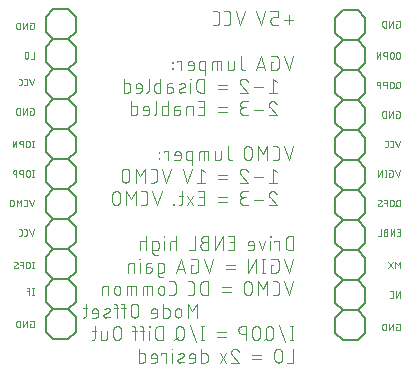
<source format=gbr>
G04 EAGLE Gerber RS-274X export*
G75*
%MOMM*%
%FSLAX34Y34*%
%LPD*%
%INSilkscreen Bottom*%
%IPPOS*%
%AMOC8*
5,1,8,0,0,1.08239X$1,22.5*%
G01*
%ADD10C,0.101600*%
%ADD11C,0.050800*%
%ADD12C,0.152400*%


D10*
X246992Y305802D02*
X239203Y305802D01*
X243097Y309696D02*
X243097Y301907D01*
X234151Y301258D02*
X230256Y301258D01*
X230157Y301260D01*
X230057Y301266D01*
X229958Y301275D01*
X229860Y301288D01*
X229762Y301305D01*
X229664Y301326D01*
X229568Y301351D01*
X229473Y301379D01*
X229379Y301411D01*
X229286Y301446D01*
X229194Y301485D01*
X229104Y301528D01*
X229016Y301573D01*
X228929Y301623D01*
X228845Y301675D01*
X228762Y301731D01*
X228682Y301789D01*
X228604Y301851D01*
X228529Y301916D01*
X228456Y301984D01*
X228386Y302054D01*
X228318Y302127D01*
X228253Y302202D01*
X228191Y302280D01*
X228133Y302360D01*
X228077Y302443D01*
X228025Y302527D01*
X227975Y302614D01*
X227930Y302702D01*
X227887Y302792D01*
X227848Y302884D01*
X227813Y302977D01*
X227781Y303071D01*
X227753Y303166D01*
X227728Y303262D01*
X227707Y303360D01*
X227690Y303458D01*
X227677Y303556D01*
X227668Y303655D01*
X227662Y303755D01*
X227660Y303854D01*
X227660Y305153D01*
X227662Y305252D01*
X227668Y305352D01*
X227677Y305451D01*
X227690Y305549D01*
X227707Y305647D01*
X227728Y305745D01*
X227753Y305841D01*
X227781Y305936D01*
X227813Y306030D01*
X227848Y306123D01*
X227887Y306215D01*
X227930Y306305D01*
X227975Y306393D01*
X228025Y306480D01*
X228077Y306564D01*
X228133Y306647D01*
X228191Y306727D01*
X228253Y306805D01*
X228318Y306880D01*
X228386Y306953D01*
X228456Y307023D01*
X228529Y307091D01*
X228604Y307156D01*
X228682Y307218D01*
X228762Y307276D01*
X228845Y307332D01*
X228929Y307384D01*
X229016Y307434D01*
X229104Y307479D01*
X229194Y307522D01*
X229286Y307561D01*
X229379Y307596D01*
X229473Y307628D01*
X229568Y307656D01*
X229664Y307681D01*
X229762Y307702D01*
X229860Y307719D01*
X229958Y307732D01*
X230057Y307741D01*
X230157Y307747D01*
X230256Y307749D01*
X234151Y307749D01*
X234151Y312942D01*
X227660Y312942D01*
X223370Y312942D02*
X219475Y301258D01*
X215581Y312942D01*
X205844Y312942D02*
X201949Y301258D01*
X198055Y312942D01*
X191202Y301258D02*
X188605Y301258D01*
X191202Y301258D02*
X191301Y301260D01*
X191401Y301266D01*
X191500Y301275D01*
X191598Y301288D01*
X191696Y301305D01*
X191794Y301326D01*
X191890Y301351D01*
X191985Y301379D01*
X192079Y301411D01*
X192172Y301446D01*
X192264Y301485D01*
X192354Y301528D01*
X192442Y301573D01*
X192529Y301623D01*
X192613Y301675D01*
X192696Y301731D01*
X192776Y301789D01*
X192854Y301851D01*
X192929Y301916D01*
X193002Y301984D01*
X193072Y302054D01*
X193140Y302127D01*
X193205Y302202D01*
X193267Y302280D01*
X193325Y302360D01*
X193381Y302443D01*
X193433Y302527D01*
X193483Y302614D01*
X193528Y302702D01*
X193571Y302792D01*
X193610Y302884D01*
X193645Y302977D01*
X193677Y303071D01*
X193705Y303166D01*
X193730Y303262D01*
X193751Y303360D01*
X193768Y303458D01*
X193781Y303556D01*
X193790Y303655D01*
X193796Y303755D01*
X193798Y303854D01*
X193798Y310346D01*
X193796Y310445D01*
X193790Y310545D01*
X193781Y310644D01*
X193768Y310742D01*
X193751Y310840D01*
X193730Y310938D01*
X193705Y311034D01*
X193677Y311129D01*
X193645Y311223D01*
X193610Y311316D01*
X193571Y311408D01*
X193528Y311498D01*
X193483Y311586D01*
X193433Y311673D01*
X193381Y311757D01*
X193325Y311840D01*
X193267Y311920D01*
X193205Y311998D01*
X193140Y312073D01*
X193072Y312146D01*
X193002Y312216D01*
X192929Y312284D01*
X192854Y312349D01*
X192776Y312411D01*
X192696Y312469D01*
X192613Y312525D01*
X192529Y312577D01*
X192442Y312627D01*
X192354Y312672D01*
X192264Y312715D01*
X192172Y312754D01*
X192079Y312789D01*
X191985Y312821D01*
X191890Y312849D01*
X191794Y312874D01*
X191696Y312895D01*
X191598Y312912D01*
X191500Y312925D01*
X191401Y312934D01*
X191301Y312940D01*
X191202Y312942D01*
X188605Y312942D01*
X181677Y301258D02*
X179080Y301258D01*
X181677Y301258D02*
X181776Y301260D01*
X181876Y301266D01*
X181975Y301275D01*
X182073Y301288D01*
X182171Y301305D01*
X182269Y301326D01*
X182365Y301351D01*
X182460Y301379D01*
X182554Y301411D01*
X182647Y301446D01*
X182739Y301485D01*
X182829Y301528D01*
X182917Y301573D01*
X183004Y301623D01*
X183088Y301675D01*
X183171Y301731D01*
X183251Y301789D01*
X183329Y301851D01*
X183404Y301916D01*
X183477Y301984D01*
X183547Y302054D01*
X183615Y302127D01*
X183680Y302202D01*
X183742Y302280D01*
X183800Y302360D01*
X183856Y302443D01*
X183908Y302527D01*
X183958Y302614D01*
X184003Y302702D01*
X184046Y302792D01*
X184085Y302884D01*
X184120Y302977D01*
X184152Y303071D01*
X184180Y303166D01*
X184205Y303262D01*
X184226Y303360D01*
X184243Y303458D01*
X184256Y303556D01*
X184265Y303655D01*
X184271Y303755D01*
X184273Y303854D01*
X184273Y310346D01*
X184271Y310445D01*
X184265Y310545D01*
X184256Y310644D01*
X184243Y310742D01*
X184226Y310840D01*
X184205Y310938D01*
X184180Y311034D01*
X184152Y311129D01*
X184120Y311223D01*
X184085Y311316D01*
X184046Y311408D01*
X184003Y311498D01*
X183958Y311586D01*
X183908Y311673D01*
X183856Y311757D01*
X183800Y311840D01*
X183742Y311920D01*
X183680Y311998D01*
X183615Y312073D01*
X183547Y312146D01*
X183477Y312216D01*
X183404Y312284D01*
X183329Y312349D01*
X183251Y312411D01*
X183171Y312469D01*
X183088Y312525D01*
X183004Y312577D01*
X182917Y312627D01*
X182829Y312672D01*
X182739Y312715D01*
X182647Y312754D01*
X182554Y312789D01*
X182460Y312821D01*
X182365Y312849D01*
X182269Y312874D01*
X182171Y312895D01*
X182073Y312912D01*
X181975Y312925D01*
X181876Y312934D01*
X181776Y312940D01*
X181677Y312942D01*
X179080Y312942D01*
X246992Y274842D02*
X243097Y263158D01*
X239203Y274842D01*
X229988Y269649D02*
X228041Y269649D01*
X228041Y263158D01*
X231935Y263158D01*
X232034Y263160D01*
X232134Y263166D01*
X232233Y263175D01*
X232331Y263188D01*
X232429Y263205D01*
X232527Y263226D01*
X232623Y263251D01*
X232718Y263279D01*
X232812Y263311D01*
X232905Y263346D01*
X232997Y263385D01*
X233087Y263428D01*
X233175Y263473D01*
X233262Y263523D01*
X233346Y263575D01*
X233429Y263631D01*
X233509Y263689D01*
X233587Y263751D01*
X233662Y263816D01*
X233735Y263884D01*
X233805Y263954D01*
X233873Y264027D01*
X233938Y264102D01*
X234000Y264180D01*
X234058Y264260D01*
X234114Y264343D01*
X234166Y264427D01*
X234216Y264514D01*
X234261Y264602D01*
X234304Y264692D01*
X234343Y264784D01*
X234378Y264877D01*
X234410Y264971D01*
X234438Y265066D01*
X234463Y265162D01*
X234484Y265260D01*
X234501Y265358D01*
X234514Y265456D01*
X234523Y265555D01*
X234529Y265655D01*
X234531Y265754D01*
X234532Y265754D02*
X234532Y272246D01*
X234531Y272246D02*
X234529Y272345D01*
X234523Y272445D01*
X234514Y272544D01*
X234501Y272642D01*
X234484Y272740D01*
X234463Y272838D01*
X234438Y272934D01*
X234410Y273029D01*
X234378Y273123D01*
X234343Y273216D01*
X234304Y273308D01*
X234261Y273398D01*
X234216Y273486D01*
X234166Y273573D01*
X234114Y273657D01*
X234058Y273740D01*
X234000Y273820D01*
X233938Y273898D01*
X233873Y273973D01*
X233805Y274046D01*
X233735Y274116D01*
X233662Y274184D01*
X233587Y274249D01*
X233509Y274311D01*
X233429Y274369D01*
X233346Y274425D01*
X233262Y274477D01*
X233175Y274527D01*
X233087Y274572D01*
X232997Y274615D01*
X232905Y274654D01*
X232812Y274689D01*
X232718Y274721D01*
X232623Y274749D01*
X232527Y274774D01*
X232429Y274795D01*
X232331Y274812D01*
X232233Y274825D01*
X232134Y274834D01*
X232034Y274840D01*
X231935Y274842D01*
X228041Y274842D01*
X219475Y274842D02*
X223370Y263158D01*
X215581Y263158D02*
X219475Y274842D01*
X216554Y266079D02*
X222396Y266079D01*
X202467Y265754D02*
X202467Y274842D01*
X202468Y265754D02*
X202470Y265655D01*
X202476Y265555D01*
X202485Y265456D01*
X202498Y265358D01*
X202515Y265260D01*
X202536Y265162D01*
X202561Y265066D01*
X202589Y264971D01*
X202621Y264877D01*
X202656Y264784D01*
X202695Y264692D01*
X202738Y264602D01*
X202783Y264514D01*
X202833Y264427D01*
X202885Y264343D01*
X202941Y264260D01*
X202999Y264180D01*
X203061Y264102D01*
X203126Y264027D01*
X203194Y263954D01*
X203264Y263884D01*
X203337Y263816D01*
X203412Y263751D01*
X203490Y263689D01*
X203570Y263631D01*
X203653Y263575D01*
X203737Y263523D01*
X203824Y263473D01*
X203912Y263428D01*
X204002Y263385D01*
X204094Y263346D01*
X204187Y263311D01*
X204281Y263279D01*
X204376Y263251D01*
X204472Y263226D01*
X204570Y263205D01*
X204668Y263188D01*
X204766Y263175D01*
X204865Y263166D01*
X204965Y263160D01*
X205064Y263158D01*
X206362Y263158D01*
X196926Y265105D02*
X196926Y270947D01*
X196926Y265105D02*
X196924Y265018D01*
X196918Y264930D01*
X196908Y264844D01*
X196895Y264757D01*
X196877Y264672D01*
X196856Y264587D01*
X196831Y264503D01*
X196802Y264421D01*
X196769Y264340D01*
X196733Y264260D01*
X196694Y264182D01*
X196650Y264106D01*
X196604Y264032D01*
X196554Y263961D01*
X196501Y263891D01*
X196445Y263824D01*
X196386Y263760D01*
X196324Y263698D01*
X196260Y263639D01*
X196193Y263583D01*
X196123Y263530D01*
X196052Y263480D01*
X195978Y263434D01*
X195902Y263390D01*
X195824Y263351D01*
X195744Y263315D01*
X195663Y263282D01*
X195581Y263253D01*
X195497Y263228D01*
X195412Y263207D01*
X195327Y263189D01*
X195240Y263176D01*
X195154Y263166D01*
X195066Y263160D01*
X194979Y263158D01*
X191733Y263158D01*
X191733Y270947D01*
X186032Y270947D02*
X186032Y263158D01*
X186032Y270947D02*
X180190Y270947D01*
X180103Y270945D01*
X180015Y270939D01*
X179929Y270929D01*
X179842Y270916D01*
X179757Y270898D01*
X179672Y270877D01*
X179588Y270852D01*
X179506Y270823D01*
X179425Y270790D01*
X179345Y270754D01*
X179267Y270715D01*
X179191Y270671D01*
X179117Y270625D01*
X179046Y270575D01*
X178976Y270522D01*
X178909Y270466D01*
X178845Y270407D01*
X178783Y270345D01*
X178724Y270281D01*
X178668Y270214D01*
X178615Y270144D01*
X178565Y270073D01*
X178519Y269999D01*
X178475Y269923D01*
X178436Y269845D01*
X178400Y269765D01*
X178367Y269684D01*
X178338Y269602D01*
X178313Y269518D01*
X178292Y269433D01*
X178274Y269348D01*
X178261Y269261D01*
X178251Y269175D01*
X178245Y269087D01*
X178243Y269000D01*
X178243Y263158D01*
X182137Y263158D02*
X182137Y270947D01*
X172483Y270947D02*
X172483Y259263D01*
X172483Y270947D02*
X169237Y270947D01*
X169150Y270945D01*
X169062Y270939D01*
X168976Y270929D01*
X168889Y270916D01*
X168804Y270898D01*
X168719Y270877D01*
X168635Y270852D01*
X168553Y270823D01*
X168472Y270790D01*
X168392Y270754D01*
X168314Y270715D01*
X168238Y270671D01*
X168164Y270625D01*
X168093Y270575D01*
X168023Y270522D01*
X167956Y270466D01*
X167892Y270407D01*
X167830Y270346D01*
X167771Y270281D01*
X167715Y270214D01*
X167662Y270144D01*
X167612Y270073D01*
X167566Y269999D01*
X167523Y269923D01*
X167483Y269845D01*
X167447Y269765D01*
X167414Y269684D01*
X167385Y269602D01*
X167360Y269518D01*
X167339Y269433D01*
X167321Y269348D01*
X167308Y269261D01*
X167298Y269175D01*
X167292Y269087D01*
X167290Y269000D01*
X167290Y265105D01*
X167292Y265018D01*
X167298Y264930D01*
X167308Y264844D01*
X167321Y264757D01*
X167339Y264672D01*
X167360Y264587D01*
X167385Y264503D01*
X167414Y264421D01*
X167447Y264340D01*
X167483Y264260D01*
X167522Y264182D01*
X167566Y264106D01*
X167612Y264032D01*
X167662Y263961D01*
X167715Y263891D01*
X167771Y263824D01*
X167830Y263759D01*
X167892Y263698D01*
X167956Y263639D01*
X168023Y263583D01*
X168093Y263530D01*
X168164Y263480D01*
X168238Y263434D01*
X168314Y263390D01*
X168392Y263351D01*
X168472Y263315D01*
X168553Y263282D01*
X168635Y263253D01*
X168719Y263228D01*
X168804Y263207D01*
X168889Y263189D01*
X168976Y263176D01*
X169063Y263166D01*
X169150Y263160D01*
X169237Y263158D01*
X172483Y263158D01*
X160689Y263158D02*
X157443Y263158D01*
X160689Y263158D02*
X160776Y263160D01*
X160864Y263166D01*
X160950Y263176D01*
X161037Y263189D01*
X161122Y263207D01*
X161207Y263228D01*
X161291Y263253D01*
X161373Y263282D01*
X161454Y263315D01*
X161534Y263351D01*
X161612Y263390D01*
X161688Y263434D01*
X161762Y263480D01*
X161833Y263530D01*
X161903Y263583D01*
X161970Y263639D01*
X162034Y263698D01*
X162096Y263760D01*
X162155Y263824D01*
X162211Y263891D01*
X162264Y263961D01*
X162314Y264032D01*
X162360Y264106D01*
X162404Y264182D01*
X162443Y264260D01*
X162479Y264340D01*
X162512Y264421D01*
X162541Y264503D01*
X162566Y264587D01*
X162587Y264672D01*
X162605Y264757D01*
X162618Y264844D01*
X162628Y264930D01*
X162634Y265018D01*
X162636Y265105D01*
X162636Y268351D01*
X162635Y268351D02*
X162633Y268452D01*
X162627Y268552D01*
X162617Y268652D01*
X162604Y268752D01*
X162586Y268851D01*
X162565Y268950D01*
X162540Y269047D01*
X162511Y269144D01*
X162478Y269239D01*
X162442Y269333D01*
X162402Y269425D01*
X162359Y269516D01*
X162312Y269605D01*
X162262Y269692D01*
X162208Y269778D01*
X162151Y269861D01*
X162091Y269941D01*
X162028Y270020D01*
X161961Y270096D01*
X161892Y270169D01*
X161820Y270239D01*
X161746Y270307D01*
X161669Y270372D01*
X161589Y270433D01*
X161507Y270492D01*
X161423Y270547D01*
X161337Y270599D01*
X161249Y270648D01*
X161159Y270693D01*
X161067Y270735D01*
X160974Y270773D01*
X160879Y270807D01*
X160784Y270838D01*
X160687Y270865D01*
X160589Y270888D01*
X160490Y270908D01*
X160390Y270923D01*
X160290Y270935D01*
X160190Y270943D01*
X160089Y270947D01*
X159989Y270947D01*
X159888Y270943D01*
X159788Y270935D01*
X159688Y270923D01*
X159588Y270908D01*
X159489Y270888D01*
X159391Y270865D01*
X159294Y270838D01*
X159199Y270807D01*
X159104Y270773D01*
X159011Y270735D01*
X158919Y270693D01*
X158829Y270648D01*
X158741Y270599D01*
X158655Y270547D01*
X158571Y270492D01*
X158489Y270433D01*
X158409Y270372D01*
X158332Y270307D01*
X158258Y270239D01*
X158186Y270169D01*
X158117Y270096D01*
X158050Y270020D01*
X157987Y269941D01*
X157927Y269861D01*
X157870Y269778D01*
X157816Y269692D01*
X157766Y269605D01*
X157719Y269516D01*
X157676Y269425D01*
X157636Y269333D01*
X157600Y269239D01*
X157567Y269144D01*
X157538Y269047D01*
X157513Y268950D01*
X157492Y268851D01*
X157474Y268752D01*
X157461Y268652D01*
X157451Y268552D01*
X157445Y268452D01*
X157443Y268351D01*
X157443Y267053D01*
X162636Y267053D01*
X152282Y263158D02*
X152282Y270947D01*
X148388Y270947D01*
X148388Y269649D01*
X144743Y264781D02*
X144743Y264132D01*
X144743Y264781D02*
X144094Y264781D01*
X144094Y264132D01*
X144743Y264132D01*
X144743Y269325D02*
X144743Y269974D01*
X144094Y269974D01*
X144094Y269325D01*
X144743Y269325D01*
X229537Y255792D02*
X232782Y253196D01*
X229537Y255792D02*
X229537Y244108D01*
X232782Y244108D02*
X226291Y244108D01*
X221239Y248652D02*
X213450Y248652D01*
X204828Y255792D02*
X204721Y255790D01*
X204615Y255784D01*
X204509Y255774D01*
X204403Y255761D01*
X204297Y255743D01*
X204193Y255722D01*
X204089Y255697D01*
X203986Y255668D01*
X203885Y255636D01*
X203785Y255599D01*
X203686Y255559D01*
X203588Y255516D01*
X203492Y255469D01*
X203398Y255418D01*
X203306Y255364D01*
X203216Y255307D01*
X203128Y255247D01*
X203043Y255183D01*
X202960Y255116D01*
X202879Y255046D01*
X202801Y254974D01*
X202725Y254898D01*
X202653Y254820D01*
X202583Y254739D01*
X202516Y254656D01*
X202452Y254571D01*
X202392Y254483D01*
X202335Y254393D01*
X202281Y254301D01*
X202230Y254207D01*
X202183Y254111D01*
X202140Y254013D01*
X202100Y253914D01*
X202063Y253814D01*
X202031Y253713D01*
X202002Y253610D01*
X201977Y253506D01*
X201956Y253402D01*
X201938Y253296D01*
X201925Y253190D01*
X201915Y253084D01*
X201909Y252978D01*
X201907Y252871D01*
X204828Y255792D02*
X204949Y255790D01*
X205070Y255784D01*
X205190Y255774D01*
X205311Y255761D01*
X205430Y255743D01*
X205550Y255722D01*
X205668Y255697D01*
X205785Y255668D01*
X205902Y255635D01*
X206017Y255599D01*
X206131Y255558D01*
X206244Y255515D01*
X206356Y255467D01*
X206465Y255416D01*
X206573Y255361D01*
X206680Y255303D01*
X206784Y255242D01*
X206886Y255177D01*
X206986Y255109D01*
X207084Y255038D01*
X207180Y254964D01*
X207273Y254887D01*
X207363Y254806D01*
X207451Y254723D01*
X207536Y254637D01*
X207619Y254548D01*
X207698Y254457D01*
X207775Y254363D01*
X207848Y254267D01*
X207918Y254169D01*
X207985Y254068D01*
X208049Y253965D01*
X208110Y253860D01*
X208167Y253753D01*
X208220Y253645D01*
X208270Y253535D01*
X208316Y253423D01*
X208359Y253310D01*
X208398Y253195D01*
X202882Y250599D02*
X202803Y250677D01*
X202727Y250757D01*
X202654Y250840D01*
X202584Y250926D01*
X202517Y251013D01*
X202453Y251104D01*
X202393Y251196D01*
X202335Y251290D01*
X202281Y251387D01*
X202231Y251485D01*
X202184Y251585D01*
X202140Y251686D01*
X202100Y251789D01*
X202064Y251894D01*
X202032Y251999D01*
X202003Y252106D01*
X201978Y252213D01*
X201956Y252322D01*
X201939Y252431D01*
X201925Y252540D01*
X201916Y252650D01*
X201910Y252761D01*
X201908Y252871D01*
X202881Y250599D02*
X208398Y244108D01*
X201907Y244108D01*
X190759Y246704D02*
X182970Y246704D01*
X182970Y250599D02*
X190759Y250599D01*
X171441Y255792D02*
X171441Y244108D01*
X171441Y255792D02*
X168196Y255792D01*
X168083Y255790D01*
X167970Y255784D01*
X167857Y255774D01*
X167744Y255760D01*
X167632Y255743D01*
X167521Y255721D01*
X167411Y255696D01*
X167301Y255666D01*
X167193Y255633D01*
X167086Y255596D01*
X166980Y255556D01*
X166876Y255511D01*
X166773Y255463D01*
X166672Y255412D01*
X166573Y255357D01*
X166476Y255299D01*
X166381Y255237D01*
X166288Y255172D01*
X166198Y255104D01*
X166110Y255033D01*
X166024Y254958D01*
X165941Y254881D01*
X165861Y254801D01*
X165784Y254718D01*
X165709Y254632D01*
X165638Y254544D01*
X165570Y254454D01*
X165505Y254361D01*
X165443Y254266D01*
X165385Y254169D01*
X165330Y254070D01*
X165279Y253969D01*
X165231Y253866D01*
X165186Y253762D01*
X165146Y253656D01*
X165109Y253549D01*
X165076Y253441D01*
X165046Y253331D01*
X165021Y253221D01*
X164999Y253110D01*
X164982Y252998D01*
X164968Y252885D01*
X164958Y252772D01*
X164952Y252659D01*
X164950Y252546D01*
X164950Y247354D01*
X164952Y247241D01*
X164958Y247128D01*
X164968Y247015D01*
X164982Y246902D01*
X164999Y246790D01*
X165021Y246679D01*
X165046Y246569D01*
X165076Y246459D01*
X165109Y246351D01*
X165146Y246244D01*
X165186Y246138D01*
X165231Y246034D01*
X165279Y245931D01*
X165330Y245830D01*
X165385Y245731D01*
X165443Y245634D01*
X165505Y245539D01*
X165570Y245446D01*
X165638Y245356D01*
X165709Y245268D01*
X165784Y245182D01*
X165861Y245099D01*
X165941Y245019D01*
X166024Y244942D01*
X166110Y244867D01*
X166198Y244796D01*
X166288Y244728D01*
X166381Y244663D01*
X166476Y244601D01*
X166573Y244543D01*
X166672Y244488D01*
X166773Y244437D01*
X166876Y244389D01*
X166980Y244344D01*
X167086Y244304D01*
X167193Y244267D01*
X167301Y244234D01*
X167411Y244204D01*
X167521Y244179D01*
X167632Y244157D01*
X167744Y244140D01*
X167857Y244126D01*
X167970Y244116D01*
X168083Y244110D01*
X168196Y244108D01*
X171441Y244108D01*
X159814Y244108D02*
X159814Y251897D01*
X160138Y255143D02*
X160138Y255792D01*
X159489Y255792D01*
X159489Y255143D01*
X160138Y255143D01*
X154197Y248652D02*
X150952Y247354D01*
X154197Y248651D02*
X154272Y248684D01*
X154346Y248720D01*
X154418Y248759D01*
X154488Y248802D01*
X154555Y248848D01*
X154621Y248898D01*
X154683Y248950D01*
X154744Y249006D01*
X154801Y249064D01*
X154856Y249125D01*
X154907Y249189D01*
X154955Y249255D01*
X155000Y249324D01*
X155042Y249394D01*
X155080Y249467D01*
X155115Y249541D01*
X155146Y249617D01*
X155173Y249694D01*
X155196Y249773D01*
X155216Y249852D01*
X155231Y249933D01*
X155243Y250014D01*
X155251Y250096D01*
X155255Y250177D01*
X155254Y250259D01*
X155250Y250341D01*
X155242Y250423D01*
X155230Y250504D01*
X155214Y250584D01*
X155194Y250664D01*
X155170Y250742D01*
X155142Y250819D01*
X155111Y250895D01*
X155076Y250969D01*
X155038Y251041D01*
X154996Y251112D01*
X154950Y251180D01*
X154902Y251246D01*
X154850Y251309D01*
X154795Y251370D01*
X154737Y251428D01*
X154677Y251484D01*
X154614Y251536D01*
X154548Y251585D01*
X154480Y251631D01*
X154410Y251673D01*
X154338Y251713D01*
X154264Y251748D01*
X154189Y251780D01*
X154112Y251808D01*
X154034Y251832D01*
X153954Y251853D01*
X153874Y251870D01*
X153793Y251882D01*
X153712Y251891D01*
X153630Y251896D01*
X153548Y251897D01*
X153549Y251897D02*
X153372Y251893D01*
X153195Y251884D01*
X153018Y251870D01*
X152841Y251853D01*
X152666Y251831D01*
X152490Y251806D01*
X152316Y251775D01*
X152142Y251741D01*
X151969Y251703D01*
X151797Y251660D01*
X151626Y251613D01*
X151456Y251563D01*
X151287Y251508D01*
X151120Y251449D01*
X150955Y251386D01*
X150790Y251319D01*
X150628Y251248D01*
X150952Y247354D02*
X150877Y247321D01*
X150803Y247285D01*
X150731Y247246D01*
X150661Y247203D01*
X150594Y247157D01*
X150528Y247107D01*
X150466Y247055D01*
X150405Y246999D01*
X150348Y246941D01*
X150293Y246880D01*
X150242Y246816D01*
X150194Y246750D01*
X150149Y246681D01*
X150107Y246611D01*
X150069Y246538D01*
X150034Y246464D01*
X150003Y246388D01*
X149976Y246311D01*
X149953Y246232D01*
X149933Y246153D01*
X149918Y246072D01*
X149906Y245991D01*
X149898Y245909D01*
X149894Y245828D01*
X149895Y245746D01*
X149899Y245664D01*
X149907Y245582D01*
X149919Y245501D01*
X149935Y245421D01*
X149955Y245341D01*
X149979Y245263D01*
X150007Y245186D01*
X150038Y245110D01*
X150073Y245036D01*
X150111Y244964D01*
X150153Y244893D01*
X150199Y244825D01*
X150247Y244759D01*
X150299Y244696D01*
X150354Y244635D01*
X150412Y244577D01*
X150472Y244521D01*
X150535Y244469D01*
X150601Y244420D01*
X150669Y244374D01*
X150739Y244332D01*
X150811Y244292D01*
X150885Y244257D01*
X150960Y244225D01*
X151037Y244197D01*
X151115Y244173D01*
X151195Y244152D01*
X151275Y244135D01*
X151356Y244123D01*
X151437Y244114D01*
X151519Y244109D01*
X151601Y244108D01*
X151861Y244115D01*
X152121Y244128D01*
X152381Y244147D01*
X152640Y244172D01*
X152899Y244204D01*
X153156Y244241D01*
X153413Y244285D01*
X153669Y244334D01*
X153923Y244390D01*
X154176Y244451D01*
X154427Y244519D01*
X154677Y244593D01*
X154925Y244672D01*
X155171Y244757D01*
X143052Y248652D02*
X140131Y248652D01*
X143052Y248652D02*
X143146Y248650D01*
X143240Y248644D01*
X143333Y248635D01*
X143426Y248621D01*
X143518Y248604D01*
X143610Y248582D01*
X143700Y248558D01*
X143790Y248529D01*
X143878Y248497D01*
X143965Y248461D01*
X144050Y248421D01*
X144133Y248378D01*
X144215Y248332D01*
X144295Y248282D01*
X144372Y248229D01*
X144447Y248173D01*
X144520Y248114D01*
X144591Y248052D01*
X144659Y247987D01*
X144724Y247919D01*
X144786Y247848D01*
X144845Y247775D01*
X144901Y247700D01*
X144954Y247623D01*
X145004Y247543D01*
X145050Y247461D01*
X145093Y247378D01*
X145133Y247293D01*
X145169Y247206D01*
X145201Y247118D01*
X145230Y247028D01*
X145254Y246938D01*
X145276Y246846D01*
X145293Y246754D01*
X145307Y246661D01*
X145316Y246568D01*
X145322Y246474D01*
X145324Y246380D01*
X145322Y246286D01*
X145316Y246192D01*
X145307Y246099D01*
X145293Y246006D01*
X145276Y245914D01*
X145254Y245822D01*
X145230Y245732D01*
X145201Y245642D01*
X145169Y245554D01*
X145133Y245467D01*
X145093Y245382D01*
X145050Y245299D01*
X145004Y245217D01*
X144954Y245137D01*
X144901Y245060D01*
X144845Y244985D01*
X144786Y244912D01*
X144724Y244841D01*
X144659Y244773D01*
X144591Y244708D01*
X144520Y244646D01*
X144447Y244587D01*
X144372Y244531D01*
X144295Y244478D01*
X144215Y244428D01*
X144133Y244382D01*
X144050Y244339D01*
X143965Y244299D01*
X143878Y244263D01*
X143790Y244231D01*
X143700Y244202D01*
X143610Y244178D01*
X143518Y244156D01*
X143426Y244139D01*
X143333Y244125D01*
X143240Y244116D01*
X143146Y244110D01*
X143052Y244108D01*
X140131Y244108D01*
X140131Y249950D01*
X140133Y250037D01*
X140139Y250125D01*
X140149Y250211D01*
X140162Y250298D01*
X140180Y250383D01*
X140201Y250468D01*
X140226Y250552D01*
X140255Y250634D01*
X140288Y250715D01*
X140324Y250795D01*
X140363Y250873D01*
X140407Y250949D01*
X140453Y251023D01*
X140503Y251094D01*
X140556Y251164D01*
X140612Y251231D01*
X140671Y251296D01*
X140733Y251357D01*
X140797Y251416D01*
X140864Y251472D01*
X140934Y251525D01*
X141005Y251575D01*
X141079Y251621D01*
X141155Y251665D01*
X141233Y251704D01*
X141313Y251740D01*
X141394Y251773D01*
X141476Y251802D01*
X141560Y251827D01*
X141645Y251848D01*
X141730Y251866D01*
X141817Y251879D01*
X141904Y251889D01*
X141991Y251895D01*
X142078Y251897D01*
X142079Y251897D02*
X144675Y251897D01*
X134538Y255792D02*
X134538Y244108D01*
X131293Y244108D01*
X131206Y244110D01*
X131118Y244116D01*
X131032Y244126D01*
X130945Y244139D01*
X130860Y244157D01*
X130775Y244178D01*
X130691Y244203D01*
X130609Y244232D01*
X130528Y244265D01*
X130448Y244301D01*
X130370Y244340D01*
X130294Y244384D01*
X130220Y244430D01*
X130149Y244480D01*
X130079Y244533D01*
X130012Y244589D01*
X129948Y244648D01*
X129886Y244709D01*
X129827Y244774D01*
X129771Y244841D01*
X129718Y244911D01*
X129668Y244982D01*
X129622Y245056D01*
X129579Y245132D01*
X129539Y245210D01*
X129503Y245290D01*
X129470Y245371D01*
X129441Y245453D01*
X129416Y245537D01*
X129395Y245622D01*
X129377Y245707D01*
X129364Y245794D01*
X129354Y245880D01*
X129348Y245968D01*
X129346Y246055D01*
X129345Y246055D02*
X129345Y249950D01*
X129346Y249950D02*
X129348Y250037D01*
X129354Y250125D01*
X129364Y250211D01*
X129377Y250298D01*
X129395Y250383D01*
X129416Y250468D01*
X129441Y250552D01*
X129470Y250634D01*
X129503Y250715D01*
X129539Y250795D01*
X129578Y250873D01*
X129622Y250949D01*
X129668Y251023D01*
X129718Y251094D01*
X129771Y251164D01*
X129827Y251231D01*
X129886Y251296D01*
X129948Y251357D01*
X130012Y251416D01*
X130079Y251472D01*
X130149Y251525D01*
X130220Y251575D01*
X130294Y251621D01*
X130370Y251665D01*
X130448Y251704D01*
X130528Y251740D01*
X130609Y251773D01*
X130691Y251802D01*
X130775Y251827D01*
X130860Y251848D01*
X130945Y251866D01*
X131032Y251879D01*
X131119Y251889D01*
X131206Y251895D01*
X131293Y251897D01*
X134538Y251897D01*
X124542Y255792D02*
X124542Y246055D01*
X124541Y246055D02*
X124539Y245968D01*
X124533Y245880D01*
X124523Y245794D01*
X124510Y245707D01*
X124492Y245622D01*
X124471Y245537D01*
X124446Y245453D01*
X124417Y245371D01*
X124384Y245290D01*
X124348Y245210D01*
X124309Y245132D01*
X124265Y245056D01*
X124219Y244982D01*
X124169Y244911D01*
X124116Y244841D01*
X124060Y244774D01*
X124001Y244710D01*
X123939Y244648D01*
X123875Y244589D01*
X123808Y244533D01*
X123738Y244480D01*
X123667Y244430D01*
X123593Y244384D01*
X123517Y244340D01*
X123439Y244301D01*
X123359Y244265D01*
X123278Y244232D01*
X123196Y244203D01*
X123112Y244178D01*
X123027Y244157D01*
X122942Y244139D01*
X122855Y244126D01*
X122769Y244116D01*
X122681Y244110D01*
X122594Y244108D01*
X116648Y244108D02*
X113402Y244108D01*
X116648Y244108D02*
X116735Y244110D01*
X116823Y244116D01*
X116909Y244126D01*
X116996Y244139D01*
X117081Y244157D01*
X117166Y244178D01*
X117250Y244203D01*
X117332Y244232D01*
X117413Y244265D01*
X117493Y244301D01*
X117571Y244340D01*
X117647Y244384D01*
X117721Y244430D01*
X117792Y244480D01*
X117862Y244533D01*
X117929Y244589D01*
X117993Y244648D01*
X118055Y244710D01*
X118114Y244774D01*
X118170Y244841D01*
X118223Y244911D01*
X118273Y244982D01*
X118319Y245056D01*
X118363Y245132D01*
X118402Y245210D01*
X118438Y245290D01*
X118471Y245371D01*
X118500Y245453D01*
X118525Y245537D01*
X118546Y245622D01*
X118564Y245707D01*
X118577Y245794D01*
X118587Y245880D01*
X118593Y245968D01*
X118595Y246055D01*
X118595Y249301D01*
X118593Y249402D01*
X118587Y249502D01*
X118577Y249602D01*
X118564Y249702D01*
X118546Y249801D01*
X118525Y249900D01*
X118500Y249997D01*
X118471Y250094D01*
X118438Y250189D01*
X118402Y250283D01*
X118362Y250375D01*
X118319Y250466D01*
X118272Y250555D01*
X118222Y250642D01*
X118168Y250728D01*
X118111Y250811D01*
X118051Y250891D01*
X117988Y250970D01*
X117921Y251046D01*
X117852Y251119D01*
X117780Y251189D01*
X117706Y251257D01*
X117629Y251322D01*
X117549Y251383D01*
X117467Y251442D01*
X117383Y251497D01*
X117297Y251549D01*
X117209Y251598D01*
X117119Y251643D01*
X117027Y251685D01*
X116934Y251723D01*
X116839Y251757D01*
X116744Y251788D01*
X116647Y251815D01*
X116549Y251838D01*
X116450Y251858D01*
X116350Y251873D01*
X116250Y251885D01*
X116150Y251893D01*
X116049Y251897D01*
X115949Y251897D01*
X115848Y251893D01*
X115748Y251885D01*
X115648Y251873D01*
X115548Y251858D01*
X115449Y251838D01*
X115351Y251815D01*
X115254Y251788D01*
X115159Y251757D01*
X115064Y251723D01*
X114971Y251685D01*
X114879Y251643D01*
X114789Y251598D01*
X114701Y251549D01*
X114615Y251497D01*
X114531Y251442D01*
X114449Y251383D01*
X114369Y251322D01*
X114292Y251257D01*
X114218Y251189D01*
X114146Y251119D01*
X114077Y251046D01*
X114010Y250970D01*
X113947Y250891D01*
X113887Y250811D01*
X113830Y250728D01*
X113776Y250642D01*
X113726Y250555D01*
X113679Y250466D01*
X113636Y250375D01*
X113596Y250283D01*
X113560Y250189D01*
X113527Y250094D01*
X113498Y249997D01*
X113473Y249900D01*
X113452Y249801D01*
X113434Y249702D01*
X113421Y249602D01*
X113411Y249502D01*
X113405Y249402D01*
X113403Y249301D01*
X113402Y249301D02*
X113402Y248003D01*
X118595Y248003D01*
X103555Y244108D02*
X103555Y255792D01*
X103555Y244108D02*
X106801Y244108D01*
X106888Y244110D01*
X106976Y244116D01*
X107062Y244126D01*
X107149Y244139D01*
X107234Y244157D01*
X107319Y244178D01*
X107403Y244203D01*
X107485Y244232D01*
X107566Y244265D01*
X107646Y244301D01*
X107724Y244340D01*
X107800Y244384D01*
X107874Y244430D01*
X107945Y244480D01*
X108015Y244533D01*
X108082Y244589D01*
X108146Y244648D01*
X108208Y244710D01*
X108267Y244774D01*
X108323Y244841D01*
X108376Y244911D01*
X108426Y244982D01*
X108472Y245056D01*
X108516Y245132D01*
X108555Y245210D01*
X108591Y245290D01*
X108624Y245371D01*
X108653Y245453D01*
X108678Y245537D01*
X108699Y245622D01*
X108717Y245707D01*
X108730Y245794D01*
X108740Y245880D01*
X108746Y245968D01*
X108748Y246055D01*
X108748Y249950D01*
X108746Y250037D01*
X108740Y250125D01*
X108730Y250211D01*
X108717Y250298D01*
X108699Y250383D01*
X108678Y250468D01*
X108653Y250552D01*
X108624Y250634D01*
X108591Y250715D01*
X108555Y250795D01*
X108516Y250873D01*
X108472Y250949D01*
X108426Y251023D01*
X108376Y251094D01*
X108323Y251164D01*
X108267Y251231D01*
X108208Y251295D01*
X108146Y251357D01*
X108082Y251416D01*
X108015Y251472D01*
X107945Y251525D01*
X107874Y251575D01*
X107800Y251621D01*
X107724Y251665D01*
X107646Y251704D01*
X107566Y251740D01*
X107485Y251773D01*
X107403Y251802D01*
X107319Y251827D01*
X107234Y251848D01*
X107149Y251866D01*
X107062Y251879D01*
X106976Y251889D01*
X106888Y251895D01*
X106801Y251897D01*
X103555Y251897D01*
X226291Y233821D02*
X226293Y233928D01*
X226299Y234034D01*
X226309Y234140D01*
X226322Y234246D01*
X226340Y234352D01*
X226361Y234456D01*
X226386Y234560D01*
X226415Y234663D01*
X226447Y234764D01*
X226484Y234864D01*
X226524Y234963D01*
X226567Y235061D01*
X226614Y235157D01*
X226665Y235251D01*
X226719Y235343D01*
X226776Y235433D01*
X226836Y235521D01*
X226900Y235606D01*
X226967Y235689D01*
X227037Y235770D01*
X227109Y235848D01*
X227185Y235924D01*
X227263Y235996D01*
X227344Y236066D01*
X227427Y236133D01*
X227512Y236197D01*
X227600Y236257D01*
X227690Y236314D01*
X227782Y236368D01*
X227876Y236419D01*
X227972Y236466D01*
X228070Y236509D01*
X228169Y236549D01*
X228269Y236586D01*
X228370Y236618D01*
X228473Y236647D01*
X228577Y236672D01*
X228681Y236693D01*
X228787Y236711D01*
X228893Y236724D01*
X228999Y236734D01*
X229105Y236740D01*
X229212Y236742D01*
X229333Y236740D01*
X229454Y236734D01*
X229574Y236724D01*
X229695Y236711D01*
X229814Y236693D01*
X229934Y236672D01*
X230052Y236647D01*
X230169Y236618D01*
X230286Y236585D01*
X230401Y236549D01*
X230515Y236508D01*
X230628Y236465D01*
X230740Y236417D01*
X230849Y236366D01*
X230957Y236311D01*
X231064Y236253D01*
X231168Y236192D01*
X231270Y236127D01*
X231370Y236059D01*
X231468Y235988D01*
X231564Y235914D01*
X231657Y235837D01*
X231747Y235756D01*
X231835Y235673D01*
X231920Y235587D01*
X232003Y235498D01*
X232082Y235407D01*
X232159Y235313D01*
X232232Y235217D01*
X232302Y235119D01*
X232369Y235018D01*
X232433Y234915D01*
X232494Y234810D01*
X232551Y234703D01*
X232604Y234595D01*
X232654Y234485D01*
X232700Y234373D01*
X232743Y234260D01*
X232782Y234145D01*
X227266Y231549D02*
X227187Y231627D01*
X227111Y231707D01*
X227038Y231790D01*
X226968Y231876D01*
X226901Y231963D01*
X226837Y232054D01*
X226777Y232146D01*
X226719Y232240D01*
X226665Y232337D01*
X226615Y232435D01*
X226568Y232535D01*
X226524Y232636D01*
X226484Y232739D01*
X226448Y232844D01*
X226416Y232949D01*
X226387Y233056D01*
X226362Y233163D01*
X226340Y233272D01*
X226323Y233381D01*
X226309Y233490D01*
X226300Y233600D01*
X226294Y233711D01*
X226292Y233821D01*
X227265Y231549D02*
X232782Y225058D01*
X226291Y225058D01*
X221239Y229602D02*
X213450Y229602D01*
X208398Y225058D02*
X205153Y225058D01*
X205040Y225060D01*
X204927Y225066D01*
X204814Y225076D01*
X204701Y225090D01*
X204589Y225107D01*
X204478Y225129D01*
X204368Y225154D01*
X204258Y225184D01*
X204150Y225217D01*
X204043Y225254D01*
X203937Y225294D01*
X203833Y225339D01*
X203730Y225387D01*
X203629Y225438D01*
X203530Y225493D01*
X203433Y225551D01*
X203338Y225613D01*
X203245Y225678D01*
X203155Y225746D01*
X203067Y225817D01*
X202981Y225892D01*
X202898Y225969D01*
X202818Y226049D01*
X202741Y226132D01*
X202666Y226218D01*
X202595Y226306D01*
X202527Y226396D01*
X202462Y226489D01*
X202400Y226584D01*
X202342Y226681D01*
X202287Y226780D01*
X202236Y226881D01*
X202188Y226984D01*
X202143Y227088D01*
X202103Y227194D01*
X202066Y227301D01*
X202033Y227409D01*
X202003Y227519D01*
X201978Y227629D01*
X201956Y227740D01*
X201939Y227852D01*
X201925Y227965D01*
X201915Y228078D01*
X201909Y228191D01*
X201907Y228304D01*
X201909Y228417D01*
X201915Y228530D01*
X201925Y228643D01*
X201939Y228756D01*
X201956Y228868D01*
X201978Y228979D01*
X202003Y229089D01*
X202033Y229199D01*
X202066Y229307D01*
X202103Y229414D01*
X202143Y229520D01*
X202188Y229624D01*
X202236Y229727D01*
X202287Y229828D01*
X202342Y229927D01*
X202400Y230024D01*
X202462Y230119D01*
X202527Y230212D01*
X202595Y230302D01*
X202666Y230390D01*
X202741Y230476D01*
X202818Y230559D01*
X202898Y230639D01*
X202981Y230716D01*
X203067Y230791D01*
X203155Y230862D01*
X203245Y230930D01*
X203338Y230995D01*
X203433Y231057D01*
X203530Y231115D01*
X203629Y231170D01*
X203730Y231221D01*
X203833Y231269D01*
X203937Y231314D01*
X204043Y231354D01*
X204150Y231391D01*
X204258Y231424D01*
X204368Y231454D01*
X204478Y231479D01*
X204589Y231501D01*
X204701Y231518D01*
X204814Y231532D01*
X204927Y231542D01*
X205040Y231548D01*
X205153Y231550D01*
X204504Y236742D02*
X208398Y236742D01*
X204504Y236742D02*
X204403Y236740D01*
X204303Y236734D01*
X204203Y236724D01*
X204103Y236711D01*
X204004Y236693D01*
X203905Y236672D01*
X203808Y236647D01*
X203711Y236618D01*
X203616Y236585D01*
X203522Y236549D01*
X203430Y236509D01*
X203339Y236466D01*
X203250Y236419D01*
X203163Y236369D01*
X203077Y236315D01*
X202994Y236258D01*
X202914Y236198D01*
X202835Y236135D01*
X202759Y236068D01*
X202686Y235999D01*
X202616Y235927D01*
X202548Y235853D01*
X202483Y235776D01*
X202422Y235696D01*
X202363Y235614D01*
X202308Y235530D01*
X202256Y235444D01*
X202207Y235356D01*
X202162Y235266D01*
X202120Y235174D01*
X202082Y235081D01*
X202048Y234986D01*
X202017Y234891D01*
X201990Y234794D01*
X201967Y234696D01*
X201947Y234597D01*
X201932Y234497D01*
X201920Y234397D01*
X201912Y234297D01*
X201908Y234196D01*
X201908Y234096D01*
X201912Y233995D01*
X201920Y233895D01*
X201932Y233795D01*
X201947Y233695D01*
X201967Y233596D01*
X201990Y233498D01*
X202017Y233401D01*
X202048Y233306D01*
X202082Y233211D01*
X202120Y233118D01*
X202162Y233026D01*
X202207Y232936D01*
X202256Y232848D01*
X202308Y232762D01*
X202363Y232678D01*
X202422Y232596D01*
X202483Y232516D01*
X202548Y232439D01*
X202616Y232365D01*
X202686Y232293D01*
X202759Y232224D01*
X202835Y232157D01*
X202914Y232094D01*
X202994Y232034D01*
X203077Y231977D01*
X203163Y231923D01*
X203250Y231873D01*
X203339Y231826D01*
X203430Y231783D01*
X203522Y231743D01*
X203616Y231707D01*
X203711Y231674D01*
X203808Y231645D01*
X203905Y231620D01*
X204004Y231599D01*
X204103Y231581D01*
X204203Y231568D01*
X204303Y231558D01*
X204403Y231552D01*
X204504Y231550D01*
X204504Y231549D02*
X207100Y231549D01*
X190759Y227654D02*
X182970Y227654D01*
X182970Y231549D02*
X190759Y231549D01*
X171419Y225058D02*
X166226Y225058D01*
X171419Y225058D02*
X171419Y236742D01*
X166226Y236742D01*
X167524Y231549D02*
X171419Y231549D01*
X161648Y232847D02*
X161648Y225058D01*
X161648Y232847D02*
X158403Y232847D01*
X158316Y232845D01*
X158228Y232839D01*
X158142Y232829D01*
X158055Y232816D01*
X157970Y232798D01*
X157885Y232777D01*
X157801Y232752D01*
X157719Y232723D01*
X157638Y232690D01*
X157558Y232654D01*
X157480Y232615D01*
X157404Y232571D01*
X157330Y232525D01*
X157259Y232475D01*
X157189Y232422D01*
X157122Y232366D01*
X157058Y232307D01*
X156996Y232246D01*
X156937Y232181D01*
X156881Y232114D01*
X156828Y232044D01*
X156778Y231973D01*
X156732Y231899D01*
X156689Y231823D01*
X156649Y231745D01*
X156613Y231665D01*
X156580Y231584D01*
X156551Y231502D01*
X156526Y231418D01*
X156505Y231333D01*
X156487Y231248D01*
X156474Y231161D01*
X156464Y231075D01*
X156458Y230987D01*
X156456Y230900D01*
X156455Y230900D02*
X156455Y225058D01*
X149148Y229602D02*
X146227Y229602D01*
X149148Y229602D02*
X149242Y229600D01*
X149336Y229594D01*
X149429Y229585D01*
X149522Y229571D01*
X149614Y229554D01*
X149706Y229532D01*
X149796Y229508D01*
X149886Y229479D01*
X149974Y229447D01*
X150061Y229411D01*
X150146Y229371D01*
X150229Y229328D01*
X150311Y229282D01*
X150391Y229232D01*
X150468Y229179D01*
X150543Y229123D01*
X150616Y229064D01*
X150687Y229002D01*
X150755Y228937D01*
X150820Y228869D01*
X150882Y228798D01*
X150941Y228725D01*
X150997Y228650D01*
X151050Y228573D01*
X151100Y228493D01*
X151146Y228411D01*
X151189Y228328D01*
X151229Y228243D01*
X151265Y228156D01*
X151297Y228068D01*
X151326Y227978D01*
X151350Y227888D01*
X151372Y227796D01*
X151389Y227704D01*
X151403Y227611D01*
X151412Y227518D01*
X151418Y227424D01*
X151420Y227330D01*
X151418Y227236D01*
X151412Y227142D01*
X151403Y227049D01*
X151389Y226956D01*
X151372Y226864D01*
X151350Y226772D01*
X151326Y226682D01*
X151297Y226592D01*
X151265Y226504D01*
X151229Y226417D01*
X151189Y226332D01*
X151146Y226249D01*
X151100Y226167D01*
X151050Y226087D01*
X150997Y226010D01*
X150941Y225935D01*
X150882Y225862D01*
X150820Y225791D01*
X150755Y225723D01*
X150687Y225658D01*
X150616Y225596D01*
X150543Y225537D01*
X150468Y225481D01*
X150391Y225428D01*
X150311Y225378D01*
X150229Y225332D01*
X150146Y225289D01*
X150061Y225249D01*
X149974Y225213D01*
X149886Y225181D01*
X149796Y225152D01*
X149706Y225128D01*
X149614Y225106D01*
X149522Y225089D01*
X149429Y225075D01*
X149336Y225066D01*
X149242Y225060D01*
X149148Y225058D01*
X146227Y225058D01*
X146227Y230900D01*
X146229Y230987D01*
X146235Y231075D01*
X146245Y231161D01*
X146258Y231248D01*
X146276Y231333D01*
X146297Y231418D01*
X146322Y231502D01*
X146351Y231584D01*
X146384Y231665D01*
X146420Y231745D01*
X146459Y231823D01*
X146503Y231899D01*
X146549Y231973D01*
X146599Y232044D01*
X146652Y232114D01*
X146708Y232181D01*
X146767Y232246D01*
X146829Y232307D01*
X146893Y232366D01*
X146960Y232422D01*
X147030Y232475D01*
X147101Y232525D01*
X147175Y232571D01*
X147251Y232615D01*
X147329Y232654D01*
X147409Y232690D01*
X147490Y232723D01*
X147572Y232752D01*
X147656Y232777D01*
X147741Y232798D01*
X147826Y232816D01*
X147913Y232829D01*
X148000Y232839D01*
X148087Y232845D01*
X148174Y232847D01*
X150771Y232847D01*
X140634Y236742D02*
X140634Y225058D01*
X137389Y225058D01*
X137302Y225060D01*
X137214Y225066D01*
X137128Y225076D01*
X137041Y225089D01*
X136956Y225107D01*
X136871Y225128D01*
X136787Y225153D01*
X136705Y225182D01*
X136624Y225215D01*
X136544Y225251D01*
X136466Y225290D01*
X136390Y225334D01*
X136316Y225380D01*
X136245Y225430D01*
X136175Y225483D01*
X136108Y225539D01*
X136044Y225598D01*
X135982Y225659D01*
X135923Y225724D01*
X135867Y225791D01*
X135814Y225861D01*
X135764Y225932D01*
X135718Y226006D01*
X135675Y226082D01*
X135635Y226160D01*
X135599Y226240D01*
X135566Y226321D01*
X135537Y226403D01*
X135512Y226487D01*
X135491Y226572D01*
X135473Y226657D01*
X135460Y226744D01*
X135450Y226830D01*
X135444Y226918D01*
X135442Y227005D01*
X135441Y227005D02*
X135441Y230900D01*
X135442Y230900D02*
X135444Y230987D01*
X135450Y231075D01*
X135460Y231161D01*
X135473Y231248D01*
X135491Y231333D01*
X135512Y231418D01*
X135537Y231502D01*
X135566Y231584D01*
X135599Y231665D01*
X135635Y231745D01*
X135674Y231823D01*
X135718Y231899D01*
X135764Y231973D01*
X135814Y232044D01*
X135867Y232114D01*
X135923Y232181D01*
X135982Y232246D01*
X136044Y232307D01*
X136108Y232366D01*
X136175Y232422D01*
X136245Y232475D01*
X136316Y232525D01*
X136390Y232571D01*
X136466Y232615D01*
X136544Y232654D01*
X136624Y232690D01*
X136705Y232723D01*
X136787Y232752D01*
X136871Y232777D01*
X136956Y232798D01*
X137041Y232816D01*
X137128Y232829D01*
X137215Y232839D01*
X137302Y232845D01*
X137389Y232847D01*
X140634Y232847D01*
X130638Y236742D02*
X130638Y227005D01*
X130637Y227005D02*
X130635Y226918D01*
X130629Y226830D01*
X130619Y226744D01*
X130606Y226657D01*
X130588Y226572D01*
X130567Y226487D01*
X130542Y226403D01*
X130513Y226321D01*
X130480Y226240D01*
X130444Y226160D01*
X130405Y226082D01*
X130361Y226006D01*
X130315Y225932D01*
X130265Y225861D01*
X130212Y225791D01*
X130156Y225724D01*
X130097Y225660D01*
X130035Y225598D01*
X129971Y225539D01*
X129904Y225483D01*
X129834Y225430D01*
X129763Y225380D01*
X129689Y225334D01*
X129613Y225290D01*
X129535Y225251D01*
X129455Y225215D01*
X129374Y225182D01*
X129292Y225153D01*
X129208Y225128D01*
X129123Y225107D01*
X129038Y225089D01*
X128951Y225076D01*
X128865Y225066D01*
X128777Y225060D01*
X128690Y225058D01*
X122744Y225058D02*
X119498Y225058D01*
X122744Y225058D02*
X122831Y225060D01*
X122919Y225066D01*
X123005Y225076D01*
X123092Y225089D01*
X123177Y225107D01*
X123262Y225128D01*
X123346Y225153D01*
X123428Y225182D01*
X123509Y225215D01*
X123589Y225251D01*
X123667Y225290D01*
X123743Y225334D01*
X123817Y225380D01*
X123888Y225430D01*
X123958Y225483D01*
X124025Y225539D01*
X124089Y225598D01*
X124151Y225660D01*
X124210Y225724D01*
X124266Y225791D01*
X124319Y225861D01*
X124369Y225932D01*
X124415Y226006D01*
X124459Y226082D01*
X124498Y226160D01*
X124534Y226240D01*
X124567Y226321D01*
X124596Y226403D01*
X124621Y226487D01*
X124642Y226572D01*
X124660Y226657D01*
X124673Y226744D01*
X124683Y226830D01*
X124689Y226918D01*
X124691Y227005D01*
X124691Y230251D01*
X124689Y230352D01*
X124683Y230452D01*
X124673Y230552D01*
X124660Y230652D01*
X124642Y230751D01*
X124621Y230850D01*
X124596Y230947D01*
X124567Y231044D01*
X124534Y231139D01*
X124498Y231233D01*
X124458Y231325D01*
X124415Y231416D01*
X124368Y231505D01*
X124318Y231592D01*
X124264Y231678D01*
X124207Y231761D01*
X124147Y231841D01*
X124084Y231920D01*
X124017Y231996D01*
X123948Y232069D01*
X123876Y232139D01*
X123802Y232207D01*
X123725Y232272D01*
X123645Y232333D01*
X123563Y232392D01*
X123479Y232447D01*
X123393Y232499D01*
X123305Y232548D01*
X123215Y232593D01*
X123123Y232635D01*
X123030Y232673D01*
X122935Y232707D01*
X122840Y232738D01*
X122743Y232765D01*
X122645Y232788D01*
X122546Y232808D01*
X122446Y232823D01*
X122346Y232835D01*
X122246Y232843D01*
X122145Y232847D01*
X122045Y232847D01*
X121944Y232843D01*
X121844Y232835D01*
X121744Y232823D01*
X121644Y232808D01*
X121545Y232788D01*
X121447Y232765D01*
X121350Y232738D01*
X121255Y232707D01*
X121160Y232673D01*
X121067Y232635D01*
X120975Y232593D01*
X120885Y232548D01*
X120797Y232499D01*
X120711Y232447D01*
X120627Y232392D01*
X120545Y232333D01*
X120465Y232272D01*
X120388Y232207D01*
X120314Y232139D01*
X120242Y232069D01*
X120173Y231996D01*
X120106Y231920D01*
X120043Y231841D01*
X119983Y231761D01*
X119926Y231678D01*
X119872Y231592D01*
X119822Y231505D01*
X119775Y231416D01*
X119732Y231325D01*
X119692Y231233D01*
X119656Y231139D01*
X119623Y231044D01*
X119594Y230947D01*
X119569Y230850D01*
X119548Y230751D01*
X119530Y230652D01*
X119517Y230552D01*
X119507Y230452D01*
X119501Y230352D01*
X119499Y230251D01*
X119498Y230251D02*
X119498Y228953D01*
X124691Y228953D01*
X109651Y225058D02*
X109651Y236742D01*
X109651Y225058D02*
X112897Y225058D01*
X112984Y225060D01*
X113072Y225066D01*
X113158Y225076D01*
X113245Y225089D01*
X113330Y225107D01*
X113415Y225128D01*
X113499Y225153D01*
X113581Y225182D01*
X113662Y225215D01*
X113742Y225251D01*
X113820Y225290D01*
X113896Y225334D01*
X113970Y225380D01*
X114041Y225430D01*
X114111Y225483D01*
X114178Y225539D01*
X114242Y225598D01*
X114304Y225660D01*
X114363Y225724D01*
X114419Y225791D01*
X114472Y225861D01*
X114522Y225932D01*
X114568Y226006D01*
X114612Y226082D01*
X114651Y226160D01*
X114687Y226240D01*
X114720Y226321D01*
X114749Y226403D01*
X114774Y226487D01*
X114795Y226572D01*
X114813Y226657D01*
X114826Y226744D01*
X114836Y226830D01*
X114842Y226918D01*
X114844Y227005D01*
X114844Y230900D01*
X114842Y230987D01*
X114836Y231075D01*
X114826Y231161D01*
X114813Y231248D01*
X114795Y231333D01*
X114774Y231418D01*
X114749Y231502D01*
X114720Y231584D01*
X114687Y231665D01*
X114651Y231745D01*
X114612Y231823D01*
X114568Y231899D01*
X114522Y231973D01*
X114472Y232044D01*
X114419Y232114D01*
X114363Y232181D01*
X114304Y232245D01*
X114242Y232307D01*
X114178Y232366D01*
X114111Y232422D01*
X114041Y232475D01*
X113970Y232525D01*
X113896Y232571D01*
X113820Y232615D01*
X113742Y232654D01*
X113662Y232690D01*
X113581Y232723D01*
X113499Y232752D01*
X113415Y232777D01*
X113330Y232798D01*
X113245Y232816D01*
X113158Y232829D01*
X113072Y232839D01*
X112984Y232845D01*
X112897Y232847D01*
X109651Y232847D01*
X243097Y186958D02*
X246992Y198642D01*
X239203Y198642D02*
X243097Y186958D01*
X232350Y186958D02*
X229753Y186958D01*
X232350Y186958D02*
X232449Y186960D01*
X232549Y186966D01*
X232648Y186975D01*
X232746Y186988D01*
X232844Y187005D01*
X232942Y187026D01*
X233038Y187051D01*
X233133Y187079D01*
X233227Y187111D01*
X233320Y187146D01*
X233412Y187185D01*
X233502Y187228D01*
X233590Y187273D01*
X233677Y187323D01*
X233761Y187375D01*
X233844Y187431D01*
X233924Y187489D01*
X234002Y187551D01*
X234077Y187616D01*
X234150Y187684D01*
X234220Y187754D01*
X234288Y187827D01*
X234353Y187902D01*
X234415Y187980D01*
X234473Y188060D01*
X234529Y188143D01*
X234581Y188227D01*
X234631Y188314D01*
X234676Y188402D01*
X234719Y188492D01*
X234758Y188584D01*
X234793Y188677D01*
X234825Y188771D01*
X234853Y188866D01*
X234878Y188962D01*
X234899Y189060D01*
X234916Y189158D01*
X234929Y189256D01*
X234938Y189355D01*
X234944Y189455D01*
X234946Y189554D01*
X234946Y196046D01*
X234944Y196145D01*
X234938Y196245D01*
X234929Y196344D01*
X234916Y196442D01*
X234899Y196540D01*
X234878Y196638D01*
X234853Y196734D01*
X234825Y196829D01*
X234793Y196923D01*
X234758Y197016D01*
X234719Y197108D01*
X234676Y197198D01*
X234631Y197286D01*
X234581Y197373D01*
X234529Y197457D01*
X234473Y197540D01*
X234415Y197620D01*
X234353Y197698D01*
X234288Y197773D01*
X234220Y197846D01*
X234150Y197916D01*
X234077Y197984D01*
X234002Y198049D01*
X233924Y198111D01*
X233844Y198169D01*
X233761Y198225D01*
X233677Y198277D01*
X233590Y198327D01*
X233502Y198372D01*
X233412Y198415D01*
X233320Y198454D01*
X233227Y198489D01*
X233133Y198521D01*
X233038Y198549D01*
X232942Y198574D01*
X232844Y198595D01*
X232746Y198612D01*
X232648Y198625D01*
X232549Y198634D01*
X232449Y198640D01*
X232350Y198642D01*
X229753Y198642D01*
X224894Y198642D02*
X224894Y186958D01*
X220999Y192151D02*
X224894Y198642D01*
X220999Y192151D02*
X217105Y198642D01*
X217105Y186958D01*
X211672Y190204D02*
X211672Y195396D01*
X211670Y195509D01*
X211664Y195622D01*
X211654Y195735D01*
X211640Y195848D01*
X211623Y195960D01*
X211601Y196071D01*
X211576Y196181D01*
X211546Y196291D01*
X211513Y196399D01*
X211476Y196506D01*
X211436Y196612D01*
X211391Y196716D01*
X211343Y196819D01*
X211292Y196920D01*
X211237Y197019D01*
X211179Y197116D01*
X211117Y197211D01*
X211052Y197304D01*
X210984Y197394D01*
X210913Y197482D01*
X210838Y197568D01*
X210761Y197651D01*
X210681Y197731D01*
X210598Y197808D01*
X210512Y197883D01*
X210424Y197954D01*
X210334Y198022D01*
X210241Y198087D01*
X210146Y198149D01*
X210049Y198207D01*
X209950Y198262D01*
X209849Y198313D01*
X209746Y198361D01*
X209642Y198406D01*
X209536Y198446D01*
X209429Y198483D01*
X209321Y198516D01*
X209211Y198546D01*
X209101Y198571D01*
X208990Y198593D01*
X208878Y198610D01*
X208765Y198624D01*
X208652Y198634D01*
X208539Y198640D01*
X208426Y198642D01*
X208313Y198640D01*
X208200Y198634D01*
X208087Y198624D01*
X207974Y198610D01*
X207862Y198593D01*
X207751Y198571D01*
X207641Y198546D01*
X207531Y198516D01*
X207423Y198483D01*
X207316Y198446D01*
X207210Y198406D01*
X207106Y198361D01*
X207003Y198313D01*
X206902Y198262D01*
X206803Y198207D01*
X206706Y198149D01*
X206611Y198087D01*
X206518Y198022D01*
X206428Y197954D01*
X206340Y197883D01*
X206254Y197808D01*
X206171Y197731D01*
X206091Y197651D01*
X206014Y197568D01*
X205939Y197482D01*
X205868Y197394D01*
X205800Y197304D01*
X205735Y197211D01*
X205673Y197116D01*
X205615Y197019D01*
X205560Y196920D01*
X205509Y196819D01*
X205461Y196716D01*
X205416Y196612D01*
X205376Y196506D01*
X205339Y196399D01*
X205306Y196291D01*
X205276Y196181D01*
X205251Y196071D01*
X205229Y195960D01*
X205212Y195848D01*
X205198Y195735D01*
X205188Y195622D01*
X205182Y195509D01*
X205180Y195396D01*
X205181Y195396D02*
X205181Y190204D01*
X205180Y190204D02*
X205182Y190091D01*
X205188Y189978D01*
X205198Y189865D01*
X205212Y189752D01*
X205229Y189640D01*
X205251Y189529D01*
X205276Y189419D01*
X205306Y189309D01*
X205339Y189201D01*
X205376Y189094D01*
X205416Y188988D01*
X205461Y188884D01*
X205509Y188781D01*
X205560Y188680D01*
X205615Y188581D01*
X205673Y188484D01*
X205735Y188389D01*
X205800Y188296D01*
X205868Y188206D01*
X205939Y188118D01*
X206014Y188032D01*
X206091Y187949D01*
X206171Y187869D01*
X206254Y187792D01*
X206340Y187717D01*
X206428Y187646D01*
X206518Y187578D01*
X206611Y187513D01*
X206706Y187451D01*
X206803Y187393D01*
X206902Y187338D01*
X207003Y187287D01*
X207106Y187239D01*
X207210Y187194D01*
X207316Y187154D01*
X207423Y187117D01*
X207531Y187084D01*
X207641Y187054D01*
X207751Y187029D01*
X207862Y187007D01*
X207974Y186990D01*
X208087Y186976D01*
X208200Y186966D01*
X208313Y186960D01*
X208426Y186958D01*
X208539Y186960D01*
X208652Y186966D01*
X208765Y186976D01*
X208878Y186990D01*
X208990Y187007D01*
X209101Y187029D01*
X209211Y187054D01*
X209321Y187084D01*
X209429Y187117D01*
X209536Y187154D01*
X209642Y187194D01*
X209746Y187239D01*
X209849Y187287D01*
X209950Y187338D01*
X210049Y187393D01*
X210146Y187451D01*
X210241Y187513D01*
X210334Y187578D01*
X210424Y187646D01*
X210512Y187717D01*
X210598Y187792D01*
X210681Y187869D01*
X210761Y187949D01*
X210838Y188032D01*
X210913Y188118D01*
X210984Y188206D01*
X211052Y188296D01*
X211117Y188389D01*
X211179Y188484D01*
X211237Y188581D01*
X211292Y188680D01*
X211343Y188781D01*
X211391Y188884D01*
X211436Y188988D01*
X211476Y189094D01*
X211513Y189201D01*
X211546Y189309D01*
X211576Y189419D01*
X211601Y189529D01*
X211623Y189640D01*
X211640Y189752D01*
X211654Y189865D01*
X211664Y189978D01*
X211670Y190091D01*
X211672Y190204D01*
X191418Y189554D02*
X191418Y198642D01*
X191419Y189554D02*
X191421Y189455D01*
X191427Y189355D01*
X191436Y189256D01*
X191449Y189158D01*
X191466Y189060D01*
X191487Y188962D01*
X191512Y188866D01*
X191540Y188771D01*
X191572Y188677D01*
X191607Y188584D01*
X191646Y188492D01*
X191689Y188402D01*
X191734Y188314D01*
X191784Y188227D01*
X191836Y188143D01*
X191892Y188060D01*
X191950Y187980D01*
X192012Y187902D01*
X192077Y187827D01*
X192145Y187754D01*
X192215Y187684D01*
X192288Y187616D01*
X192363Y187551D01*
X192441Y187489D01*
X192521Y187431D01*
X192604Y187375D01*
X192688Y187323D01*
X192775Y187273D01*
X192863Y187228D01*
X192953Y187185D01*
X193045Y187146D01*
X193138Y187111D01*
X193232Y187079D01*
X193327Y187051D01*
X193423Y187026D01*
X193521Y187005D01*
X193619Y186988D01*
X193717Y186975D01*
X193816Y186966D01*
X193916Y186960D01*
X194015Y186958D01*
X195313Y186958D01*
X185877Y188905D02*
X185877Y194747D01*
X185877Y188905D02*
X185875Y188818D01*
X185869Y188730D01*
X185859Y188644D01*
X185846Y188557D01*
X185828Y188472D01*
X185807Y188387D01*
X185782Y188303D01*
X185753Y188221D01*
X185720Y188140D01*
X185684Y188060D01*
X185645Y187982D01*
X185601Y187906D01*
X185555Y187832D01*
X185505Y187761D01*
X185452Y187691D01*
X185396Y187624D01*
X185337Y187560D01*
X185275Y187498D01*
X185211Y187439D01*
X185144Y187383D01*
X185074Y187330D01*
X185003Y187280D01*
X184929Y187234D01*
X184853Y187190D01*
X184775Y187151D01*
X184695Y187115D01*
X184614Y187082D01*
X184532Y187053D01*
X184448Y187028D01*
X184363Y187007D01*
X184278Y186989D01*
X184191Y186976D01*
X184105Y186966D01*
X184017Y186960D01*
X183930Y186958D01*
X180684Y186958D01*
X180684Y194747D01*
X174983Y194747D02*
X174983Y186958D01*
X174983Y194747D02*
X169141Y194747D01*
X169054Y194745D01*
X168966Y194739D01*
X168880Y194729D01*
X168793Y194716D01*
X168708Y194698D01*
X168623Y194677D01*
X168539Y194652D01*
X168457Y194623D01*
X168376Y194590D01*
X168296Y194554D01*
X168218Y194515D01*
X168142Y194471D01*
X168068Y194425D01*
X167997Y194375D01*
X167927Y194322D01*
X167860Y194266D01*
X167796Y194207D01*
X167734Y194145D01*
X167675Y194081D01*
X167619Y194014D01*
X167566Y193944D01*
X167516Y193873D01*
X167470Y193799D01*
X167426Y193723D01*
X167387Y193645D01*
X167351Y193565D01*
X167318Y193484D01*
X167289Y193402D01*
X167264Y193318D01*
X167243Y193233D01*
X167225Y193148D01*
X167212Y193061D01*
X167202Y192975D01*
X167196Y192887D01*
X167194Y192800D01*
X167194Y186958D01*
X171088Y186958D02*
X171088Y194747D01*
X161434Y194747D02*
X161434Y183063D01*
X161434Y194747D02*
X158188Y194747D01*
X158101Y194745D01*
X158013Y194739D01*
X157927Y194729D01*
X157840Y194716D01*
X157755Y194698D01*
X157670Y194677D01*
X157586Y194652D01*
X157504Y194623D01*
X157423Y194590D01*
X157343Y194554D01*
X157265Y194515D01*
X157189Y194471D01*
X157115Y194425D01*
X157044Y194375D01*
X156974Y194322D01*
X156907Y194266D01*
X156843Y194207D01*
X156781Y194146D01*
X156722Y194081D01*
X156666Y194014D01*
X156613Y193944D01*
X156563Y193873D01*
X156517Y193799D01*
X156474Y193723D01*
X156434Y193645D01*
X156398Y193565D01*
X156365Y193484D01*
X156336Y193402D01*
X156311Y193318D01*
X156290Y193233D01*
X156272Y193148D01*
X156259Y193061D01*
X156249Y192975D01*
X156243Y192887D01*
X156241Y192800D01*
X156241Y188905D01*
X156243Y188818D01*
X156249Y188730D01*
X156259Y188644D01*
X156272Y188557D01*
X156290Y188472D01*
X156311Y188387D01*
X156336Y188303D01*
X156365Y188221D01*
X156398Y188140D01*
X156434Y188060D01*
X156473Y187982D01*
X156517Y187906D01*
X156563Y187832D01*
X156613Y187761D01*
X156666Y187691D01*
X156722Y187624D01*
X156781Y187559D01*
X156843Y187498D01*
X156907Y187439D01*
X156974Y187383D01*
X157044Y187330D01*
X157115Y187280D01*
X157189Y187234D01*
X157265Y187190D01*
X157343Y187151D01*
X157423Y187115D01*
X157504Y187082D01*
X157586Y187053D01*
X157670Y187028D01*
X157755Y187007D01*
X157840Y186989D01*
X157927Y186976D01*
X158014Y186966D01*
X158101Y186960D01*
X158188Y186958D01*
X161434Y186958D01*
X149640Y186958D02*
X146394Y186958D01*
X149640Y186958D02*
X149727Y186960D01*
X149815Y186966D01*
X149901Y186976D01*
X149988Y186989D01*
X150073Y187007D01*
X150158Y187028D01*
X150242Y187053D01*
X150324Y187082D01*
X150405Y187115D01*
X150485Y187151D01*
X150563Y187190D01*
X150639Y187234D01*
X150713Y187280D01*
X150784Y187330D01*
X150854Y187383D01*
X150921Y187439D01*
X150985Y187498D01*
X151047Y187560D01*
X151106Y187624D01*
X151162Y187691D01*
X151215Y187761D01*
X151265Y187832D01*
X151311Y187906D01*
X151355Y187982D01*
X151394Y188060D01*
X151430Y188140D01*
X151463Y188221D01*
X151492Y188303D01*
X151517Y188387D01*
X151538Y188472D01*
X151556Y188557D01*
X151569Y188644D01*
X151579Y188730D01*
X151585Y188818D01*
X151587Y188905D01*
X151587Y192151D01*
X151586Y192151D02*
X151584Y192252D01*
X151578Y192352D01*
X151568Y192452D01*
X151555Y192552D01*
X151537Y192651D01*
X151516Y192750D01*
X151491Y192847D01*
X151462Y192944D01*
X151429Y193039D01*
X151393Y193133D01*
X151353Y193225D01*
X151310Y193316D01*
X151263Y193405D01*
X151213Y193492D01*
X151159Y193578D01*
X151102Y193661D01*
X151042Y193741D01*
X150979Y193820D01*
X150912Y193896D01*
X150843Y193969D01*
X150771Y194039D01*
X150697Y194107D01*
X150620Y194172D01*
X150540Y194233D01*
X150458Y194292D01*
X150374Y194347D01*
X150288Y194399D01*
X150200Y194448D01*
X150110Y194493D01*
X150018Y194535D01*
X149925Y194573D01*
X149830Y194607D01*
X149735Y194638D01*
X149638Y194665D01*
X149540Y194688D01*
X149441Y194708D01*
X149341Y194723D01*
X149241Y194735D01*
X149141Y194743D01*
X149040Y194747D01*
X148940Y194747D01*
X148839Y194743D01*
X148739Y194735D01*
X148639Y194723D01*
X148539Y194708D01*
X148440Y194688D01*
X148342Y194665D01*
X148245Y194638D01*
X148150Y194607D01*
X148055Y194573D01*
X147962Y194535D01*
X147870Y194493D01*
X147780Y194448D01*
X147692Y194399D01*
X147606Y194347D01*
X147522Y194292D01*
X147440Y194233D01*
X147360Y194172D01*
X147283Y194107D01*
X147209Y194039D01*
X147137Y193969D01*
X147068Y193896D01*
X147001Y193820D01*
X146938Y193741D01*
X146878Y193661D01*
X146821Y193578D01*
X146767Y193492D01*
X146717Y193405D01*
X146670Y193316D01*
X146627Y193225D01*
X146587Y193133D01*
X146551Y193039D01*
X146518Y192944D01*
X146489Y192847D01*
X146464Y192750D01*
X146443Y192651D01*
X146425Y192552D01*
X146412Y192452D01*
X146402Y192352D01*
X146396Y192252D01*
X146394Y192151D01*
X146394Y190853D01*
X151587Y190853D01*
X141233Y186958D02*
X141233Y194747D01*
X137339Y194747D01*
X137339Y193449D01*
X133694Y188581D02*
X133694Y187932D01*
X133694Y188581D02*
X133045Y188581D01*
X133045Y187932D01*
X133694Y187932D01*
X133694Y193125D02*
X133694Y193774D01*
X133045Y193774D01*
X133045Y193125D01*
X133694Y193125D01*
X229537Y179592D02*
X232782Y176996D01*
X229537Y179592D02*
X229537Y167908D01*
X232782Y167908D02*
X226291Y167908D01*
X221239Y172452D02*
X213450Y172452D01*
X204828Y179592D02*
X204721Y179590D01*
X204615Y179584D01*
X204509Y179574D01*
X204403Y179561D01*
X204297Y179543D01*
X204193Y179522D01*
X204089Y179497D01*
X203986Y179468D01*
X203885Y179436D01*
X203785Y179399D01*
X203686Y179359D01*
X203588Y179316D01*
X203492Y179269D01*
X203398Y179218D01*
X203306Y179164D01*
X203216Y179107D01*
X203128Y179047D01*
X203043Y178983D01*
X202960Y178916D01*
X202879Y178846D01*
X202801Y178774D01*
X202725Y178698D01*
X202653Y178620D01*
X202583Y178539D01*
X202516Y178456D01*
X202452Y178371D01*
X202392Y178283D01*
X202335Y178193D01*
X202281Y178101D01*
X202230Y178007D01*
X202183Y177911D01*
X202140Y177813D01*
X202100Y177714D01*
X202063Y177614D01*
X202031Y177513D01*
X202002Y177410D01*
X201977Y177306D01*
X201956Y177202D01*
X201938Y177096D01*
X201925Y176990D01*
X201915Y176884D01*
X201909Y176778D01*
X201907Y176671D01*
X204828Y179592D02*
X204949Y179590D01*
X205070Y179584D01*
X205190Y179574D01*
X205311Y179561D01*
X205430Y179543D01*
X205550Y179522D01*
X205668Y179497D01*
X205785Y179468D01*
X205902Y179435D01*
X206017Y179399D01*
X206131Y179358D01*
X206244Y179315D01*
X206356Y179267D01*
X206465Y179216D01*
X206573Y179161D01*
X206680Y179103D01*
X206784Y179042D01*
X206886Y178977D01*
X206986Y178909D01*
X207084Y178838D01*
X207180Y178764D01*
X207273Y178687D01*
X207363Y178606D01*
X207451Y178523D01*
X207536Y178437D01*
X207619Y178348D01*
X207698Y178257D01*
X207775Y178163D01*
X207848Y178067D01*
X207918Y177969D01*
X207985Y177868D01*
X208049Y177765D01*
X208110Y177660D01*
X208167Y177553D01*
X208220Y177445D01*
X208270Y177335D01*
X208316Y177223D01*
X208359Y177110D01*
X208398Y176995D01*
X202882Y174399D02*
X202803Y174477D01*
X202727Y174557D01*
X202654Y174640D01*
X202584Y174726D01*
X202517Y174813D01*
X202453Y174904D01*
X202393Y174996D01*
X202335Y175090D01*
X202281Y175187D01*
X202231Y175285D01*
X202184Y175385D01*
X202140Y175486D01*
X202100Y175589D01*
X202064Y175694D01*
X202032Y175799D01*
X202003Y175906D01*
X201978Y176013D01*
X201956Y176122D01*
X201939Y176231D01*
X201925Y176340D01*
X201916Y176450D01*
X201910Y176561D01*
X201908Y176671D01*
X202881Y174399D02*
X208398Y167908D01*
X201907Y167908D01*
X190759Y170504D02*
X182970Y170504D01*
X182970Y174399D02*
X190759Y174399D01*
X171822Y176996D02*
X168577Y179592D01*
X168577Y167908D01*
X171822Y167908D02*
X165331Y167908D01*
X157147Y167908D02*
X161041Y179592D01*
X153252Y179592D02*
X157147Y167908D01*
X139621Y167908D02*
X143515Y179592D01*
X135726Y179592D02*
X139621Y167908D01*
X128873Y167908D02*
X126277Y167908D01*
X128873Y167908D02*
X128972Y167910D01*
X129072Y167916D01*
X129171Y167925D01*
X129269Y167938D01*
X129367Y167955D01*
X129465Y167976D01*
X129561Y168001D01*
X129656Y168029D01*
X129750Y168061D01*
X129843Y168096D01*
X129935Y168135D01*
X130025Y168178D01*
X130113Y168223D01*
X130200Y168273D01*
X130284Y168325D01*
X130367Y168381D01*
X130447Y168439D01*
X130525Y168501D01*
X130600Y168566D01*
X130673Y168634D01*
X130743Y168704D01*
X130811Y168777D01*
X130876Y168852D01*
X130938Y168930D01*
X130996Y169010D01*
X131052Y169093D01*
X131104Y169177D01*
X131154Y169264D01*
X131199Y169352D01*
X131242Y169442D01*
X131281Y169534D01*
X131316Y169627D01*
X131348Y169721D01*
X131376Y169816D01*
X131401Y169912D01*
X131422Y170010D01*
X131439Y170108D01*
X131452Y170206D01*
X131461Y170305D01*
X131467Y170405D01*
X131469Y170504D01*
X131469Y176996D01*
X131467Y177095D01*
X131461Y177195D01*
X131452Y177294D01*
X131439Y177392D01*
X131422Y177490D01*
X131401Y177588D01*
X131376Y177684D01*
X131348Y177779D01*
X131316Y177873D01*
X131281Y177966D01*
X131242Y178058D01*
X131199Y178148D01*
X131154Y178236D01*
X131104Y178323D01*
X131052Y178407D01*
X130996Y178490D01*
X130938Y178570D01*
X130876Y178648D01*
X130811Y178723D01*
X130743Y178796D01*
X130673Y178866D01*
X130600Y178934D01*
X130525Y178999D01*
X130447Y179061D01*
X130367Y179119D01*
X130284Y179175D01*
X130200Y179227D01*
X130113Y179277D01*
X130025Y179322D01*
X129935Y179365D01*
X129843Y179404D01*
X129750Y179439D01*
X129656Y179471D01*
X129561Y179499D01*
X129465Y179524D01*
X129367Y179545D01*
X129269Y179562D01*
X129171Y179575D01*
X129072Y179584D01*
X128972Y179590D01*
X128873Y179592D01*
X126277Y179592D01*
X121417Y179592D02*
X121417Y167908D01*
X117523Y173101D02*
X121417Y179592D01*
X117523Y173101D02*
X113628Y179592D01*
X113628Y167908D01*
X108195Y171154D02*
X108195Y176346D01*
X108196Y176346D02*
X108194Y176459D01*
X108188Y176572D01*
X108178Y176685D01*
X108164Y176798D01*
X108147Y176910D01*
X108125Y177021D01*
X108100Y177131D01*
X108070Y177241D01*
X108037Y177349D01*
X108000Y177456D01*
X107960Y177562D01*
X107915Y177666D01*
X107867Y177769D01*
X107816Y177870D01*
X107761Y177969D01*
X107703Y178066D01*
X107641Y178161D01*
X107576Y178254D01*
X107508Y178344D01*
X107437Y178432D01*
X107362Y178518D01*
X107285Y178601D01*
X107205Y178681D01*
X107122Y178758D01*
X107036Y178833D01*
X106948Y178904D01*
X106858Y178972D01*
X106765Y179037D01*
X106670Y179099D01*
X106573Y179157D01*
X106474Y179212D01*
X106373Y179263D01*
X106270Y179311D01*
X106166Y179356D01*
X106060Y179396D01*
X105953Y179433D01*
X105845Y179466D01*
X105735Y179496D01*
X105625Y179521D01*
X105514Y179543D01*
X105402Y179560D01*
X105289Y179574D01*
X105176Y179584D01*
X105063Y179590D01*
X104950Y179592D01*
X104837Y179590D01*
X104724Y179584D01*
X104611Y179574D01*
X104498Y179560D01*
X104386Y179543D01*
X104275Y179521D01*
X104165Y179496D01*
X104055Y179466D01*
X103947Y179433D01*
X103840Y179396D01*
X103734Y179356D01*
X103630Y179311D01*
X103527Y179263D01*
X103426Y179212D01*
X103327Y179157D01*
X103230Y179099D01*
X103135Y179037D01*
X103042Y178972D01*
X102952Y178904D01*
X102864Y178833D01*
X102778Y178758D01*
X102695Y178681D01*
X102615Y178601D01*
X102538Y178518D01*
X102463Y178432D01*
X102392Y178344D01*
X102324Y178254D01*
X102259Y178161D01*
X102197Y178066D01*
X102139Y177969D01*
X102084Y177870D01*
X102033Y177769D01*
X101985Y177666D01*
X101940Y177562D01*
X101900Y177456D01*
X101863Y177349D01*
X101830Y177241D01*
X101800Y177131D01*
X101775Y177021D01*
X101753Y176910D01*
X101736Y176798D01*
X101722Y176685D01*
X101712Y176572D01*
X101706Y176459D01*
X101704Y176346D01*
X101704Y171154D01*
X101706Y171041D01*
X101712Y170928D01*
X101722Y170815D01*
X101736Y170702D01*
X101753Y170590D01*
X101775Y170479D01*
X101800Y170369D01*
X101830Y170259D01*
X101863Y170151D01*
X101900Y170044D01*
X101940Y169938D01*
X101985Y169834D01*
X102033Y169731D01*
X102084Y169630D01*
X102139Y169531D01*
X102197Y169434D01*
X102259Y169339D01*
X102324Y169246D01*
X102392Y169156D01*
X102463Y169068D01*
X102538Y168982D01*
X102615Y168899D01*
X102695Y168819D01*
X102778Y168742D01*
X102864Y168667D01*
X102952Y168596D01*
X103042Y168528D01*
X103135Y168463D01*
X103230Y168401D01*
X103327Y168343D01*
X103426Y168288D01*
X103527Y168237D01*
X103630Y168189D01*
X103734Y168144D01*
X103840Y168104D01*
X103947Y168067D01*
X104055Y168034D01*
X104165Y168004D01*
X104275Y167979D01*
X104386Y167957D01*
X104498Y167940D01*
X104611Y167926D01*
X104724Y167916D01*
X104837Y167910D01*
X104950Y167908D01*
X105063Y167910D01*
X105176Y167916D01*
X105289Y167926D01*
X105402Y167940D01*
X105514Y167957D01*
X105625Y167979D01*
X105735Y168004D01*
X105845Y168034D01*
X105953Y168067D01*
X106060Y168104D01*
X106166Y168144D01*
X106270Y168189D01*
X106373Y168237D01*
X106474Y168288D01*
X106573Y168343D01*
X106670Y168401D01*
X106765Y168463D01*
X106858Y168528D01*
X106948Y168596D01*
X107036Y168667D01*
X107122Y168742D01*
X107205Y168819D01*
X107285Y168899D01*
X107362Y168982D01*
X107437Y169068D01*
X107508Y169156D01*
X107576Y169246D01*
X107641Y169339D01*
X107703Y169434D01*
X107761Y169531D01*
X107816Y169630D01*
X107867Y169731D01*
X107915Y169834D01*
X107960Y169938D01*
X108000Y170044D01*
X108037Y170151D01*
X108070Y170259D01*
X108100Y170369D01*
X108125Y170479D01*
X108147Y170590D01*
X108164Y170702D01*
X108178Y170815D01*
X108188Y170928D01*
X108194Y171041D01*
X108196Y171154D01*
X226291Y157621D02*
X226293Y157728D01*
X226299Y157834D01*
X226309Y157940D01*
X226322Y158046D01*
X226340Y158152D01*
X226361Y158256D01*
X226386Y158360D01*
X226415Y158463D01*
X226447Y158564D01*
X226484Y158664D01*
X226524Y158763D01*
X226567Y158861D01*
X226614Y158957D01*
X226665Y159051D01*
X226719Y159143D01*
X226776Y159233D01*
X226836Y159321D01*
X226900Y159406D01*
X226967Y159489D01*
X227037Y159570D01*
X227109Y159648D01*
X227185Y159724D01*
X227263Y159796D01*
X227344Y159866D01*
X227427Y159933D01*
X227512Y159997D01*
X227600Y160057D01*
X227690Y160114D01*
X227782Y160168D01*
X227876Y160219D01*
X227972Y160266D01*
X228070Y160309D01*
X228169Y160349D01*
X228269Y160386D01*
X228370Y160418D01*
X228473Y160447D01*
X228577Y160472D01*
X228681Y160493D01*
X228787Y160511D01*
X228893Y160524D01*
X228999Y160534D01*
X229105Y160540D01*
X229212Y160542D01*
X229333Y160540D01*
X229454Y160534D01*
X229574Y160524D01*
X229695Y160511D01*
X229814Y160493D01*
X229934Y160472D01*
X230052Y160447D01*
X230169Y160418D01*
X230286Y160385D01*
X230401Y160349D01*
X230515Y160308D01*
X230628Y160265D01*
X230740Y160217D01*
X230849Y160166D01*
X230957Y160111D01*
X231064Y160053D01*
X231168Y159992D01*
X231270Y159927D01*
X231370Y159859D01*
X231468Y159788D01*
X231564Y159714D01*
X231657Y159637D01*
X231747Y159556D01*
X231835Y159473D01*
X231920Y159387D01*
X232003Y159298D01*
X232082Y159207D01*
X232159Y159113D01*
X232232Y159017D01*
X232302Y158919D01*
X232369Y158818D01*
X232433Y158715D01*
X232494Y158610D01*
X232551Y158503D01*
X232604Y158395D01*
X232654Y158285D01*
X232700Y158173D01*
X232743Y158060D01*
X232782Y157945D01*
X227266Y155349D02*
X227187Y155427D01*
X227111Y155507D01*
X227038Y155590D01*
X226968Y155676D01*
X226901Y155763D01*
X226837Y155854D01*
X226777Y155946D01*
X226719Y156040D01*
X226665Y156137D01*
X226615Y156235D01*
X226568Y156335D01*
X226524Y156436D01*
X226484Y156539D01*
X226448Y156644D01*
X226416Y156749D01*
X226387Y156856D01*
X226362Y156963D01*
X226340Y157072D01*
X226323Y157181D01*
X226309Y157290D01*
X226300Y157400D01*
X226294Y157511D01*
X226292Y157621D01*
X227265Y155349D02*
X232782Y148858D01*
X226291Y148858D01*
X221239Y153402D02*
X213450Y153402D01*
X208398Y148858D02*
X205153Y148858D01*
X205040Y148860D01*
X204927Y148866D01*
X204814Y148876D01*
X204701Y148890D01*
X204589Y148907D01*
X204478Y148929D01*
X204368Y148954D01*
X204258Y148984D01*
X204150Y149017D01*
X204043Y149054D01*
X203937Y149094D01*
X203833Y149139D01*
X203730Y149187D01*
X203629Y149238D01*
X203530Y149293D01*
X203433Y149351D01*
X203338Y149413D01*
X203245Y149478D01*
X203155Y149546D01*
X203067Y149617D01*
X202981Y149692D01*
X202898Y149769D01*
X202818Y149849D01*
X202741Y149932D01*
X202666Y150018D01*
X202595Y150106D01*
X202527Y150196D01*
X202462Y150289D01*
X202400Y150384D01*
X202342Y150481D01*
X202287Y150580D01*
X202236Y150681D01*
X202188Y150784D01*
X202143Y150888D01*
X202103Y150994D01*
X202066Y151101D01*
X202033Y151209D01*
X202003Y151319D01*
X201978Y151429D01*
X201956Y151540D01*
X201939Y151652D01*
X201925Y151765D01*
X201915Y151878D01*
X201909Y151991D01*
X201907Y152104D01*
X201909Y152217D01*
X201915Y152330D01*
X201925Y152443D01*
X201939Y152556D01*
X201956Y152668D01*
X201978Y152779D01*
X202003Y152889D01*
X202033Y152999D01*
X202066Y153107D01*
X202103Y153214D01*
X202143Y153320D01*
X202188Y153424D01*
X202236Y153527D01*
X202287Y153628D01*
X202342Y153727D01*
X202400Y153824D01*
X202462Y153919D01*
X202527Y154012D01*
X202595Y154102D01*
X202666Y154190D01*
X202741Y154276D01*
X202818Y154359D01*
X202898Y154439D01*
X202981Y154516D01*
X203067Y154591D01*
X203155Y154662D01*
X203245Y154730D01*
X203338Y154795D01*
X203433Y154857D01*
X203530Y154915D01*
X203629Y154970D01*
X203730Y155021D01*
X203833Y155069D01*
X203937Y155114D01*
X204043Y155154D01*
X204150Y155191D01*
X204258Y155224D01*
X204368Y155254D01*
X204478Y155279D01*
X204589Y155301D01*
X204701Y155318D01*
X204814Y155332D01*
X204927Y155342D01*
X205040Y155348D01*
X205153Y155350D01*
X204504Y160542D02*
X208398Y160542D01*
X204504Y160542D02*
X204403Y160540D01*
X204303Y160534D01*
X204203Y160524D01*
X204103Y160511D01*
X204004Y160493D01*
X203905Y160472D01*
X203808Y160447D01*
X203711Y160418D01*
X203616Y160385D01*
X203522Y160349D01*
X203430Y160309D01*
X203339Y160266D01*
X203250Y160219D01*
X203163Y160169D01*
X203077Y160115D01*
X202994Y160058D01*
X202914Y159998D01*
X202835Y159935D01*
X202759Y159868D01*
X202686Y159799D01*
X202616Y159727D01*
X202548Y159653D01*
X202483Y159576D01*
X202422Y159496D01*
X202363Y159414D01*
X202308Y159330D01*
X202256Y159244D01*
X202207Y159156D01*
X202162Y159066D01*
X202120Y158974D01*
X202082Y158881D01*
X202048Y158786D01*
X202017Y158691D01*
X201990Y158594D01*
X201967Y158496D01*
X201947Y158397D01*
X201932Y158297D01*
X201920Y158197D01*
X201912Y158097D01*
X201908Y157996D01*
X201908Y157896D01*
X201912Y157795D01*
X201920Y157695D01*
X201932Y157595D01*
X201947Y157495D01*
X201967Y157396D01*
X201990Y157298D01*
X202017Y157201D01*
X202048Y157106D01*
X202082Y157011D01*
X202120Y156918D01*
X202162Y156826D01*
X202207Y156736D01*
X202256Y156648D01*
X202308Y156562D01*
X202363Y156478D01*
X202422Y156396D01*
X202483Y156316D01*
X202548Y156239D01*
X202616Y156165D01*
X202686Y156093D01*
X202759Y156024D01*
X202835Y155957D01*
X202914Y155894D01*
X202994Y155834D01*
X203077Y155777D01*
X203163Y155723D01*
X203250Y155673D01*
X203339Y155626D01*
X203430Y155583D01*
X203522Y155543D01*
X203616Y155507D01*
X203711Y155474D01*
X203808Y155445D01*
X203905Y155420D01*
X204004Y155399D01*
X204103Y155381D01*
X204203Y155368D01*
X204303Y155358D01*
X204403Y155352D01*
X204504Y155350D01*
X204504Y155349D02*
X207100Y155349D01*
X190759Y151454D02*
X182970Y151454D01*
X182970Y155349D02*
X190759Y155349D01*
X171419Y148858D02*
X166226Y148858D01*
X171419Y148858D02*
X171419Y160542D01*
X166226Y160542D01*
X167524Y155349D02*
X171419Y155349D01*
X162410Y148858D02*
X157217Y156647D01*
X162410Y156647D02*
X157217Y148858D01*
X153852Y156647D02*
X149958Y156647D01*
X152554Y160542D02*
X152554Y150805D01*
X152552Y150718D01*
X152546Y150630D01*
X152536Y150544D01*
X152523Y150457D01*
X152505Y150372D01*
X152484Y150287D01*
X152459Y150203D01*
X152430Y150121D01*
X152397Y150040D01*
X152361Y149960D01*
X152322Y149882D01*
X152278Y149806D01*
X152232Y149732D01*
X152182Y149661D01*
X152129Y149591D01*
X152073Y149524D01*
X152014Y149460D01*
X151952Y149398D01*
X151888Y149339D01*
X151821Y149283D01*
X151751Y149230D01*
X151680Y149180D01*
X151606Y149134D01*
X151530Y149090D01*
X151452Y149051D01*
X151372Y149015D01*
X151291Y148982D01*
X151209Y148953D01*
X151125Y148928D01*
X151040Y148907D01*
X150955Y148889D01*
X150868Y148876D01*
X150782Y148866D01*
X150694Y148860D01*
X150607Y148858D01*
X149958Y148858D01*
X146041Y148858D02*
X146041Y149507D01*
X145392Y149507D01*
X145392Y148858D01*
X146041Y148858D01*
X131620Y148858D02*
X135514Y160542D01*
X127725Y160542D02*
X131620Y148858D01*
X120872Y148858D02*
X118276Y148858D01*
X120872Y148858D02*
X120971Y148860D01*
X121071Y148866D01*
X121170Y148875D01*
X121268Y148888D01*
X121366Y148905D01*
X121464Y148926D01*
X121560Y148951D01*
X121655Y148979D01*
X121749Y149011D01*
X121842Y149046D01*
X121934Y149085D01*
X122024Y149128D01*
X122112Y149173D01*
X122199Y149223D01*
X122283Y149275D01*
X122366Y149331D01*
X122446Y149389D01*
X122524Y149451D01*
X122599Y149516D01*
X122672Y149584D01*
X122742Y149654D01*
X122810Y149727D01*
X122875Y149802D01*
X122937Y149880D01*
X122995Y149960D01*
X123051Y150043D01*
X123103Y150127D01*
X123153Y150214D01*
X123198Y150302D01*
X123241Y150392D01*
X123280Y150484D01*
X123315Y150577D01*
X123347Y150671D01*
X123375Y150766D01*
X123400Y150862D01*
X123421Y150960D01*
X123438Y151058D01*
X123451Y151156D01*
X123460Y151255D01*
X123466Y151355D01*
X123468Y151454D01*
X123468Y157946D01*
X123466Y158045D01*
X123460Y158145D01*
X123451Y158244D01*
X123438Y158342D01*
X123421Y158440D01*
X123400Y158538D01*
X123375Y158634D01*
X123347Y158729D01*
X123315Y158823D01*
X123280Y158916D01*
X123241Y159008D01*
X123198Y159098D01*
X123153Y159186D01*
X123103Y159273D01*
X123051Y159357D01*
X122995Y159440D01*
X122937Y159520D01*
X122875Y159598D01*
X122810Y159673D01*
X122742Y159746D01*
X122672Y159816D01*
X122599Y159884D01*
X122524Y159949D01*
X122446Y160011D01*
X122366Y160069D01*
X122283Y160125D01*
X122199Y160177D01*
X122112Y160227D01*
X122024Y160272D01*
X121934Y160315D01*
X121842Y160354D01*
X121749Y160389D01*
X121655Y160421D01*
X121560Y160449D01*
X121464Y160474D01*
X121366Y160495D01*
X121268Y160512D01*
X121170Y160525D01*
X121071Y160534D01*
X120971Y160540D01*
X120872Y160542D01*
X118276Y160542D01*
X113416Y160542D02*
X113416Y148858D01*
X109522Y154051D02*
X113416Y160542D01*
X109522Y154051D02*
X105627Y160542D01*
X105627Y148858D01*
X100194Y152104D02*
X100194Y157296D01*
X100195Y157296D02*
X100193Y157409D01*
X100187Y157522D01*
X100177Y157635D01*
X100163Y157748D01*
X100146Y157860D01*
X100124Y157971D01*
X100099Y158081D01*
X100069Y158191D01*
X100036Y158299D01*
X99999Y158406D01*
X99959Y158512D01*
X99914Y158616D01*
X99866Y158719D01*
X99815Y158820D01*
X99760Y158919D01*
X99702Y159016D01*
X99640Y159111D01*
X99575Y159204D01*
X99507Y159294D01*
X99436Y159382D01*
X99361Y159468D01*
X99284Y159551D01*
X99204Y159631D01*
X99121Y159708D01*
X99035Y159783D01*
X98947Y159854D01*
X98857Y159922D01*
X98764Y159987D01*
X98669Y160049D01*
X98572Y160107D01*
X98473Y160162D01*
X98372Y160213D01*
X98269Y160261D01*
X98165Y160306D01*
X98059Y160346D01*
X97952Y160383D01*
X97844Y160416D01*
X97734Y160446D01*
X97624Y160471D01*
X97513Y160493D01*
X97401Y160510D01*
X97288Y160524D01*
X97175Y160534D01*
X97062Y160540D01*
X96949Y160542D01*
X96836Y160540D01*
X96723Y160534D01*
X96610Y160524D01*
X96497Y160510D01*
X96385Y160493D01*
X96274Y160471D01*
X96164Y160446D01*
X96054Y160416D01*
X95946Y160383D01*
X95839Y160346D01*
X95733Y160306D01*
X95629Y160261D01*
X95526Y160213D01*
X95425Y160162D01*
X95326Y160107D01*
X95229Y160049D01*
X95134Y159987D01*
X95041Y159922D01*
X94951Y159854D01*
X94863Y159783D01*
X94777Y159708D01*
X94694Y159631D01*
X94614Y159551D01*
X94537Y159468D01*
X94462Y159382D01*
X94391Y159294D01*
X94323Y159204D01*
X94258Y159111D01*
X94196Y159016D01*
X94138Y158919D01*
X94083Y158820D01*
X94032Y158719D01*
X93984Y158616D01*
X93939Y158512D01*
X93899Y158406D01*
X93862Y158299D01*
X93829Y158191D01*
X93799Y158081D01*
X93774Y157971D01*
X93752Y157860D01*
X93735Y157748D01*
X93721Y157635D01*
X93711Y157522D01*
X93705Y157409D01*
X93703Y157296D01*
X93703Y152104D01*
X93705Y151991D01*
X93711Y151878D01*
X93721Y151765D01*
X93735Y151652D01*
X93752Y151540D01*
X93774Y151429D01*
X93799Y151319D01*
X93829Y151209D01*
X93862Y151101D01*
X93899Y150994D01*
X93939Y150888D01*
X93984Y150784D01*
X94032Y150681D01*
X94083Y150580D01*
X94138Y150481D01*
X94196Y150384D01*
X94258Y150289D01*
X94323Y150196D01*
X94391Y150106D01*
X94462Y150018D01*
X94537Y149932D01*
X94614Y149849D01*
X94694Y149769D01*
X94777Y149692D01*
X94863Y149617D01*
X94951Y149546D01*
X95041Y149478D01*
X95134Y149413D01*
X95229Y149351D01*
X95326Y149293D01*
X95425Y149238D01*
X95526Y149187D01*
X95629Y149139D01*
X95733Y149094D01*
X95839Y149054D01*
X95946Y149017D01*
X96054Y148984D01*
X96164Y148954D01*
X96274Y148929D01*
X96385Y148907D01*
X96497Y148890D01*
X96610Y148876D01*
X96723Y148866D01*
X96836Y148860D01*
X96949Y148858D01*
X97062Y148860D01*
X97175Y148866D01*
X97288Y148876D01*
X97401Y148890D01*
X97513Y148907D01*
X97624Y148929D01*
X97734Y148954D01*
X97844Y148984D01*
X97952Y149017D01*
X98059Y149054D01*
X98165Y149094D01*
X98269Y149139D01*
X98372Y149187D01*
X98473Y149238D01*
X98572Y149293D01*
X98669Y149351D01*
X98764Y149413D01*
X98857Y149478D01*
X98947Y149546D01*
X99035Y149617D01*
X99121Y149692D01*
X99204Y149769D01*
X99284Y149849D01*
X99361Y149932D01*
X99436Y150018D01*
X99507Y150106D01*
X99575Y150196D01*
X99640Y150289D01*
X99702Y150384D01*
X99760Y150481D01*
X99815Y150580D01*
X99866Y150681D01*
X99914Y150784D01*
X99959Y150888D01*
X99999Y150994D01*
X100036Y151101D01*
X100069Y151209D01*
X100099Y151319D01*
X100124Y151429D01*
X100146Y151540D01*
X100163Y151652D01*
X100177Y151765D01*
X100187Y151878D01*
X100193Y151991D01*
X100195Y152104D01*
X246992Y122442D02*
X246992Y110758D01*
X246992Y122442D02*
X243746Y122442D01*
X243633Y122440D01*
X243520Y122434D01*
X243407Y122424D01*
X243294Y122410D01*
X243182Y122393D01*
X243071Y122371D01*
X242961Y122346D01*
X242851Y122316D01*
X242743Y122283D01*
X242636Y122246D01*
X242530Y122206D01*
X242426Y122161D01*
X242323Y122113D01*
X242222Y122062D01*
X242123Y122007D01*
X242026Y121949D01*
X241931Y121887D01*
X241838Y121822D01*
X241748Y121754D01*
X241660Y121683D01*
X241574Y121608D01*
X241491Y121531D01*
X241411Y121451D01*
X241334Y121368D01*
X241259Y121282D01*
X241188Y121194D01*
X241120Y121104D01*
X241055Y121011D01*
X240993Y120916D01*
X240935Y120819D01*
X240880Y120720D01*
X240829Y120619D01*
X240781Y120516D01*
X240736Y120412D01*
X240696Y120306D01*
X240659Y120199D01*
X240626Y120091D01*
X240596Y119981D01*
X240571Y119871D01*
X240549Y119760D01*
X240532Y119648D01*
X240518Y119535D01*
X240508Y119422D01*
X240502Y119309D01*
X240500Y119196D01*
X240501Y119196D02*
X240501Y114004D01*
X240500Y114004D02*
X240502Y113891D01*
X240508Y113778D01*
X240518Y113665D01*
X240532Y113552D01*
X240549Y113440D01*
X240571Y113329D01*
X240596Y113219D01*
X240626Y113109D01*
X240659Y113001D01*
X240696Y112894D01*
X240736Y112788D01*
X240781Y112684D01*
X240829Y112581D01*
X240880Y112480D01*
X240935Y112381D01*
X240993Y112284D01*
X241055Y112189D01*
X241120Y112096D01*
X241188Y112006D01*
X241259Y111918D01*
X241334Y111832D01*
X241411Y111749D01*
X241491Y111669D01*
X241574Y111592D01*
X241660Y111517D01*
X241748Y111446D01*
X241838Y111378D01*
X241931Y111313D01*
X242026Y111251D01*
X242123Y111193D01*
X242222Y111138D01*
X242323Y111087D01*
X242426Y111039D01*
X242530Y110994D01*
X242636Y110954D01*
X242743Y110917D01*
X242851Y110884D01*
X242961Y110854D01*
X243071Y110829D01*
X243182Y110807D01*
X243294Y110790D01*
X243407Y110776D01*
X243520Y110766D01*
X243633Y110760D01*
X243746Y110758D01*
X246992Y110758D01*
X234847Y110758D02*
X234847Y118547D01*
X230952Y118547D01*
X230952Y117249D01*
X227364Y118547D02*
X227364Y110758D01*
X227688Y121793D02*
X227688Y122442D01*
X227039Y122442D01*
X227039Y121793D01*
X227688Y121793D01*
X223102Y118547D02*
X220506Y110758D01*
X217909Y118547D01*
X211630Y110758D02*
X208384Y110758D01*
X211630Y110758D02*
X211717Y110760D01*
X211805Y110766D01*
X211891Y110776D01*
X211978Y110789D01*
X212063Y110807D01*
X212148Y110828D01*
X212232Y110853D01*
X212314Y110882D01*
X212395Y110915D01*
X212475Y110951D01*
X212553Y110990D01*
X212629Y111034D01*
X212703Y111080D01*
X212774Y111130D01*
X212844Y111183D01*
X212911Y111239D01*
X212975Y111298D01*
X213037Y111360D01*
X213096Y111424D01*
X213152Y111491D01*
X213205Y111561D01*
X213255Y111632D01*
X213301Y111706D01*
X213345Y111782D01*
X213384Y111860D01*
X213420Y111940D01*
X213453Y112021D01*
X213482Y112103D01*
X213507Y112187D01*
X213528Y112272D01*
X213546Y112357D01*
X213559Y112444D01*
X213569Y112530D01*
X213575Y112618D01*
X213577Y112705D01*
X213577Y115951D01*
X213575Y116052D01*
X213569Y116152D01*
X213559Y116252D01*
X213546Y116352D01*
X213528Y116451D01*
X213507Y116550D01*
X213482Y116647D01*
X213453Y116744D01*
X213420Y116839D01*
X213384Y116933D01*
X213344Y117025D01*
X213301Y117116D01*
X213254Y117205D01*
X213204Y117292D01*
X213150Y117378D01*
X213093Y117461D01*
X213033Y117541D01*
X212970Y117620D01*
X212903Y117696D01*
X212834Y117769D01*
X212762Y117839D01*
X212688Y117907D01*
X212611Y117972D01*
X212531Y118033D01*
X212449Y118092D01*
X212365Y118147D01*
X212279Y118199D01*
X212191Y118248D01*
X212101Y118293D01*
X212009Y118335D01*
X211916Y118373D01*
X211821Y118407D01*
X211726Y118438D01*
X211629Y118465D01*
X211531Y118488D01*
X211432Y118508D01*
X211332Y118523D01*
X211232Y118535D01*
X211132Y118543D01*
X211031Y118547D01*
X210931Y118547D01*
X210830Y118543D01*
X210730Y118535D01*
X210630Y118523D01*
X210530Y118508D01*
X210431Y118488D01*
X210333Y118465D01*
X210236Y118438D01*
X210141Y118407D01*
X210046Y118373D01*
X209953Y118335D01*
X209861Y118293D01*
X209771Y118248D01*
X209683Y118199D01*
X209597Y118147D01*
X209513Y118092D01*
X209431Y118033D01*
X209351Y117972D01*
X209274Y117907D01*
X209200Y117839D01*
X209128Y117769D01*
X209059Y117696D01*
X208992Y117620D01*
X208929Y117541D01*
X208869Y117461D01*
X208812Y117378D01*
X208758Y117292D01*
X208708Y117205D01*
X208661Y117116D01*
X208618Y117025D01*
X208578Y116933D01*
X208542Y116839D01*
X208509Y116744D01*
X208480Y116647D01*
X208455Y116550D01*
X208434Y116451D01*
X208416Y116352D01*
X208403Y116252D01*
X208393Y116152D01*
X208387Y116052D01*
X208385Y115951D01*
X208384Y115951D02*
X208384Y114653D01*
X213577Y114653D01*
X197058Y110758D02*
X191866Y110758D01*
X197058Y110758D02*
X197058Y122442D01*
X191866Y122442D01*
X193164Y117249D02*
X197058Y117249D01*
X187175Y122442D02*
X187175Y110758D01*
X180684Y110758D02*
X187175Y122442D01*
X180684Y122442D02*
X180684Y110758D01*
X174814Y117249D02*
X171568Y117249D01*
X171568Y117250D02*
X171455Y117248D01*
X171342Y117242D01*
X171229Y117232D01*
X171116Y117218D01*
X171004Y117201D01*
X170893Y117179D01*
X170783Y117154D01*
X170673Y117124D01*
X170565Y117091D01*
X170458Y117054D01*
X170352Y117014D01*
X170248Y116969D01*
X170145Y116921D01*
X170044Y116870D01*
X169945Y116815D01*
X169848Y116757D01*
X169753Y116695D01*
X169660Y116630D01*
X169570Y116562D01*
X169482Y116491D01*
X169396Y116416D01*
X169313Y116339D01*
X169233Y116259D01*
X169156Y116176D01*
X169081Y116090D01*
X169010Y116002D01*
X168942Y115912D01*
X168877Y115819D01*
X168815Y115724D01*
X168757Y115627D01*
X168702Y115528D01*
X168651Y115427D01*
X168603Y115324D01*
X168558Y115220D01*
X168518Y115114D01*
X168481Y115007D01*
X168448Y114899D01*
X168418Y114789D01*
X168393Y114679D01*
X168371Y114568D01*
X168354Y114456D01*
X168340Y114343D01*
X168330Y114230D01*
X168324Y114117D01*
X168322Y114004D01*
X168324Y113891D01*
X168330Y113778D01*
X168340Y113665D01*
X168354Y113552D01*
X168371Y113440D01*
X168393Y113329D01*
X168418Y113219D01*
X168448Y113109D01*
X168481Y113001D01*
X168518Y112894D01*
X168558Y112788D01*
X168603Y112684D01*
X168651Y112581D01*
X168702Y112480D01*
X168757Y112381D01*
X168815Y112284D01*
X168877Y112189D01*
X168942Y112096D01*
X169010Y112006D01*
X169081Y111918D01*
X169156Y111832D01*
X169233Y111749D01*
X169313Y111669D01*
X169396Y111592D01*
X169482Y111517D01*
X169570Y111446D01*
X169660Y111378D01*
X169753Y111313D01*
X169848Y111251D01*
X169945Y111193D01*
X170044Y111138D01*
X170145Y111087D01*
X170248Y111039D01*
X170352Y110994D01*
X170458Y110954D01*
X170565Y110917D01*
X170673Y110884D01*
X170783Y110854D01*
X170893Y110829D01*
X171004Y110807D01*
X171116Y110790D01*
X171229Y110776D01*
X171342Y110766D01*
X171455Y110760D01*
X171568Y110758D01*
X174814Y110758D01*
X174814Y122442D01*
X171568Y122442D01*
X171467Y122440D01*
X171367Y122434D01*
X171267Y122424D01*
X171167Y122411D01*
X171068Y122393D01*
X170969Y122372D01*
X170872Y122347D01*
X170775Y122318D01*
X170680Y122285D01*
X170586Y122249D01*
X170494Y122209D01*
X170403Y122166D01*
X170314Y122119D01*
X170227Y122069D01*
X170141Y122015D01*
X170058Y121958D01*
X169978Y121898D01*
X169899Y121835D01*
X169823Y121768D01*
X169750Y121699D01*
X169680Y121627D01*
X169612Y121553D01*
X169547Y121476D01*
X169486Y121396D01*
X169427Y121314D01*
X169372Y121230D01*
X169320Y121144D01*
X169271Y121056D01*
X169226Y120966D01*
X169184Y120874D01*
X169146Y120781D01*
X169112Y120686D01*
X169081Y120591D01*
X169054Y120494D01*
X169031Y120396D01*
X169011Y120297D01*
X168996Y120197D01*
X168984Y120097D01*
X168976Y119997D01*
X168972Y119896D01*
X168972Y119796D01*
X168976Y119695D01*
X168984Y119595D01*
X168996Y119495D01*
X169011Y119395D01*
X169031Y119296D01*
X169054Y119198D01*
X169081Y119101D01*
X169112Y119006D01*
X169146Y118911D01*
X169184Y118818D01*
X169226Y118726D01*
X169271Y118636D01*
X169320Y118548D01*
X169372Y118462D01*
X169427Y118378D01*
X169486Y118296D01*
X169547Y118216D01*
X169612Y118139D01*
X169680Y118065D01*
X169750Y117993D01*
X169823Y117924D01*
X169899Y117857D01*
X169978Y117794D01*
X170058Y117734D01*
X170141Y117677D01*
X170227Y117623D01*
X170314Y117573D01*
X170403Y117526D01*
X170494Y117483D01*
X170586Y117443D01*
X170680Y117407D01*
X170775Y117374D01*
X170872Y117345D01*
X170969Y117320D01*
X171068Y117299D01*
X171167Y117281D01*
X171267Y117268D01*
X171367Y117258D01*
X171467Y117252D01*
X171568Y117250D01*
X163531Y122442D02*
X163531Y110758D01*
X158338Y110758D01*
X147664Y110758D02*
X147664Y122442D01*
X147664Y118547D02*
X144418Y118547D01*
X144331Y118545D01*
X144243Y118539D01*
X144157Y118529D01*
X144070Y118516D01*
X143985Y118498D01*
X143900Y118477D01*
X143816Y118452D01*
X143734Y118423D01*
X143653Y118390D01*
X143573Y118354D01*
X143495Y118315D01*
X143419Y118271D01*
X143345Y118225D01*
X143274Y118175D01*
X143204Y118122D01*
X143137Y118066D01*
X143073Y118007D01*
X143011Y117946D01*
X142952Y117881D01*
X142896Y117814D01*
X142843Y117744D01*
X142793Y117673D01*
X142747Y117599D01*
X142704Y117523D01*
X142664Y117445D01*
X142628Y117365D01*
X142595Y117284D01*
X142566Y117202D01*
X142541Y117118D01*
X142520Y117033D01*
X142502Y116948D01*
X142489Y116861D01*
X142479Y116775D01*
X142473Y116687D01*
X142471Y116600D01*
X142471Y110758D01*
X137448Y110758D02*
X137448Y118547D01*
X137772Y121793D02*
X137772Y122442D01*
X137123Y122442D01*
X137123Y121793D01*
X137772Y121793D01*
X130917Y110758D02*
X127671Y110758D01*
X130917Y110758D02*
X131004Y110760D01*
X131092Y110766D01*
X131178Y110776D01*
X131265Y110789D01*
X131350Y110807D01*
X131435Y110828D01*
X131519Y110853D01*
X131601Y110882D01*
X131682Y110915D01*
X131762Y110951D01*
X131840Y110990D01*
X131916Y111034D01*
X131990Y111080D01*
X132061Y111130D01*
X132131Y111183D01*
X132198Y111239D01*
X132262Y111298D01*
X132324Y111360D01*
X132383Y111424D01*
X132439Y111491D01*
X132492Y111561D01*
X132542Y111632D01*
X132588Y111706D01*
X132632Y111782D01*
X132671Y111860D01*
X132707Y111940D01*
X132740Y112021D01*
X132769Y112103D01*
X132794Y112187D01*
X132815Y112272D01*
X132833Y112357D01*
X132846Y112444D01*
X132856Y112530D01*
X132862Y112618D01*
X132864Y112705D01*
X132864Y116600D01*
X132862Y116687D01*
X132856Y116775D01*
X132846Y116861D01*
X132833Y116948D01*
X132815Y117033D01*
X132794Y117118D01*
X132769Y117202D01*
X132740Y117284D01*
X132707Y117365D01*
X132671Y117445D01*
X132632Y117523D01*
X132588Y117599D01*
X132542Y117673D01*
X132492Y117744D01*
X132439Y117814D01*
X132383Y117881D01*
X132324Y117945D01*
X132262Y118007D01*
X132198Y118066D01*
X132131Y118122D01*
X132061Y118175D01*
X131990Y118225D01*
X131916Y118271D01*
X131840Y118315D01*
X131762Y118354D01*
X131682Y118390D01*
X131601Y118423D01*
X131519Y118452D01*
X131435Y118477D01*
X131350Y118498D01*
X131265Y118516D01*
X131178Y118529D01*
X131092Y118539D01*
X131004Y118545D01*
X130917Y118547D01*
X127671Y118547D01*
X127671Y108811D01*
X127673Y108724D01*
X127679Y108636D01*
X127689Y108550D01*
X127702Y108463D01*
X127720Y108378D01*
X127741Y108293D01*
X127766Y108209D01*
X127795Y108127D01*
X127828Y108046D01*
X127864Y107966D01*
X127903Y107888D01*
X127947Y107812D01*
X127993Y107738D01*
X128043Y107667D01*
X128096Y107597D01*
X128152Y107530D01*
X128211Y107466D01*
X128273Y107404D01*
X128337Y107345D01*
X128404Y107289D01*
X128474Y107236D01*
X128545Y107186D01*
X128619Y107140D01*
X128695Y107096D01*
X128773Y107057D01*
X128853Y107021D01*
X128934Y106988D01*
X129016Y106959D01*
X129100Y106934D01*
X129185Y106913D01*
X129270Y106895D01*
X129357Y106882D01*
X129443Y106872D01*
X129531Y106866D01*
X129618Y106864D01*
X129618Y106863D02*
X132215Y106863D01*
X122137Y110758D02*
X122137Y122442D01*
X122137Y118547D02*
X118892Y118547D01*
X118805Y118545D01*
X118717Y118539D01*
X118631Y118529D01*
X118544Y118516D01*
X118459Y118498D01*
X118374Y118477D01*
X118290Y118452D01*
X118208Y118423D01*
X118127Y118390D01*
X118047Y118354D01*
X117969Y118315D01*
X117893Y118271D01*
X117819Y118225D01*
X117748Y118175D01*
X117678Y118122D01*
X117611Y118066D01*
X117547Y118007D01*
X117485Y117946D01*
X117426Y117881D01*
X117370Y117814D01*
X117317Y117744D01*
X117267Y117673D01*
X117221Y117599D01*
X117178Y117523D01*
X117138Y117445D01*
X117102Y117365D01*
X117069Y117284D01*
X117040Y117202D01*
X117015Y117118D01*
X116994Y117033D01*
X116976Y116948D01*
X116963Y116861D01*
X116953Y116775D01*
X116947Y116687D01*
X116945Y116600D01*
X116944Y116600D02*
X116944Y110758D01*
X243097Y91708D02*
X246992Y103392D01*
X239203Y103392D02*
X243097Y91708D01*
X229988Y98199D02*
X228041Y98199D01*
X228041Y91708D01*
X231935Y91708D01*
X232034Y91710D01*
X232134Y91716D01*
X232233Y91725D01*
X232331Y91738D01*
X232429Y91755D01*
X232527Y91776D01*
X232623Y91801D01*
X232718Y91829D01*
X232812Y91861D01*
X232905Y91896D01*
X232997Y91935D01*
X233087Y91978D01*
X233175Y92023D01*
X233262Y92073D01*
X233346Y92125D01*
X233429Y92181D01*
X233509Y92239D01*
X233587Y92301D01*
X233662Y92366D01*
X233735Y92434D01*
X233805Y92504D01*
X233873Y92577D01*
X233938Y92652D01*
X234000Y92730D01*
X234058Y92810D01*
X234114Y92893D01*
X234166Y92977D01*
X234216Y93064D01*
X234261Y93152D01*
X234304Y93242D01*
X234343Y93334D01*
X234378Y93427D01*
X234410Y93521D01*
X234438Y93616D01*
X234463Y93712D01*
X234484Y93810D01*
X234501Y93908D01*
X234514Y94006D01*
X234523Y94105D01*
X234529Y94205D01*
X234531Y94304D01*
X234532Y94304D02*
X234532Y100796D01*
X234531Y100796D02*
X234529Y100895D01*
X234523Y100995D01*
X234514Y101094D01*
X234501Y101192D01*
X234484Y101290D01*
X234463Y101388D01*
X234438Y101484D01*
X234410Y101579D01*
X234378Y101673D01*
X234343Y101766D01*
X234304Y101858D01*
X234261Y101948D01*
X234216Y102036D01*
X234166Y102123D01*
X234114Y102207D01*
X234058Y102290D01*
X234000Y102370D01*
X233938Y102448D01*
X233873Y102523D01*
X233805Y102596D01*
X233735Y102666D01*
X233662Y102734D01*
X233587Y102799D01*
X233509Y102861D01*
X233429Y102919D01*
X233346Y102975D01*
X233262Y103027D01*
X233175Y103077D01*
X233087Y103122D01*
X232997Y103165D01*
X232905Y103204D01*
X232812Y103239D01*
X232718Y103271D01*
X232623Y103299D01*
X232527Y103324D01*
X232429Y103345D01*
X232331Y103362D01*
X232233Y103375D01*
X232134Y103384D01*
X232034Y103390D01*
X231935Y103392D01*
X228041Y103392D01*
X221761Y103392D02*
X221761Y91708D01*
X220463Y91708D02*
X223060Y91708D01*
X223060Y103392D02*
X220463Y103392D01*
X215482Y103392D02*
X215482Y91708D01*
X208991Y91708D02*
X215482Y103392D01*
X208991Y103392D02*
X208991Y91708D01*
X197462Y94304D02*
X189673Y94304D01*
X189673Y98199D02*
X197462Y98199D01*
X179174Y103392D02*
X175279Y91708D01*
X171385Y103392D01*
X162170Y98199D02*
X160223Y98199D01*
X160223Y91708D01*
X164118Y91708D01*
X164217Y91710D01*
X164317Y91716D01*
X164416Y91725D01*
X164514Y91738D01*
X164612Y91755D01*
X164710Y91776D01*
X164806Y91801D01*
X164901Y91829D01*
X164995Y91861D01*
X165088Y91896D01*
X165180Y91935D01*
X165270Y91978D01*
X165358Y92023D01*
X165445Y92073D01*
X165529Y92125D01*
X165612Y92181D01*
X165692Y92239D01*
X165770Y92301D01*
X165845Y92366D01*
X165918Y92434D01*
X165988Y92504D01*
X166056Y92577D01*
X166121Y92652D01*
X166183Y92730D01*
X166241Y92810D01*
X166297Y92893D01*
X166349Y92977D01*
X166399Y93064D01*
X166444Y93152D01*
X166487Y93242D01*
X166526Y93334D01*
X166561Y93427D01*
X166593Y93521D01*
X166621Y93616D01*
X166646Y93712D01*
X166667Y93810D01*
X166684Y93908D01*
X166697Y94006D01*
X166706Y94105D01*
X166712Y94205D01*
X166714Y94304D01*
X166714Y100796D01*
X166712Y100895D01*
X166706Y100995D01*
X166697Y101094D01*
X166684Y101192D01*
X166667Y101290D01*
X166646Y101388D01*
X166621Y101484D01*
X166593Y101579D01*
X166561Y101673D01*
X166526Y101766D01*
X166487Y101858D01*
X166444Y101948D01*
X166399Y102036D01*
X166349Y102123D01*
X166297Y102207D01*
X166241Y102290D01*
X166183Y102370D01*
X166121Y102448D01*
X166056Y102523D01*
X165988Y102596D01*
X165918Y102666D01*
X165845Y102734D01*
X165770Y102799D01*
X165692Y102861D01*
X165612Y102919D01*
X165529Y102975D01*
X165445Y103027D01*
X165358Y103077D01*
X165270Y103122D01*
X165180Y103165D01*
X165088Y103204D01*
X164995Y103239D01*
X164901Y103271D01*
X164806Y103299D01*
X164710Y103324D01*
X164612Y103345D01*
X164514Y103362D01*
X164416Y103375D01*
X164317Y103384D01*
X164217Y103390D01*
X164118Y103392D01*
X160223Y103392D01*
X151657Y103392D02*
X155552Y91708D01*
X147763Y91708D02*
X151657Y103392D01*
X148736Y94629D02*
X154578Y94629D01*
X135601Y91708D02*
X132356Y91708D01*
X135601Y91708D02*
X135688Y91710D01*
X135776Y91716D01*
X135862Y91726D01*
X135949Y91739D01*
X136034Y91757D01*
X136119Y91778D01*
X136203Y91803D01*
X136285Y91832D01*
X136366Y91865D01*
X136446Y91901D01*
X136524Y91940D01*
X136600Y91984D01*
X136674Y92030D01*
X136745Y92080D01*
X136815Y92133D01*
X136882Y92189D01*
X136946Y92248D01*
X137008Y92310D01*
X137067Y92374D01*
X137123Y92441D01*
X137176Y92511D01*
X137226Y92582D01*
X137272Y92656D01*
X137316Y92732D01*
X137355Y92810D01*
X137391Y92890D01*
X137424Y92971D01*
X137453Y93053D01*
X137478Y93137D01*
X137499Y93222D01*
X137517Y93307D01*
X137530Y93394D01*
X137540Y93480D01*
X137546Y93568D01*
X137548Y93655D01*
X137549Y93655D02*
X137549Y97550D01*
X137548Y97550D02*
X137546Y97637D01*
X137540Y97725D01*
X137530Y97811D01*
X137517Y97898D01*
X137499Y97983D01*
X137478Y98068D01*
X137453Y98152D01*
X137424Y98234D01*
X137391Y98315D01*
X137355Y98395D01*
X137316Y98473D01*
X137272Y98549D01*
X137226Y98623D01*
X137176Y98694D01*
X137123Y98764D01*
X137067Y98831D01*
X137008Y98895D01*
X136946Y98957D01*
X136882Y99016D01*
X136815Y99072D01*
X136745Y99125D01*
X136674Y99175D01*
X136600Y99221D01*
X136524Y99265D01*
X136446Y99304D01*
X136366Y99340D01*
X136285Y99373D01*
X136203Y99402D01*
X136119Y99427D01*
X136034Y99448D01*
X135949Y99466D01*
X135862Y99479D01*
X135776Y99489D01*
X135688Y99495D01*
X135601Y99497D01*
X132356Y99497D01*
X132356Y89761D01*
X132358Y89674D01*
X132364Y89586D01*
X132374Y89500D01*
X132387Y89413D01*
X132405Y89328D01*
X132426Y89243D01*
X132451Y89159D01*
X132480Y89077D01*
X132513Y88996D01*
X132549Y88916D01*
X132588Y88838D01*
X132632Y88762D01*
X132678Y88688D01*
X132728Y88617D01*
X132781Y88547D01*
X132837Y88480D01*
X132896Y88416D01*
X132958Y88354D01*
X133022Y88295D01*
X133089Y88239D01*
X133159Y88186D01*
X133230Y88136D01*
X133304Y88090D01*
X133380Y88046D01*
X133458Y88007D01*
X133538Y87971D01*
X133619Y87938D01*
X133701Y87909D01*
X133785Y87884D01*
X133870Y87863D01*
X133955Y87845D01*
X134042Y87832D01*
X134128Y87822D01*
X134216Y87816D01*
X134303Y87814D01*
X134303Y87813D02*
X136900Y87813D01*
X124990Y96252D02*
X122069Y96252D01*
X124990Y96252D02*
X125084Y96250D01*
X125178Y96244D01*
X125271Y96235D01*
X125364Y96221D01*
X125456Y96204D01*
X125548Y96182D01*
X125638Y96158D01*
X125728Y96129D01*
X125816Y96097D01*
X125903Y96061D01*
X125988Y96021D01*
X126071Y95978D01*
X126153Y95932D01*
X126233Y95882D01*
X126310Y95829D01*
X126385Y95773D01*
X126458Y95714D01*
X126529Y95652D01*
X126597Y95587D01*
X126662Y95519D01*
X126724Y95448D01*
X126783Y95375D01*
X126839Y95300D01*
X126892Y95223D01*
X126942Y95143D01*
X126988Y95061D01*
X127031Y94978D01*
X127071Y94893D01*
X127107Y94806D01*
X127139Y94718D01*
X127168Y94628D01*
X127192Y94538D01*
X127214Y94446D01*
X127231Y94354D01*
X127245Y94261D01*
X127254Y94168D01*
X127260Y94074D01*
X127262Y93980D01*
X127260Y93886D01*
X127254Y93792D01*
X127245Y93699D01*
X127231Y93606D01*
X127214Y93514D01*
X127192Y93422D01*
X127168Y93332D01*
X127139Y93242D01*
X127107Y93154D01*
X127071Y93067D01*
X127031Y92982D01*
X126988Y92899D01*
X126942Y92817D01*
X126892Y92737D01*
X126839Y92660D01*
X126783Y92585D01*
X126724Y92512D01*
X126662Y92441D01*
X126597Y92373D01*
X126529Y92308D01*
X126458Y92246D01*
X126385Y92187D01*
X126310Y92131D01*
X126233Y92078D01*
X126153Y92028D01*
X126071Y91982D01*
X125988Y91939D01*
X125903Y91899D01*
X125816Y91863D01*
X125728Y91831D01*
X125638Y91802D01*
X125548Y91778D01*
X125456Y91756D01*
X125364Y91739D01*
X125271Y91725D01*
X125178Y91716D01*
X125084Y91710D01*
X124990Y91708D01*
X122069Y91708D01*
X122069Y97550D01*
X122071Y97637D01*
X122077Y97725D01*
X122087Y97811D01*
X122100Y97898D01*
X122118Y97983D01*
X122139Y98068D01*
X122164Y98152D01*
X122193Y98234D01*
X122226Y98315D01*
X122262Y98395D01*
X122301Y98473D01*
X122345Y98549D01*
X122391Y98623D01*
X122441Y98694D01*
X122494Y98764D01*
X122550Y98831D01*
X122609Y98896D01*
X122671Y98957D01*
X122735Y99016D01*
X122802Y99072D01*
X122872Y99125D01*
X122943Y99175D01*
X123017Y99221D01*
X123093Y99265D01*
X123171Y99304D01*
X123251Y99340D01*
X123332Y99373D01*
X123414Y99402D01*
X123498Y99427D01*
X123583Y99448D01*
X123668Y99466D01*
X123755Y99479D01*
X123842Y99489D01*
X123929Y99495D01*
X124016Y99497D01*
X126613Y99497D01*
X116987Y99497D02*
X116987Y91708D01*
X117311Y102743D02*
X117311Y103392D01*
X116662Y103392D01*
X116662Y102743D01*
X117311Y102743D01*
X111963Y99497D02*
X111963Y91708D01*
X111963Y99497D02*
X108717Y99497D01*
X108630Y99495D01*
X108542Y99489D01*
X108456Y99479D01*
X108369Y99466D01*
X108284Y99448D01*
X108199Y99427D01*
X108115Y99402D01*
X108033Y99373D01*
X107952Y99340D01*
X107872Y99304D01*
X107794Y99265D01*
X107718Y99221D01*
X107644Y99175D01*
X107573Y99125D01*
X107503Y99072D01*
X107436Y99016D01*
X107372Y98957D01*
X107310Y98896D01*
X107251Y98831D01*
X107195Y98764D01*
X107142Y98694D01*
X107092Y98623D01*
X107046Y98549D01*
X107003Y98473D01*
X106963Y98395D01*
X106927Y98315D01*
X106894Y98234D01*
X106865Y98152D01*
X106840Y98068D01*
X106819Y97983D01*
X106801Y97898D01*
X106788Y97811D01*
X106778Y97725D01*
X106772Y97637D01*
X106770Y97550D01*
X106770Y91708D01*
X243097Y72658D02*
X246992Y84342D01*
X239203Y84342D02*
X243097Y72658D01*
X232350Y72658D02*
X229753Y72658D01*
X232350Y72658D02*
X232449Y72660D01*
X232549Y72666D01*
X232648Y72675D01*
X232746Y72688D01*
X232844Y72705D01*
X232942Y72726D01*
X233038Y72751D01*
X233133Y72779D01*
X233227Y72811D01*
X233320Y72846D01*
X233412Y72885D01*
X233502Y72928D01*
X233590Y72973D01*
X233677Y73023D01*
X233761Y73075D01*
X233844Y73131D01*
X233924Y73189D01*
X234002Y73251D01*
X234077Y73316D01*
X234150Y73384D01*
X234220Y73454D01*
X234288Y73527D01*
X234353Y73602D01*
X234415Y73680D01*
X234473Y73760D01*
X234529Y73843D01*
X234581Y73927D01*
X234631Y74014D01*
X234676Y74102D01*
X234719Y74192D01*
X234758Y74284D01*
X234793Y74377D01*
X234825Y74471D01*
X234853Y74566D01*
X234878Y74662D01*
X234899Y74760D01*
X234916Y74858D01*
X234929Y74956D01*
X234938Y75055D01*
X234944Y75155D01*
X234946Y75254D01*
X234946Y81746D01*
X234944Y81845D01*
X234938Y81945D01*
X234929Y82044D01*
X234916Y82142D01*
X234899Y82240D01*
X234878Y82338D01*
X234853Y82434D01*
X234825Y82529D01*
X234793Y82623D01*
X234758Y82716D01*
X234719Y82808D01*
X234676Y82898D01*
X234631Y82986D01*
X234581Y83073D01*
X234529Y83157D01*
X234473Y83240D01*
X234415Y83320D01*
X234353Y83398D01*
X234288Y83473D01*
X234220Y83546D01*
X234150Y83616D01*
X234077Y83684D01*
X234002Y83749D01*
X233924Y83811D01*
X233844Y83869D01*
X233761Y83925D01*
X233677Y83977D01*
X233590Y84027D01*
X233502Y84072D01*
X233412Y84115D01*
X233320Y84154D01*
X233227Y84189D01*
X233133Y84221D01*
X233038Y84249D01*
X232942Y84274D01*
X232844Y84295D01*
X232746Y84312D01*
X232648Y84325D01*
X232549Y84334D01*
X232449Y84340D01*
X232350Y84342D01*
X229753Y84342D01*
X224894Y84342D02*
X224894Y72658D01*
X220999Y77851D02*
X224894Y84342D01*
X220999Y77851D02*
X217105Y84342D01*
X217105Y72658D01*
X211672Y75904D02*
X211672Y81096D01*
X211670Y81209D01*
X211664Y81322D01*
X211654Y81435D01*
X211640Y81548D01*
X211623Y81660D01*
X211601Y81771D01*
X211576Y81881D01*
X211546Y81991D01*
X211513Y82099D01*
X211476Y82206D01*
X211436Y82312D01*
X211391Y82416D01*
X211343Y82519D01*
X211292Y82620D01*
X211237Y82719D01*
X211179Y82816D01*
X211117Y82911D01*
X211052Y83004D01*
X210984Y83094D01*
X210913Y83182D01*
X210838Y83268D01*
X210761Y83351D01*
X210681Y83431D01*
X210598Y83508D01*
X210512Y83583D01*
X210424Y83654D01*
X210334Y83722D01*
X210241Y83787D01*
X210146Y83849D01*
X210049Y83907D01*
X209950Y83962D01*
X209849Y84013D01*
X209746Y84061D01*
X209642Y84106D01*
X209536Y84146D01*
X209429Y84183D01*
X209321Y84216D01*
X209211Y84246D01*
X209101Y84271D01*
X208990Y84293D01*
X208878Y84310D01*
X208765Y84324D01*
X208652Y84334D01*
X208539Y84340D01*
X208426Y84342D01*
X208313Y84340D01*
X208200Y84334D01*
X208087Y84324D01*
X207974Y84310D01*
X207862Y84293D01*
X207751Y84271D01*
X207641Y84246D01*
X207531Y84216D01*
X207423Y84183D01*
X207316Y84146D01*
X207210Y84106D01*
X207106Y84061D01*
X207003Y84013D01*
X206902Y83962D01*
X206803Y83907D01*
X206706Y83849D01*
X206611Y83787D01*
X206518Y83722D01*
X206428Y83654D01*
X206340Y83583D01*
X206254Y83508D01*
X206171Y83431D01*
X206091Y83351D01*
X206014Y83268D01*
X205939Y83182D01*
X205868Y83094D01*
X205800Y83004D01*
X205735Y82911D01*
X205673Y82816D01*
X205615Y82719D01*
X205560Y82620D01*
X205509Y82519D01*
X205461Y82416D01*
X205416Y82312D01*
X205376Y82206D01*
X205339Y82099D01*
X205306Y81991D01*
X205276Y81881D01*
X205251Y81771D01*
X205229Y81660D01*
X205212Y81548D01*
X205198Y81435D01*
X205188Y81322D01*
X205182Y81209D01*
X205180Y81096D01*
X205181Y81096D02*
X205181Y75904D01*
X205180Y75904D02*
X205182Y75791D01*
X205188Y75678D01*
X205198Y75565D01*
X205212Y75452D01*
X205229Y75340D01*
X205251Y75229D01*
X205276Y75119D01*
X205306Y75009D01*
X205339Y74901D01*
X205376Y74794D01*
X205416Y74688D01*
X205461Y74584D01*
X205509Y74481D01*
X205560Y74380D01*
X205615Y74281D01*
X205673Y74184D01*
X205735Y74089D01*
X205800Y73996D01*
X205868Y73906D01*
X205939Y73818D01*
X206014Y73732D01*
X206091Y73649D01*
X206171Y73569D01*
X206254Y73492D01*
X206340Y73417D01*
X206428Y73346D01*
X206518Y73278D01*
X206611Y73213D01*
X206706Y73151D01*
X206803Y73093D01*
X206902Y73038D01*
X207003Y72987D01*
X207106Y72939D01*
X207210Y72894D01*
X207316Y72854D01*
X207423Y72817D01*
X207531Y72784D01*
X207641Y72754D01*
X207751Y72729D01*
X207862Y72707D01*
X207974Y72690D01*
X208087Y72676D01*
X208200Y72666D01*
X208313Y72660D01*
X208426Y72658D01*
X208539Y72660D01*
X208652Y72666D01*
X208765Y72676D01*
X208878Y72690D01*
X208990Y72707D01*
X209101Y72729D01*
X209211Y72754D01*
X209321Y72784D01*
X209429Y72817D01*
X209536Y72854D01*
X209642Y72894D01*
X209746Y72939D01*
X209849Y72987D01*
X209950Y73038D01*
X210049Y73093D01*
X210146Y73151D01*
X210241Y73213D01*
X210334Y73278D01*
X210424Y73346D01*
X210512Y73417D01*
X210598Y73492D01*
X210681Y73569D01*
X210761Y73649D01*
X210838Y73732D01*
X210913Y73818D01*
X210984Y73906D01*
X211052Y73996D01*
X211117Y74089D01*
X211179Y74184D01*
X211237Y74281D01*
X211292Y74380D01*
X211343Y74481D01*
X211391Y74584D01*
X211436Y74688D01*
X211476Y74794D01*
X211513Y74901D01*
X211546Y75009D01*
X211576Y75119D01*
X211601Y75229D01*
X211623Y75340D01*
X211640Y75452D01*
X211654Y75565D01*
X211664Y75678D01*
X211670Y75791D01*
X211672Y75904D01*
X194033Y75254D02*
X186244Y75254D01*
X186244Y79149D02*
X194033Y79149D01*
X174715Y84342D02*
X174715Y72658D01*
X174715Y84342D02*
X171469Y84342D01*
X171356Y84340D01*
X171243Y84334D01*
X171130Y84324D01*
X171017Y84310D01*
X170905Y84293D01*
X170794Y84271D01*
X170684Y84246D01*
X170574Y84216D01*
X170466Y84183D01*
X170359Y84146D01*
X170253Y84106D01*
X170149Y84061D01*
X170046Y84013D01*
X169945Y83962D01*
X169846Y83907D01*
X169749Y83849D01*
X169654Y83787D01*
X169561Y83722D01*
X169471Y83654D01*
X169383Y83583D01*
X169297Y83508D01*
X169214Y83431D01*
X169134Y83351D01*
X169057Y83268D01*
X168982Y83182D01*
X168911Y83094D01*
X168843Y83004D01*
X168778Y82911D01*
X168716Y82816D01*
X168658Y82719D01*
X168603Y82620D01*
X168552Y82519D01*
X168504Y82416D01*
X168459Y82312D01*
X168419Y82206D01*
X168382Y82099D01*
X168349Y81991D01*
X168319Y81881D01*
X168294Y81771D01*
X168272Y81660D01*
X168255Y81548D01*
X168241Y81435D01*
X168231Y81322D01*
X168225Y81209D01*
X168223Y81096D01*
X168224Y81096D02*
X168224Y75904D01*
X168223Y75904D02*
X168225Y75791D01*
X168231Y75678D01*
X168241Y75565D01*
X168255Y75452D01*
X168272Y75340D01*
X168294Y75229D01*
X168319Y75119D01*
X168349Y75009D01*
X168382Y74901D01*
X168419Y74794D01*
X168459Y74688D01*
X168504Y74584D01*
X168552Y74481D01*
X168603Y74380D01*
X168658Y74281D01*
X168716Y74184D01*
X168778Y74089D01*
X168843Y73996D01*
X168911Y73906D01*
X168982Y73818D01*
X169057Y73732D01*
X169134Y73649D01*
X169214Y73569D01*
X169297Y73492D01*
X169383Y73417D01*
X169471Y73346D01*
X169561Y73278D01*
X169654Y73213D01*
X169749Y73151D01*
X169846Y73093D01*
X169945Y73038D01*
X170046Y72987D01*
X170149Y72939D01*
X170253Y72894D01*
X170359Y72854D01*
X170466Y72817D01*
X170574Y72784D01*
X170684Y72754D01*
X170794Y72729D01*
X170905Y72707D01*
X171017Y72690D01*
X171130Y72676D01*
X171243Y72666D01*
X171356Y72660D01*
X171469Y72658D01*
X174715Y72658D01*
X160341Y72658D02*
X157744Y72658D01*
X160341Y72658D02*
X160440Y72660D01*
X160540Y72666D01*
X160639Y72675D01*
X160737Y72688D01*
X160835Y72705D01*
X160933Y72726D01*
X161029Y72751D01*
X161124Y72779D01*
X161218Y72811D01*
X161311Y72846D01*
X161403Y72885D01*
X161493Y72928D01*
X161581Y72973D01*
X161668Y73023D01*
X161752Y73075D01*
X161835Y73131D01*
X161915Y73189D01*
X161993Y73251D01*
X162068Y73316D01*
X162141Y73384D01*
X162211Y73454D01*
X162279Y73527D01*
X162344Y73602D01*
X162406Y73680D01*
X162464Y73760D01*
X162520Y73843D01*
X162572Y73927D01*
X162622Y74014D01*
X162667Y74102D01*
X162710Y74192D01*
X162749Y74284D01*
X162784Y74377D01*
X162816Y74471D01*
X162844Y74566D01*
X162869Y74662D01*
X162890Y74760D01*
X162907Y74858D01*
X162920Y74956D01*
X162929Y75055D01*
X162935Y75155D01*
X162937Y75254D01*
X162937Y81746D01*
X162935Y81845D01*
X162929Y81945D01*
X162920Y82044D01*
X162907Y82142D01*
X162890Y82240D01*
X162869Y82338D01*
X162844Y82434D01*
X162816Y82529D01*
X162784Y82623D01*
X162749Y82716D01*
X162710Y82808D01*
X162667Y82898D01*
X162622Y82986D01*
X162572Y83073D01*
X162520Y83157D01*
X162464Y83240D01*
X162406Y83320D01*
X162344Y83398D01*
X162279Y83473D01*
X162211Y83546D01*
X162141Y83616D01*
X162068Y83684D01*
X161993Y83749D01*
X161915Y83811D01*
X161835Y83869D01*
X161752Y83925D01*
X161668Y83977D01*
X161581Y84027D01*
X161493Y84072D01*
X161403Y84115D01*
X161311Y84154D01*
X161218Y84189D01*
X161124Y84221D01*
X161029Y84249D01*
X160933Y84274D01*
X160835Y84295D01*
X160737Y84312D01*
X160639Y84325D01*
X160540Y84334D01*
X160440Y84340D01*
X160341Y84342D01*
X157744Y84342D01*
X144720Y72658D02*
X142123Y72658D01*
X144720Y72658D02*
X144819Y72660D01*
X144919Y72666D01*
X145018Y72675D01*
X145116Y72688D01*
X145214Y72705D01*
X145312Y72726D01*
X145408Y72751D01*
X145503Y72779D01*
X145597Y72811D01*
X145690Y72846D01*
X145782Y72885D01*
X145872Y72928D01*
X145960Y72973D01*
X146047Y73023D01*
X146131Y73075D01*
X146214Y73131D01*
X146294Y73189D01*
X146372Y73251D01*
X146447Y73316D01*
X146520Y73384D01*
X146590Y73454D01*
X146658Y73527D01*
X146723Y73602D01*
X146785Y73680D01*
X146843Y73760D01*
X146899Y73843D01*
X146951Y73927D01*
X147001Y74014D01*
X147046Y74102D01*
X147089Y74192D01*
X147128Y74284D01*
X147163Y74377D01*
X147195Y74471D01*
X147223Y74566D01*
X147248Y74662D01*
X147269Y74760D01*
X147286Y74858D01*
X147299Y74956D01*
X147308Y75055D01*
X147314Y75155D01*
X147316Y75254D01*
X147316Y81746D01*
X147314Y81845D01*
X147308Y81945D01*
X147299Y82044D01*
X147286Y82142D01*
X147269Y82240D01*
X147248Y82338D01*
X147223Y82434D01*
X147195Y82529D01*
X147163Y82623D01*
X147128Y82716D01*
X147089Y82808D01*
X147046Y82898D01*
X147001Y82986D01*
X146951Y83073D01*
X146899Y83157D01*
X146843Y83240D01*
X146785Y83320D01*
X146723Y83398D01*
X146658Y83473D01*
X146590Y83546D01*
X146520Y83616D01*
X146447Y83684D01*
X146372Y83749D01*
X146294Y83811D01*
X146214Y83869D01*
X146131Y83925D01*
X146047Y83977D01*
X145960Y84027D01*
X145872Y84072D01*
X145782Y84115D01*
X145690Y84154D01*
X145597Y84189D01*
X145503Y84221D01*
X145408Y84249D01*
X145312Y84274D01*
X145214Y84295D01*
X145116Y84312D01*
X145018Y84325D01*
X144919Y84334D01*
X144819Y84340D01*
X144720Y84342D01*
X142123Y84342D01*
X137871Y77851D02*
X137871Y75254D01*
X137870Y77851D02*
X137868Y77952D01*
X137862Y78052D01*
X137852Y78152D01*
X137839Y78252D01*
X137821Y78351D01*
X137800Y78450D01*
X137775Y78547D01*
X137746Y78644D01*
X137713Y78739D01*
X137677Y78833D01*
X137637Y78925D01*
X137594Y79016D01*
X137547Y79105D01*
X137497Y79192D01*
X137443Y79278D01*
X137386Y79361D01*
X137326Y79441D01*
X137263Y79520D01*
X137196Y79596D01*
X137127Y79669D01*
X137055Y79739D01*
X136981Y79807D01*
X136904Y79872D01*
X136824Y79933D01*
X136742Y79992D01*
X136658Y80047D01*
X136572Y80099D01*
X136484Y80148D01*
X136394Y80193D01*
X136302Y80235D01*
X136209Y80273D01*
X136114Y80307D01*
X136019Y80338D01*
X135922Y80365D01*
X135824Y80388D01*
X135725Y80408D01*
X135625Y80423D01*
X135525Y80435D01*
X135425Y80443D01*
X135324Y80447D01*
X135224Y80447D01*
X135123Y80443D01*
X135023Y80435D01*
X134923Y80423D01*
X134823Y80408D01*
X134724Y80388D01*
X134626Y80365D01*
X134529Y80338D01*
X134434Y80307D01*
X134339Y80273D01*
X134246Y80235D01*
X134154Y80193D01*
X134064Y80148D01*
X133976Y80099D01*
X133890Y80047D01*
X133806Y79992D01*
X133724Y79933D01*
X133644Y79872D01*
X133567Y79807D01*
X133493Y79739D01*
X133421Y79669D01*
X133352Y79596D01*
X133285Y79520D01*
X133222Y79441D01*
X133162Y79361D01*
X133105Y79278D01*
X133051Y79192D01*
X133001Y79105D01*
X132954Y79016D01*
X132911Y78925D01*
X132871Y78833D01*
X132835Y78739D01*
X132802Y78644D01*
X132773Y78547D01*
X132748Y78450D01*
X132727Y78351D01*
X132709Y78252D01*
X132696Y78152D01*
X132686Y78052D01*
X132680Y77952D01*
X132678Y77851D01*
X132678Y75254D01*
X132680Y75153D01*
X132686Y75053D01*
X132696Y74953D01*
X132709Y74853D01*
X132727Y74754D01*
X132748Y74655D01*
X132773Y74558D01*
X132802Y74461D01*
X132835Y74366D01*
X132871Y74272D01*
X132911Y74180D01*
X132954Y74089D01*
X133001Y74000D01*
X133051Y73913D01*
X133105Y73827D01*
X133162Y73744D01*
X133222Y73664D01*
X133285Y73585D01*
X133352Y73509D01*
X133421Y73436D01*
X133493Y73366D01*
X133567Y73298D01*
X133644Y73233D01*
X133724Y73172D01*
X133806Y73113D01*
X133890Y73058D01*
X133976Y73006D01*
X134064Y72957D01*
X134154Y72912D01*
X134246Y72870D01*
X134339Y72832D01*
X134434Y72798D01*
X134529Y72767D01*
X134626Y72740D01*
X134724Y72717D01*
X134823Y72697D01*
X134923Y72682D01*
X135023Y72670D01*
X135123Y72662D01*
X135224Y72658D01*
X135324Y72658D01*
X135425Y72662D01*
X135525Y72670D01*
X135625Y72682D01*
X135725Y72697D01*
X135824Y72717D01*
X135922Y72740D01*
X136019Y72767D01*
X136114Y72798D01*
X136209Y72832D01*
X136302Y72870D01*
X136394Y72912D01*
X136484Y72957D01*
X136572Y73006D01*
X136658Y73058D01*
X136742Y73113D01*
X136824Y73172D01*
X136904Y73233D01*
X136981Y73298D01*
X137055Y73366D01*
X137127Y73436D01*
X137196Y73509D01*
X137263Y73585D01*
X137326Y73664D01*
X137386Y73744D01*
X137443Y73827D01*
X137497Y73913D01*
X137547Y74000D01*
X137594Y74089D01*
X137637Y74180D01*
X137677Y74272D01*
X137713Y74366D01*
X137746Y74461D01*
X137775Y74558D01*
X137800Y74655D01*
X137821Y74754D01*
X137839Y74853D01*
X137852Y74953D01*
X137862Y75053D01*
X137868Y75153D01*
X137870Y75254D01*
X127358Y72658D02*
X127358Y80447D01*
X121516Y80447D01*
X121429Y80445D01*
X121341Y80439D01*
X121255Y80429D01*
X121168Y80416D01*
X121083Y80398D01*
X120998Y80377D01*
X120914Y80352D01*
X120832Y80323D01*
X120751Y80290D01*
X120671Y80254D01*
X120593Y80215D01*
X120517Y80171D01*
X120443Y80125D01*
X120372Y80075D01*
X120302Y80022D01*
X120235Y79966D01*
X120171Y79907D01*
X120109Y79845D01*
X120050Y79781D01*
X119994Y79714D01*
X119941Y79644D01*
X119891Y79573D01*
X119845Y79499D01*
X119801Y79423D01*
X119762Y79345D01*
X119726Y79265D01*
X119693Y79184D01*
X119664Y79102D01*
X119639Y79018D01*
X119618Y78933D01*
X119600Y78848D01*
X119587Y78761D01*
X119577Y78675D01*
X119571Y78587D01*
X119569Y78500D01*
X119569Y72658D01*
X123463Y72658D02*
X123463Y80447D01*
X113642Y80447D02*
X113642Y72658D01*
X113642Y80447D02*
X107800Y80447D01*
X107713Y80445D01*
X107625Y80439D01*
X107539Y80429D01*
X107452Y80416D01*
X107367Y80398D01*
X107282Y80377D01*
X107198Y80352D01*
X107116Y80323D01*
X107035Y80290D01*
X106955Y80254D01*
X106877Y80215D01*
X106801Y80171D01*
X106727Y80125D01*
X106656Y80075D01*
X106586Y80022D01*
X106519Y79966D01*
X106455Y79907D01*
X106393Y79845D01*
X106334Y79781D01*
X106278Y79714D01*
X106225Y79644D01*
X106175Y79573D01*
X106129Y79499D01*
X106085Y79423D01*
X106046Y79345D01*
X106010Y79265D01*
X105977Y79184D01*
X105948Y79102D01*
X105923Y79018D01*
X105902Y78933D01*
X105884Y78848D01*
X105871Y78761D01*
X105861Y78675D01*
X105855Y78587D01*
X105853Y78500D01*
X105853Y72658D01*
X109747Y72658D02*
X109747Y80447D01*
X100533Y77851D02*
X100533Y75254D01*
X100532Y77851D02*
X100530Y77952D01*
X100524Y78052D01*
X100514Y78152D01*
X100501Y78252D01*
X100483Y78351D01*
X100462Y78450D01*
X100437Y78547D01*
X100408Y78644D01*
X100375Y78739D01*
X100339Y78833D01*
X100299Y78925D01*
X100256Y79016D01*
X100209Y79105D01*
X100159Y79192D01*
X100105Y79278D01*
X100048Y79361D01*
X99988Y79441D01*
X99925Y79520D01*
X99858Y79596D01*
X99789Y79669D01*
X99717Y79739D01*
X99643Y79807D01*
X99566Y79872D01*
X99486Y79933D01*
X99404Y79992D01*
X99320Y80047D01*
X99234Y80099D01*
X99146Y80148D01*
X99056Y80193D01*
X98964Y80235D01*
X98871Y80273D01*
X98776Y80307D01*
X98681Y80338D01*
X98584Y80365D01*
X98486Y80388D01*
X98387Y80408D01*
X98287Y80423D01*
X98187Y80435D01*
X98087Y80443D01*
X97986Y80447D01*
X97886Y80447D01*
X97785Y80443D01*
X97685Y80435D01*
X97585Y80423D01*
X97485Y80408D01*
X97386Y80388D01*
X97288Y80365D01*
X97191Y80338D01*
X97096Y80307D01*
X97001Y80273D01*
X96908Y80235D01*
X96816Y80193D01*
X96726Y80148D01*
X96638Y80099D01*
X96552Y80047D01*
X96468Y79992D01*
X96386Y79933D01*
X96306Y79872D01*
X96229Y79807D01*
X96155Y79739D01*
X96083Y79669D01*
X96014Y79596D01*
X95947Y79520D01*
X95884Y79441D01*
X95824Y79361D01*
X95767Y79278D01*
X95713Y79192D01*
X95663Y79105D01*
X95616Y79016D01*
X95573Y78925D01*
X95533Y78833D01*
X95497Y78739D01*
X95464Y78644D01*
X95435Y78547D01*
X95410Y78450D01*
X95389Y78351D01*
X95371Y78252D01*
X95358Y78152D01*
X95348Y78052D01*
X95342Y77952D01*
X95340Y77851D01*
X95340Y75254D01*
X95342Y75153D01*
X95348Y75053D01*
X95358Y74953D01*
X95371Y74853D01*
X95389Y74754D01*
X95410Y74655D01*
X95435Y74558D01*
X95464Y74461D01*
X95497Y74366D01*
X95533Y74272D01*
X95573Y74180D01*
X95616Y74089D01*
X95663Y74000D01*
X95713Y73913D01*
X95767Y73827D01*
X95824Y73744D01*
X95884Y73664D01*
X95947Y73585D01*
X96014Y73509D01*
X96083Y73436D01*
X96155Y73366D01*
X96229Y73298D01*
X96306Y73233D01*
X96386Y73172D01*
X96468Y73113D01*
X96552Y73058D01*
X96638Y73006D01*
X96726Y72957D01*
X96816Y72912D01*
X96908Y72870D01*
X97001Y72832D01*
X97096Y72798D01*
X97191Y72767D01*
X97288Y72740D01*
X97386Y72717D01*
X97485Y72697D01*
X97585Y72682D01*
X97685Y72670D01*
X97785Y72662D01*
X97886Y72658D01*
X97986Y72658D01*
X98087Y72662D01*
X98187Y72670D01*
X98287Y72682D01*
X98387Y72697D01*
X98486Y72717D01*
X98584Y72740D01*
X98681Y72767D01*
X98776Y72798D01*
X98871Y72832D01*
X98964Y72870D01*
X99056Y72912D01*
X99146Y72957D01*
X99234Y73006D01*
X99320Y73058D01*
X99404Y73113D01*
X99486Y73172D01*
X99566Y73233D01*
X99643Y73298D01*
X99717Y73366D01*
X99789Y73436D01*
X99858Y73509D01*
X99925Y73585D01*
X99988Y73664D01*
X100048Y73744D01*
X100105Y73827D01*
X100159Y73913D01*
X100209Y74000D01*
X100256Y74089D01*
X100299Y74180D01*
X100339Y74272D01*
X100375Y74366D01*
X100408Y74461D01*
X100437Y74558D01*
X100462Y74655D01*
X100483Y74754D01*
X100501Y74853D01*
X100514Y74953D01*
X100524Y75053D01*
X100530Y75153D01*
X100532Y75254D01*
X90246Y72658D02*
X90246Y80447D01*
X87000Y80447D01*
X86913Y80445D01*
X86825Y80439D01*
X86739Y80429D01*
X86652Y80416D01*
X86567Y80398D01*
X86482Y80377D01*
X86398Y80352D01*
X86316Y80323D01*
X86235Y80290D01*
X86155Y80254D01*
X86077Y80215D01*
X86001Y80171D01*
X85927Y80125D01*
X85856Y80075D01*
X85786Y80022D01*
X85719Y79966D01*
X85655Y79907D01*
X85593Y79846D01*
X85534Y79781D01*
X85478Y79714D01*
X85425Y79644D01*
X85375Y79573D01*
X85329Y79499D01*
X85286Y79423D01*
X85246Y79345D01*
X85210Y79265D01*
X85177Y79184D01*
X85148Y79102D01*
X85123Y79018D01*
X85102Y78933D01*
X85084Y78848D01*
X85071Y78761D01*
X85061Y78675D01*
X85055Y78587D01*
X85053Y78500D01*
X85053Y72658D01*
X165232Y65292D02*
X165232Y53608D01*
X161338Y58801D02*
X165232Y65292D01*
X161338Y58801D02*
X157443Y65292D01*
X157443Y53608D01*
X152123Y56204D02*
X152123Y58801D01*
X152121Y58902D01*
X152115Y59002D01*
X152105Y59102D01*
X152092Y59202D01*
X152074Y59301D01*
X152053Y59400D01*
X152028Y59497D01*
X151999Y59594D01*
X151966Y59689D01*
X151930Y59783D01*
X151890Y59875D01*
X151847Y59966D01*
X151800Y60055D01*
X151750Y60142D01*
X151696Y60228D01*
X151639Y60311D01*
X151579Y60391D01*
X151516Y60470D01*
X151449Y60546D01*
X151380Y60619D01*
X151308Y60689D01*
X151234Y60757D01*
X151157Y60822D01*
X151077Y60883D01*
X150995Y60942D01*
X150911Y60997D01*
X150825Y61049D01*
X150737Y61098D01*
X150647Y61143D01*
X150555Y61185D01*
X150462Y61223D01*
X150367Y61257D01*
X150272Y61288D01*
X150175Y61315D01*
X150077Y61338D01*
X149978Y61358D01*
X149878Y61373D01*
X149778Y61385D01*
X149678Y61393D01*
X149577Y61397D01*
X149477Y61397D01*
X149376Y61393D01*
X149276Y61385D01*
X149176Y61373D01*
X149076Y61358D01*
X148977Y61338D01*
X148879Y61315D01*
X148782Y61288D01*
X148687Y61257D01*
X148592Y61223D01*
X148499Y61185D01*
X148407Y61143D01*
X148317Y61098D01*
X148229Y61049D01*
X148143Y60997D01*
X148059Y60942D01*
X147977Y60883D01*
X147897Y60822D01*
X147820Y60757D01*
X147746Y60689D01*
X147674Y60619D01*
X147605Y60546D01*
X147538Y60470D01*
X147475Y60391D01*
X147415Y60311D01*
X147358Y60228D01*
X147304Y60142D01*
X147254Y60055D01*
X147207Y59966D01*
X147164Y59875D01*
X147124Y59783D01*
X147088Y59689D01*
X147055Y59594D01*
X147026Y59497D01*
X147001Y59400D01*
X146980Y59301D01*
X146962Y59202D01*
X146949Y59102D01*
X146939Y59002D01*
X146933Y58902D01*
X146931Y58801D01*
X146930Y58801D02*
X146930Y56204D01*
X146931Y56204D02*
X146933Y56103D01*
X146939Y56003D01*
X146949Y55903D01*
X146962Y55803D01*
X146980Y55704D01*
X147001Y55605D01*
X147026Y55508D01*
X147055Y55411D01*
X147088Y55316D01*
X147124Y55222D01*
X147164Y55130D01*
X147207Y55039D01*
X147254Y54950D01*
X147304Y54863D01*
X147358Y54777D01*
X147415Y54694D01*
X147475Y54614D01*
X147538Y54535D01*
X147605Y54459D01*
X147674Y54386D01*
X147746Y54316D01*
X147820Y54248D01*
X147897Y54183D01*
X147977Y54122D01*
X148059Y54063D01*
X148143Y54008D01*
X148229Y53956D01*
X148317Y53907D01*
X148407Y53862D01*
X148499Y53820D01*
X148592Y53782D01*
X148687Y53748D01*
X148782Y53717D01*
X148879Y53690D01*
X148977Y53667D01*
X149076Y53647D01*
X149176Y53632D01*
X149276Y53620D01*
X149376Y53612D01*
X149477Y53608D01*
X149577Y53608D01*
X149678Y53612D01*
X149778Y53620D01*
X149878Y53632D01*
X149978Y53647D01*
X150077Y53667D01*
X150175Y53690D01*
X150272Y53717D01*
X150367Y53748D01*
X150462Y53782D01*
X150555Y53820D01*
X150647Y53862D01*
X150737Y53907D01*
X150825Y53956D01*
X150911Y54008D01*
X150995Y54063D01*
X151077Y54122D01*
X151157Y54183D01*
X151234Y54248D01*
X151308Y54316D01*
X151380Y54386D01*
X151449Y54459D01*
X151516Y54535D01*
X151579Y54614D01*
X151639Y54694D01*
X151696Y54777D01*
X151750Y54863D01*
X151800Y54950D01*
X151847Y55039D01*
X151890Y55130D01*
X151930Y55222D01*
X151966Y55316D01*
X151999Y55411D01*
X152028Y55508D01*
X152053Y55605D01*
X152074Y55704D01*
X152092Y55803D01*
X152105Y55903D01*
X152115Y56003D01*
X152121Y56103D01*
X152123Y56204D01*
X137083Y53608D02*
X137083Y65292D01*
X137083Y53608D02*
X140329Y53608D01*
X140416Y53610D01*
X140504Y53616D01*
X140590Y53626D01*
X140677Y53639D01*
X140762Y53657D01*
X140847Y53678D01*
X140931Y53703D01*
X141013Y53732D01*
X141094Y53765D01*
X141174Y53801D01*
X141252Y53840D01*
X141328Y53884D01*
X141402Y53930D01*
X141473Y53980D01*
X141543Y54033D01*
X141610Y54089D01*
X141674Y54148D01*
X141736Y54210D01*
X141795Y54274D01*
X141851Y54341D01*
X141904Y54411D01*
X141954Y54482D01*
X142000Y54556D01*
X142044Y54632D01*
X142083Y54710D01*
X142119Y54790D01*
X142152Y54871D01*
X142181Y54953D01*
X142206Y55037D01*
X142227Y55122D01*
X142245Y55207D01*
X142258Y55294D01*
X142268Y55380D01*
X142274Y55468D01*
X142276Y55555D01*
X142276Y59450D01*
X142274Y59537D01*
X142268Y59625D01*
X142258Y59711D01*
X142245Y59798D01*
X142227Y59883D01*
X142206Y59968D01*
X142181Y60052D01*
X142152Y60134D01*
X142119Y60215D01*
X142083Y60295D01*
X142044Y60373D01*
X142000Y60449D01*
X141954Y60523D01*
X141904Y60594D01*
X141851Y60664D01*
X141795Y60731D01*
X141736Y60795D01*
X141674Y60857D01*
X141610Y60916D01*
X141543Y60972D01*
X141473Y61025D01*
X141402Y61075D01*
X141328Y61121D01*
X141252Y61165D01*
X141174Y61204D01*
X141094Y61240D01*
X141013Y61273D01*
X140931Y61302D01*
X140847Y61327D01*
X140762Y61348D01*
X140677Y61366D01*
X140590Y61379D01*
X140504Y61389D01*
X140416Y61395D01*
X140329Y61397D01*
X137083Y61397D01*
X129983Y53608D02*
X126737Y53608D01*
X129983Y53608D02*
X130070Y53610D01*
X130158Y53616D01*
X130244Y53626D01*
X130331Y53639D01*
X130416Y53657D01*
X130501Y53678D01*
X130585Y53703D01*
X130667Y53732D01*
X130748Y53765D01*
X130828Y53801D01*
X130906Y53840D01*
X130982Y53884D01*
X131056Y53930D01*
X131127Y53980D01*
X131197Y54033D01*
X131264Y54089D01*
X131328Y54148D01*
X131390Y54210D01*
X131449Y54274D01*
X131505Y54341D01*
X131558Y54411D01*
X131608Y54482D01*
X131654Y54556D01*
X131698Y54632D01*
X131737Y54710D01*
X131773Y54790D01*
X131806Y54871D01*
X131835Y54953D01*
X131860Y55037D01*
X131881Y55122D01*
X131899Y55207D01*
X131912Y55294D01*
X131922Y55380D01*
X131928Y55468D01*
X131930Y55555D01*
X131930Y58801D01*
X131928Y58902D01*
X131922Y59002D01*
X131912Y59102D01*
X131899Y59202D01*
X131881Y59301D01*
X131860Y59400D01*
X131835Y59497D01*
X131806Y59594D01*
X131773Y59689D01*
X131737Y59783D01*
X131697Y59875D01*
X131654Y59966D01*
X131607Y60055D01*
X131557Y60142D01*
X131503Y60228D01*
X131446Y60311D01*
X131386Y60391D01*
X131323Y60470D01*
X131256Y60546D01*
X131187Y60619D01*
X131115Y60689D01*
X131041Y60757D01*
X130964Y60822D01*
X130884Y60883D01*
X130802Y60942D01*
X130718Y60997D01*
X130632Y61049D01*
X130544Y61098D01*
X130454Y61143D01*
X130362Y61185D01*
X130269Y61223D01*
X130174Y61257D01*
X130079Y61288D01*
X129982Y61315D01*
X129884Y61338D01*
X129785Y61358D01*
X129685Y61373D01*
X129585Y61385D01*
X129485Y61393D01*
X129384Y61397D01*
X129284Y61397D01*
X129183Y61393D01*
X129083Y61385D01*
X128983Y61373D01*
X128883Y61358D01*
X128784Y61338D01*
X128686Y61315D01*
X128589Y61288D01*
X128494Y61257D01*
X128399Y61223D01*
X128306Y61185D01*
X128214Y61143D01*
X128124Y61098D01*
X128036Y61049D01*
X127950Y60997D01*
X127866Y60942D01*
X127784Y60883D01*
X127704Y60822D01*
X127627Y60757D01*
X127553Y60689D01*
X127481Y60619D01*
X127412Y60546D01*
X127345Y60470D01*
X127282Y60391D01*
X127222Y60311D01*
X127165Y60228D01*
X127111Y60142D01*
X127061Y60055D01*
X127014Y59966D01*
X126971Y59875D01*
X126931Y59783D01*
X126895Y59689D01*
X126862Y59594D01*
X126833Y59497D01*
X126808Y59400D01*
X126787Y59301D01*
X126769Y59202D01*
X126756Y59102D01*
X126746Y59002D01*
X126740Y58902D01*
X126738Y58801D01*
X126737Y58801D02*
X126737Y57503D01*
X131930Y57503D01*
X115815Y56854D02*
X115815Y62046D01*
X115816Y62046D02*
X115814Y62159D01*
X115808Y62272D01*
X115798Y62385D01*
X115784Y62498D01*
X115767Y62610D01*
X115745Y62721D01*
X115720Y62831D01*
X115690Y62941D01*
X115657Y63049D01*
X115620Y63156D01*
X115580Y63262D01*
X115535Y63366D01*
X115487Y63469D01*
X115436Y63570D01*
X115381Y63669D01*
X115323Y63766D01*
X115261Y63861D01*
X115196Y63954D01*
X115128Y64044D01*
X115057Y64132D01*
X114982Y64218D01*
X114905Y64301D01*
X114825Y64381D01*
X114742Y64458D01*
X114656Y64533D01*
X114568Y64604D01*
X114478Y64672D01*
X114385Y64737D01*
X114290Y64799D01*
X114193Y64857D01*
X114094Y64912D01*
X113993Y64963D01*
X113890Y65011D01*
X113786Y65056D01*
X113680Y65096D01*
X113573Y65133D01*
X113465Y65166D01*
X113355Y65196D01*
X113245Y65221D01*
X113134Y65243D01*
X113022Y65260D01*
X112909Y65274D01*
X112796Y65284D01*
X112683Y65290D01*
X112570Y65292D01*
X112457Y65290D01*
X112344Y65284D01*
X112231Y65274D01*
X112118Y65260D01*
X112006Y65243D01*
X111895Y65221D01*
X111785Y65196D01*
X111675Y65166D01*
X111567Y65133D01*
X111460Y65096D01*
X111354Y65056D01*
X111250Y65011D01*
X111147Y64963D01*
X111046Y64912D01*
X110947Y64857D01*
X110850Y64799D01*
X110755Y64737D01*
X110662Y64672D01*
X110572Y64604D01*
X110484Y64533D01*
X110398Y64458D01*
X110315Y64381D01*
X110235Y64301D01*
X110158Y64218D01*
X110083Y64132D01*
X110012Y64044D01*
X109944Y63954D01*
X109879Y63861D01*
X109817Y63766D01*
X109759Y63669D01*
X109704Y63570D01*
X109653Y63469D01*
X109605Y63366D01*
X109560Y63262D01*
X109520Y63156D01*
X109483Y63049D01*
X109450Y62941D01*
X109420Y62831D01*
X109395Y62721D01*
X109373Y62610D01*
X109356Y62498D01*
X109342Y62385D01*
X109332Y62272D01*
X109326Y62159D01*
X109324Y62046D01*
X109324Y56854D01*
X109326Y56741D01*
X109332Y56628D01*
X109342Y56515D01*
X109356Y56402D01*
X109373Y56290D01*
X109395Y56179D01*
X109420Y56069D01*
X109450Y55959D01*
X109483Y55851D01*
X109520Y55744D01*
X109560Y55638D01*
X109605Y55534D01*
X109653Y55431D01*
X109704Y55330D01*
X109759Y55231D01*
X109817Y55134D01*
X109879Y55039D01*
X109944Y54946D01*
X110012Y54856D01*
X110083Y54768D01*
X110158Y54682D01*
X110235Y54599D01*
X110315Y54519D01*
X110398Y54442D01*
X110484Y54367D01*
X110572Y54296D01*
X110662Y54228D01*
X110755Y54163D01*
X110850Y54101D01*
X110947Y54043D01*
X111046Y53988D01*
X111147Y53937D01*
X111250Y53889D01*
X111354Y53844D01*
X111460Y53804D01*
X111567Y53767D01*
X111675Y53734D01*
X111785Y53704D01*
X111895Y53679D01*
X112006Y53657D01*
X112118Y53640D01*
X112231Y53626D01*
X112344Y53616D01*
X112457Y53610D01*
X112570Y53608D01*
X112683Y53610D01*
X112796Y53616D01*
X112909Y53626D01*
X113022Y53640D01*
X113134Y53657D01*
X113245Y53679D01*
X113355Y53704D01*
X113465Y53734D01*
X113573Y53767D01*
X113680Y53804D01*
X113786Y53844D01*
X113890Y53889D01*
X113993Y53937D01*
X114094Y53988D01*
X114193Y54043D01*
X114290Y54101D01*
X114385Y54163D01*
X114478Y54228D01*
X114568Y54296D01*
X114656Y54367D01*
X114742Y54442D01*
X114825Y54519D01*
X114905Y54599D01*
X114982Y54682D01*
X115057Y54768D01*
X115128Y54856D01*
X115196Y54946D01*
X115261Y55039D01*
X115323Y55134D01*
X115381Y55231D01*
X115436Y55330D01*
X115487Y55431D01*
X115535Y55534D01*
X115580Y55638D01*
X115620Y55744D01*
X115657Y55851D01*
X115690Y55959D01*
X115720Y56069D01*
X115745Y56179D01*
X115767Y56290D01*
X115784Y56402D01*
X115798Y56515D01*
X115808Y56628D01*
X115814Y56741D01*
X115816Y56854D01*
X103872Y53608D02*
X103872Y63345D01*
X103871Y63345D02*
X103869Y63432D01*
X103863Y63520D01*
X103853Y63606D01*
X103840Y63693D01*
X103822Y63778D01*
X103801Y63863D01*
X103776Y63947D01*
X103747Y64029D01*
X103714Y64110D01*
X103678Y64190D01*
X103639Y64268D01*
X103595Y64344D01*
X103549Y64418D01*
X103499Y64489D01*
X103446Y64559D01*
X103390Y64626D01*
X103331Y64690D01*
X103269Y64752D01*
X103205Y64811D01*
X103138Y64867D01*
X103068Y64920D01*
X102997Y64970D01*
X102923Y65016D01*
X102847Y65060D01*
X102769Y65099D01*
X102689Y65135D01*
X102608Y65168D01*
X102526Y65197D01*
X102442Y65222D01*
X102357Y65243D01*
X102272Y65261D01*
X102185Y65274D01*
X102099Y65284D01*
X102011Y65290D01*
X101924Y65292D01*
X101275Y65292D01*
X101275Y61397D02*
X105170Y61397D01*
X97395Y63345D02*
X97395Y53608D01*
X97394Y63345D02*
X97392Y63432D01*
X97386Y63520D01*
X97376Y63606D01*
X97363Y63693D01*
X97345Y63778D01*
X97324Y63863D01*
X97299Y63947D01*
X97270Y64029D01*
X97237Y64110D01*
X97201Y64190D01*
X97162Y64268D01*
X97118Y64344D01*
X97072Y64418D01*
X97022Y64489D01*
X96969Y64559D01*
X96913Y64626D01*
X96854Y64690D01*
X96792Y64752D01*
X96728Y64811D01*
X96661Y64867D01*
X96591Y64920D01*
X96520Y64970D01*
X96446Y65016D01*
X96370Y65060D01*
X96292Y65099D01*
X96212Y65135D01*
X96131Y65168D01*
X96049Y65197D01*
X95965Y65222D01*
X95880Y65243D01*
X95795Y65261D01*
X95708Y65274D01*
X95622Y65284D01*
X95534Y65290D01*
X95447Y65292D01*
X94798Y65292D01*
X94798Y61397D02*
X98693Y61397D01*
X90570Y58152D02*
X87325Y56854D01*
X90570Y58151D02*
X90645Y58184D01*
X90719Y58220D01*
X90791Y58259D01*
X90861Y58302D01*
X90928Y58348D01*
X90994Y58398D01*
X91056Y58450D01*
X91117Y58506D01*
X91174Y58564D01*
X91229Y58625D01*
X91280Y58689D01*
X91328Y58755D01*
X91373Y58824D01*
X91415Y58894D01*
X91453Y58967D01*
X91488Y59041D01*
X91519Y59117D01*
X91546Y59194D01*
X91569Y59273D01*
X91589Y59352D01*
X91604Y59433D01*
X91616Y59514D01*
X91624Y59596D01*
X91628Y59677D01*
X91627Y59759D01*
X91623Y59841D01*
X91615Y59923D01*
X91603Y60004D01*
X91587Y60084D01*
X91567Y60164D01*
X91543Y60242D01*
X91515Y60319D01*
X91484Y60395D01*
X91449Y60469D01*
X91411Y60541D01*
X91369Y60612D01*
X91323Y60680D01*
X91275Y60746D01*
X91223Y60809D01*
X91168Y60870D01*
X91110Y60928D01*
X91050Y60984D01*
X90987Y61036D01*
X90921Y61085D01*
X90853Y61131D01*
X90783Y61173D01*
X90711Y61213D01*
X90637Y61248D01*
X90562Y61280D01*
X90485Y61308D01*
X90407Y61332D01*
X90327Y61353D01*
X90247Y61370D01*
X90166Y61382D01*
X90085Y61391D01*
X90003Y61396D01*
X89921Y61397D01*
X89922Y61397D02*
X89745Y61393D01*
X89568Y61384D01*
X89391Y61370D01*
X89214Y61353D01*
X89039Y61331D01*
X88863Y61306D01*
X88689Y61275D01*
X88515Y61241D01*
X88342Y61203D01*
X88170Y61160D01*
X87999Y61113D01*
X87829Y61063D01*
X87660Y61008D01*
X87493Y60949D01*
X87328Y60886D01*
X87163Y60819D01*
X87001Y60748D01*
X87325Y56854D02*
X87250Y56821D01*
X87176Y56785D01*
X87104Y56746D01*
X87034Y56703D01*
X86967Y56657D01*
X86901Y56607D01*
X86839Y56555D01*
X86778Y56499D01*
X86721Y56441D01*
X86666Y56380D01*
X86615Y56316D01*
X86567Y56250D01*
X86522Y56181D01*
X86480Y56111D01*
X86442Y56038D01*
X86407Y55964D01*
X86376Y55888D01*
X86349Y55811D01*
X86326Y55732D01*
X86306Y55653D01*
X86291Y55572D01*
X86279Y55491D01*
X86271Y55409D01*
X86267Y55328D01*
X86268Y55246D01*
X86272Y55164D01*
X86280Y55082D01*
X86292Y55001D01*
X86308Y54921D01*
X86328Y54841D01*
X86352Y54763D01*
X86380Y54686D01*
X86411Y54610D01*
X86446Y54536D01*
X86484Y54464D01*
X86526Y54393D01*
X86572Y54325D01*
X86620Y54259D01*
X86672Y54196D01*
X86727Y54135D01*
X86785Y54077D01*
X86845Y54021D01*
X86908Y53969D01*
X86974Y53920D01*
X87042Y53874D01*
X87112Y53832D01*
X87184Y53792D01*
X87258Y53757D01*
X87333Y53725D01*
X87410Y53697D01*
X87488Y53673D01*
X87568Y53652D01*
X87648Y53635D01*
X87729Y53623D01*
X87810Y53614D01*
X87892Y53609D01*
X87974Y53608D01*
X88234Y53615D01*
X88494Y53628D01*
X88754Y53647D01*
X89013Y53672D01*
X89272Y53704D01*
X89529Y53741D01*
X89786Y53785D01*
X90042Y53834D01*
X90296Y53890D01*
X90549Y53951D01*
X90800Y54019D01*
X91050Y54093D01*
X91298Y54172D01*
X91544Y54257D01*
X79691Y53608D02*
X76445Y53608D01*
X79691Y53608D02*
X79778Y53610D01*
X79866Y53616D01*
X79952Y53626D01*
X80039Y53639D01*
X80124Y53657D01*
X80209Y53678D01*
X80293Y53703D01*
X80375Y53732D01*
X80456Y53765D01*
X80536Y53801D01*
X80614Y53840D01*
X80690Y53884D01*
X80764Y53930D01*
X80835Y53980D01*
X80905Y54033D01*
X80972Y54089D01*
X81036Y54148D01*
X81098Y54210D01*
X81157Y54274D01*
X81213Y54341D01*
X81266Y54411D01*
X81316Y54482D01*
X81362Y54556D01*
X81406Y54632D01*
X81445Y54710D01*
X81481Y54790D01*
X81514Y54871D01*
X81543Y54953D01*
X81568Y55037D01*
X81589Y55122D01*
X81607Y55207D01*
X81620Y55294D01*
X81630Y55380D01*
X81636Y55468D01*
X81638Y55555D01*
X81638Y58801D01*
X81636Y58902D01*
X81630Y59002D01*
X81620Y59102D01*
X81607Y59202D01*
X81589Y59301D01*
X81568Y59400D01*
X81543Y59497D01*
X81514Y59594D01*
X81481Y59689D01*
X81445Y59783D01*
X81405Y59875D01*
X81362Y59966D01*
X81315Y60055D01*
X81265Y60142D01*
X81211Y60228D01*
X81154Y60311D01*
X81094Y60391D01*
X81031Y60470D01*
X80964Y60546D01*
X80895Y60619D01*
X80823Y60689D01*
X80749Y60757D01*
X80672Y60822D01*
X80592Y60883D01*
X80510Y60942D01*
X80426Y60997D01*
X80340Y61049D01*
X80252Y61098D01*
X80162Y61143D01*
X80070Y61185D01*
X79977Y61223D01*
X79882Y61257D01*
X79787Y61288D01*
X79690Y61315D01*
X79592Y61338D01*
X79493Y61358D01*
X79393Y61373D01*
X79293Y61385D01*
X79193Y61393D01*
X79092Y61397D01*
X78992Y61397D01*
X78891Y61393D01*
X78791Y61385D01*
X78691Y61373D01*
X78591Y61358D01*
X78492Y61338D01*
X78394Y61315D01*
X78297Y61288D01*
X78202Y61257D01*
X78107Y61223D01*
X78014Y61185D01*
X77922Y61143D01*
X77832Y61098D01*
X77744Y61049D01*
X77658Y60997D01*
X77574Y60942D01*
X77492Y60883D01*
X77412Y60822D01*
X77335Y60757D01*
X77261Y60689D01*
X77189Y60619D01*
X77120Y60546D01*
X77053Y60470D01*
X76990Y60391D01*
X76930Y60311D01*
X76873Y60228D01*
X76819Y60142D01*
X76769Y60055D01*
X76722Y59966D01*
X76679Y59875D01*
X76639Y59783D01*
X76603Y59689D01*
X76570Y59594D01*
X76541Y59497D01*
X76516Y59400D01*
X76495Y59301D01*
X76477Y59202D01*
X76464Y59102D01*
X76454Y59002D01*
X76448Y58902D01*
X76446Y58801D01*
X76445Y58801D02*
X76445Y57503D01*
X81638Y57503D01*
X72699Y61397D02*
X68805Y61397D01*
X71401Y65292D02*
X71401Y55555D01*
X71399Y55468D01*
X71393Y55380D01*
X71383Y55294D01*
X71370Y55207D01*
X71352Y55122D01*
X71331Y55037D01*
X71306Y54953D01*
X71277Y54871D01*
X71244Y54790D01*
X71208Y54710D01*
X71169Y54632D01*
X71125Y54556D01*
X71079Y54482D01*
X71029Y54411D01*
X70976Y54341D01*
X70920Y54274D01*
X70861Y54210D01*
X70799Y54148D01*
X70735Y54089D01*
X70668Y54033D01*
X70598Y53980D01*
X70527Y53930D01*
X70453Y53884D01*
X70377Y53840D01*
X70299Y53801D01*
X70219Y53765D01*
X70138Y53732D01*
X70056Y53703D01*
X69972Y53678D01*
X69887Y53657D01*
X69802Y53639D01*
X69715Y53626D01*
X69629Y53616D01*
X69541Y53610D01*
X69454Y53608D01*
X68805Y53608D01*
X245694Y46242D02*
X245694Y34558D01*
X246992Y34558D02*
X244396Y34558D01*
X244396Y46242D02*
X246992Y46242D01*
X235096Y47540D02*
X240289Y33260D01*
X229984Y37804D02*
X229984Y42996D01*
X229985Y42996D02*
X229983Y43109D01*
X229977Y43222D01*
X229967Y43335D01*
X229953Y43448D01*
X229936Y43560D01*
X229914Y43671D01*
X229889Y43781D01*
X229859Y43891D01*
X229826Y43999D01*
X229789Y44106D01*
X229749Y44212D01*
X229704Y44316D01*
X229656Y44419D01*
X229605Y44520D01*
X229550Y44619D01*
X229492Y44716D01*
X229430Y44811D01*
X229365Y44904D01*
X229297Y44994D01*
X229226Y45082D01*
X229151Y45168D01*
X229074Y45251D01*
X228994Y45331D01*
X228911Y45408D01*
X228825Y45483D01*
X228737Y45554D01*
X228647Y45622D01*
X228554Y45687D01*
X228459Y45749D01*
X228362Y45807D01*
X228263Y45862D01*
X228162Y45913D01*
X228059Y45961D01*
X227955Y46006D01*
X227849Y46046D01*
X227742Y46083D01*
X227634Y46116D01*
X227524Y46146D01*
X227414Y46171D01*
X227303Y46193D01*
X227191Y46210D01*
X227078Y46224D01*
X226965Y46234D01*
X226852Y46240D01*
X226739Y46242D01*
X226626Y46240D01*
X226513Y46234D01*
X226400Y46224D01*
X226287Y46210D01*
X226175Y46193D01*
X226064Y46171D01*
X225954Y46146D01*
X225844Y46116D01*
X225736Y46083D01*
X225629Y46046D01*
X225523Y46006D01*
X225419Y45961D01*
X225316Y45913D01*
X225215Y45862D01*
X225116Y45807D01*
X225019Y45749D01*
X224924Y45687D01*
X224831Y45622D01*
X224741Y45554D01*
X224653Y45483D01*
X224567Y45408D01*
X224484Y45331D01*
X224404Y45251D01*
X224327Y45168D01*
X224252Y45082D01*
X224181Y44994D01*
X224113Y44904D01*
X224048Y44811D01*
X223986Y44716D01*
X223928Y44619D01*
X223873Y44520D01*
X223822Y44419D01*
X223774Y44316D01*
X223729Y44212D01*
X223689Y44106D01*
X223652Y43999D01*
X223619Y43891D01*
X223589Y43781D01*
X223564Y43671D01*
X223542Y43560D01*
X223525Y43448D01*
X223511Y43335D01*
X223501Y43222D01*
X223495Y43109D01*
X223493Y42996D01*
X223493Y37804D01*
X223495Y37691D01*
X223501Y37578D01*
X223511Y37465D01*
X223525Y37352D01*
X223542Y37240D01*
X223564Y37129D01*
X223589Y37019D01*
X223619Y36909D01*
X223652Y36801D01*
X223689Y36694D01*
X223729Y36588D01*
X223774Y36484D01*
X223822Y36381D01*
X223873Y36280D01*
X223928Y36181D01*
X223986Y36084D01*
X224048Y35989D01*
X224113Y35896D01*
X224181Y35806D01*
X224252Y35718D01*
X224327Y35632D01*
X224404Y35549D01*
X224484Y35469D01*
X224567Y35392D01*
X224653Y35317D01*
X224741Y35246D01*
X224831Y35178D01*
X224924Y35113D01*
X225019Y35051D01*
X225116Y34993D01*
X225215Y34938D01*
X225316Y34887D01*
X225419Y34839D01*
X225523Y34794D01*
X225629Y34754D01*
X225736Y34717D01*
X225844Y34684D01*
X225954Y34654D01*
X226064Y34629D01*
X226175Y34607D01*
X226287Y34590D01*
X226400Y34576D01*
X226513Y34566D01*
X226626Y34560D01*
X226739Y34558D01*
X226852Y34560D01*
X226965Y34566D01*
X227078Y34576D01*
X227191Y34590D01*
X227303Y34607D01*
X227414Y34629D01*
X227524Y34654D01*
X227634Y34684D01*
X227742Y34717D01*
X227849Y34754D01*
X227955Y34794D01*
X228059Y34839D01*
X228162Y34887D01*
X228263Y34938D01*
X228362Y34993D01*
X228459Y35051D01*
X228554Y35113D01*
X228647Y35178D01*
X228737Y35246D01*
X228825Y35317D01*
X228911Y35392D01*
X228994Y35469D01*
X229074Y35549D01*
X229151Y35632D01*
X229226Y35718D01*
X229297Y35806D01*
X229365Y35896D01*
X229430Y35989D01*
X229492Y36084D01*
X229550Y36181D01*
X229605Y36280D01*
X229656Y36381D01*
X229704Y36484D01*
X229749Y36588D01*
X229789Y36694D01*
X229826Y36801D01*
X229859Y36909D01*
X229889Y37019D01*
X229914Y37129D01*
X229936Y37240D01*
X229953Y37352D01*
X229967Y37465D01*
X229977Y37578D01*
X229983Y37691D01*
X229985Y37804D01*
X224791Y37154D02*
X222195Y34558D01*
X218840Y37804D02*
X218840Y42996D01*
X218841Y42996D02*
X218839Y43109D01*
X218833Y43222D01*
X218823Y43335D01*
X218809Y43448D01*
X218792Y43560D01*
X218770Y43671D01*
X218745Y43781D01*
X218715Y43891D01*
X218682Y43999D01*
X218645Y44106D01*
X218605Y44212D01*
X218560Y44316D01*
X218512Y44419D01*
X218461Y44520D01*
X218406Y44619D01*
X218348Y44716D01*
X218286Y44811D01*
X218221Y44904D01*
X218153Y44994D01*
X218082Y45082D01*
X218007Y45168D01*
X217930Y45251D01*
X217850Y45331D01*
X217767Y45408D01*
X217681Y45483D01*
X217593Y45554D01*
X217503Y45622D01*
X217410Y45687D01*
X217315Y45749D01*
X217218Y45807D01*
X217119Y45862D01*
X217018Y45913D01*
X216915Y45961D01*
X216811Y46006D01*
X216705Y46046D01*
X216598Y46083D01*
X216490Y46116D01*
X216380Y46146D01*
X216270Y46171D01*
X216159Y46193D01*
X216047Y46210D01*
X215934Y46224D01*
X215821Y46234D01*
X215708Y46240D01*
X215595Y46242D01*
X215482Y46240D01*
X215369Y46234D01*
X215256Y46224D01*
X215143Y46210D01*
X215031Y46193D01*
X214920Y46171D01*
X214810Y46146D01*
X214700Y46116D01*
X214592Y46083D01*
X214485Y46046D01*
X214379Y46006D01*
X214275Y45961D01*
X214172Y45913D01*
X214071Y45862D01*
X213972Y45807D01*
X213875Y45749D01*
X213780Y45687D01*
X213687Y45622D01*
X213597Y45554D01*
X213509Y45483D01*
X213423Y45408D01*
X213340Y45331D01*
X213260Y45251D01*
X213183Y45168D01*
X213108Y45082D01*
X213037Y44994D01*
X212969Y44904D01*
X212904Y44811D01*
X212842Y44716D01*
X212784Y44619D01*
X212729Y44520D01*
X212678Y44419D01*
X212630Y44316D01*
X212585Y44212D01*
X212545Y44106D01*
X212508Y43999D01*
X212475Y43891D01*
X212445Y43781D01*
X212420Y43671D01*
X212398Y43560D01*
X212381Y43448D01*
X212367Y43335D01*
X212357Y43222D01*
X212351Y43109D01*
X212349Y42996D01*
X212349Y37804D01*
X212351Y37691D01*
X212357Y37578D01*
X212367Y37465D01*
X212381Y37352D01*
X212398Y37240D01*
X212420Y37129D01*
X212445Y37019D01*
X212475Y36909D01*
X212508Y36801D01*
X212545Y36694D01*
X212585Y36588D01*
X212630Y36484D01*
X212678Y36381D01*
X212729Y36280D01*
X212784Y36181D01*
X212842Y36084D01*
X212904Y35989D01*
X212969Y35896D01*
X213037Y35806D01*
X213108Y35718D01*
X213183Y35632D01*
X213260Y35549D01*
X213340Y35469D01*
X213423Y35392D01*
X213509Y35317D01*
X213597Y35246D01*
X213687Y35178D01*
X213780Y35113D01*
X213875Y35051D01*
X213972Y34993D01*
X214071Y34938D01*
X214172Y34887D01*
X214275Y34839D01*
X214379Y34794D01*
X214485Y34754D01*
X214592Y34717D01*
X214700Y34684D01*
X214810Y34654D01*
X214920Y34629D01*
X215031Y34607D01*
X215143Y34590D01*
X215256Y34576D01*
X215369Y34566D01*
X215482Y34560D01*
X215595Y34558D01*
X215708Y34560D01*
X215821Y34566D01*
X215934Y34576D01*
X216047Y34590D01*
X216159Y34607D01*
X216270Y34629D01*
X216380Y34654D01*
X216490Y34684D01*
X216598Y34717D01*
X216705Y34754D01*
X216811Y34794D01*
X216915Y34839D01*
X217018Y34887D01*
X217119Y34938D01*
X217218Y34993D01*
X217315Y35051D01*
X217410Y35113D01*
X217503Y35178D01*
X217593Y35246D01*
X217681Y35317D01*
X217767Y35392D01*
X217850Y35469D01*
X217930Y35549D01*
X218007Y35632D01*
X218082Y35718D01*
X218153Y35806D01*
X218221Y35896D01*
X218286Y35989D01*
X218348Y36084D01*
X218406Y36181D01*
X218461Y36280D01*
X218512Y36381D01*
X218560Y36484D01*
X218605Y36588D01*
X218645Y36694D01*
X218682Y36801D01*
X218715Y36909D01*
X218745Y37019D01*
X218770Y37129D01*
X218792Y37240D01*
X218809Y37352D01*
X218823Y37465D01*
X218833Y37578D01*
X218839Y37691D01*
X218841Y37804D01*
X206860Y34558D02*
X206860Y46242D01*
X203615Y46242D01*
X203502Y46240D01*
X203389Y46234D01*
X203276Y46224D01*
X203163Y46210D01*
X203051Y46193D01*
X202940Y46171D01*
X202830Y46146D01*
X202720Y46116D01*
X202612Y46083D01*
X202505Y46046D01*
X202399Y46006D01*
X202295Y45961D01*
X202192Y45913D01*
X202091Y45862D01*
X201992Y45807D01*
X201895Y45749D01*
X201800Y45687D01*
X201707Y45622D01*
X201617Y45554D01*
X201529Y45483D01*
X201443Y45408D01*
X201360Y45331D01*
X201280Y45251D01*
X201203Y45168D01*
X201128Y45082D01*
X201057Y44994D01*
X200989Y44904D01*
X200924Y44811D01*
X200862Y44716D01*
X200804Y44619D01*
X200749Y44520D01*
X200698Y44419D01*
X200650Y44316D01*
X200605Y44212D01*
X200565Y44106D01*
X200528Y43999D01*
X200495Y43891D01*
X200465Y43781D01*
X200440Y43671D01*
X200418Y43560D01*
X200401Y43448D01*
X200387Y43335D01*
X200377Y43222D01*
X200371Y43109D01*
X200369Y42996D01*
X200371Y42883D01*
X200377Y42770D01*
X200387Y42657D01*
X200401Y42544D01*
X200418Y42432D01*
X200440Y42321D01*
X200465Y42211D01*
X200495Y42101D01*
X200528Y41993D01*
X200565Y41886D01*
X200605Y41780D01*
X200650Y41676D01*
X200698Y41573D01*
X200749Y41472D01*
X200804Y41373D01*
X200862Y41276D01*
X200924Y41181D01*
X200989Y41088D01*
X201057Y40998D01*
X201128Y40910D01*
X201203Y40824D01*
X201280Y40741D01*
X201360Y40661D01*
X201443Y40584D01*
X201529Y40509D01*
X201617Y40438D01*
X201707Y40370D01*
X201800Y40305D01*
X201895Y40243D01*
X201992Y40185D01*
X202091Y40130D01*
X202192Y40079D01*
X202295Y40031D01*
X202399Y39986D01*
X202505Y39946D01*
X202612Y39909D01*
X202720Y39876D01*
X202830Y39846D01*
X202940Y39821D01*
X203051Y39799D01*
X203163Y39782D01*
X203276Y39768D01*
X203389Y39758D01*
X203502Y39752D01*
X203615Y39750D01*
X203615Y39751D02*
X206860Y39751D01*
X189772Y37154D02*
X181982Y37154D01*
X181982Y41049D02*
X189772Y41049D01*
X169875Y46242D02*
X169875Y34558D01*
X171173Y34558D02*
X168577Y34558D01*
X168577Y46242D02*
X171173Y46242D01*
X159277Y47540D02*
X164470Y33260D01*
X154165Y37804D02*
X154165Y42996D01*
X154166Y42996D02*
X154164Y43109D01*
X154158Y43222D01*
X154148Y43335D01*
X154134Y43448D01*
X154117Y43560D01*
X154095Y43671D01*
X154070Y43781D01*
X154040Y43891D01*
X154007Y43999D01*
X153970Y44106D01*
X153930Y44212D01*
X153885Y44316D01*
X153837Y44419D01*
X153786Y44520D01*
X153731Y44619D01*
X153673Y44716D01*
X153611Y44811D01*
X153546Y44904D01*
X153478Y44994D01*
X153407Y45082D01*
X153332Y45168D01*
X153255Y45251D01*
X153175Y45331D01*
X153092Y45408D01*
X153006Y45483D01*
X152918Y45554D01*
X152828Y45622D01*
X152735Y45687D01*
X152640Y45749D01*
X152543Y45807D01*
X152444Y45862D01*
X152343Y45913D01*
X152240Y45961D01*
X152136Y46006D01*
X152030Y46046D01*
X151923Y46083D01*
X151815Y46116D01*
X151705Y46146D01*
X151595Y46171D01*
X151484Y46193D01*
X151372Y46210D01*
X151259Y46224D01*
X151146Y46234D01*
X151033Y46240D01*
X150920Y46242D01*
X150807Y46240D01*
X150694Y46234D01*
X150581Y46224D01*
X150468Y46210D01*
X150356Y46193D01*
X150245Y46171D01*
X150135Y46146D01*
X150025Y46116D01*
X149917Y46083D01*
X149810Y46046D01*
X149704Y46006D01*
X149600Y45961D01*
X149497Y45913D01*
X149396Y45862D01*
X149297Y45807D01*
X149200Y45749D01*
X149105Y45687D01*
X149012Y45622D01*
X148922Y45554D01*
X148834Y45483D01*
X148748Y45408D01*
X148665Y45331D01*
X148585Y45251D01*
X148508Y45168D01*
X148433Y45082D01*
X148362Y44994D01*
X148294Y44904D01*
X148229Y44811D01*
X148167Y44716D01*
X148109Y44619D01*
X148054Y44520D01*
X148003Y44419D01*
X147955Y44316D01*
X147910Y44212D01*
X147870Y44106D01*
X147833Y43999D01*
X147800Y43891D01*
X147770Y43781D01*
X147745Y43671D01*
X147723Y43560D01*
X147706Y43448D01*
X147692Y43335D01*
X147682Y43222D01*
X147676Y43109D01*
X147674Y42996D01*
X147674Y37804D01*
X147676Y37691D01*
X147682Y37578D01*
X147692Y37465D01*
X147706Y37352D01*
X147723Y37240D01*
X147745Y37129D01*
X147770Y37019D01*
X147800Y36909D01*
X147833Y36801D01*
X147870Y36694D01*
X147910Y36588D01*
X147955Y36484D01*
X148003Y36381D01*
X148054Y36280D01*
X148109Y36181D01*
X148167Y36084D01*
X148229Y35989D01*
X148294Y35896D01*
X148362Y35806D01*
X148433Y35718D01*
X148508Y35632D01*
X148585Y35549D01*
X148665Y35469D01*
X148748Y35392D01*
X148834Y35317D01*
X148922Y35246D01*
X149012Y35178D01*
X149105Y35113D01*
X149200Y35051D01*
X149297Y34993D01*
X149396Y34938D01*
X149497Y34887D01*
X149600Y34839D01*
X149704Y34794D01*
X149810Y34754D01*
X149917Y34717D01*
X150025Y34684D01*
X150135Y34654D01*
X150245Y34629D01*
X150356Y34607D01*
X150468Y34590D01*
X150581Y34576D01*
X150694Y34566D01*
X150807Y34560D01*
X150920Y34558D01*
X151033Y34560D01*
X151146Y34566D01*
X151259Y34576D01*
X151372Y34590D01*
X151484Y34607D01*
X151595Y34629D01*
X151705Y34654D01*
X151815Y34684D01*
X151923Y34717D01*
X152030Y34754D01*
X152136Y34794D01*
X152240Y34839D01*
X152343Y34887D01*
X152444Y34938D01*
X152543Y34993D01*
X152640Y35051D01*
X152735Y35113D01*
X152828Y35178D01*
X152918Y35246D01*
X153006Y35317D01*
X153092Y35392D01*
X153175Y35469D01*
X153255Y35549D01*
X153332Y35632D01*
X153407Y35718D01*
X153478Y35806D01*
X153546Y35896D01*
X153611Y35989D01*
X153673Y36084D01*
X153731Y36181D01*
X153786Y36280D01*
X153837Y36381D01*
X153885Y36484D01*
X153930Y36588D01*
X153970Y36694D01*
X154007Y36801D01*
X154040Y36909D01*
X154070Y37019D01*
X154095Y37129D01*
X154117Y37240D01*
X154134Y37352D01*
X154148Y37465D01*
X154158Y37578D01*
X154164Y37691D01*
X154166Y37804D01*
X148972Y37154D02*
X146376Y34558D01*
X136544Y34558D02*
X136544Y46242D01*
X133299Y46242D01*
X133186Y46240D01*
X133073Y46234D01*
X132960Y46224D01*
X132847Y46210D01*
X132735Y46193D01*
X132624Y46171D01*
X132514Y46146D01*
X132404Y46116D01*
X132296Y46083D01*
X132189Y46046D01*
X132083Y46006D01*
X131979Y45961D01*
X131876Y45913D01*
X131775Y45862D01*
X131676Y45807D01*
X131579Y45749D01*
X131484Y45687D01*
X131391Y45622D01*
X131301Y45554D01*
X131213Y45483D01*
X131127Y45408D01*
X131044Y45331D01*
X130964Y45251D01*
X130887Y45168D01*
X130812Y45082D01*
X130741Y44994D01*
X130673Y44904D01*
X130608Y44811D01*
X130546Y44716D01*
X130488Y44619D01*
X130433Y44520D01*
X130382Y44419D01*
X130334Y44316D01*
X130289Y44212D01*
X130249Y44106D01*
X130212Y43999D01*
X130179Y43891D01*
X130149Y43781D01*
X130124Y43671D01*
X130102Y43560D01*
X130085Y43448D01*
X130071Y43335D01*
X130061Y43222D01*
X130055Y43109D01*
X130053Y42996D01*
X130053Y37804D01*
X130055Y37691D01*
X130061Y37578D01*
X130071Y37465D01*
X130085Y37352D01*
X130102Y37240D01*
X130124Y37129D01*
X130149Y37019D01*
X130179Y36909D01*
X130212Y36801D01*
X130249Y36694D01*
X130289Y36588D01*
X130334Y36484D01*
X130382Y36381D01*
X130433Y36280D01*
X130488Y36181D01*
X130546Y36084D01*
X130608Y35989D01*
X130673Y35896D01*
X130741Y35806D01*
X130812Y35718D01*
X130887Y35632D01*
X130964Y35549D01*
X131044Y35469D01*
X131127Y35392D01*
X131213Y35317D01*
X131301Y35246D01*
X131391Y35178D01*
X131484Y35113D01*
X131579Y35051D01*
X131676Y34993D01*
X131775Y34938D01*
X131876Y34887D01*
X131979Y34839D01*
X132083Y34794D01*
X132189Y34754D01*
X132296Y34717D01*
X132404Y34684D01*
X132514Y34654D01*
X132624Y34629D01*
X132735Y34607D01*
X132847Y34590D01*
X132960Y34576D01*
X133073Y34566D01*
X133186Y34560D01*
X133299Y34558D01*
X136544Y34558D01*
X124917Y34558D02*
X124917Y42347D01*
X125242Y45593D02*
X125242Y46242D01*
X124592Y46242D01*
X124592Y45593D01*
X125242Y45593D01*
X119648Y44295D02*
X119648Y34558D01*
X119648Y44295D02*
X119646Y44382D01*
X119640Y44470D01*
X119630Y44556D01*
X119617Y44643D01*
X119599Y44728D01*
X119578Y44813D01*
X119553Y44897D01*
X119524Y44979D01*
X119491Y45060D01*
X119455Y45140D01*
X119416Y45218D01*
X119372Y45294D01*
X119326Y45368D01*
X119276Y45439D01*
X119223Y45509D01*
X119167Y45576D01*
X119108Y45640D01*
X119046Y45702D01*
X118982Y45761D01*
X118915Y45817D01*
X118845Y45870D01*
X118774Y45920D01*
X118700Y45966D01*
X118624Y46010D01*
X118546Y46049D01*
X118466Y46085D01*
X118385Y46118D01*
X118303Y46147D01*
X118219Y46172D01*
X118134Y46193D01*
X118049Y46211D01*
X117962Y46224D01*
X117876Y46234D01*
X117788Y46240D01*
X117701Y46242D01*
X117051Y46242D01*
X117051Y42347D02*
X120946Y42347D01*
X113171Y44295D02*
X113171Y34558D01*
X113171Y44295D02*
X113169Y44382D01*
X113163Y44470D01*
X113153Y44556D01*
X113140Y44643D01*
X113122Y44728D01*
X113101Y44813D01*
X113076Y44897D01*
X113047Y44979D01*
X113014Y45060D01*
X112978Y45140D01*
X112939Y45218D01*
X112895Y45294D01*
X112849Y45368D01*
X112799Y45439D01*
X112746Y45509D01*
X112690Y45576D01*
X112631Y45640D01*
X112569Y45702D01*
X112505Y45761D01*
X112438Y45817D01*
X112368Y45870D01*
X112297Y45920D01*
X112223Y45966D01*
X112147Y46010D01*
X112069Y46049D01*
X111989Y46085D01*
X111908Y46118D01*
X111826Y46147D01*
X111742Y46172D01*
X111657Y46193D01*
X111572Y46211D01*
X111485Y46224D01*
X111399Y46234D01*
X111311Y46240D01*
X111224Y46242D01*
X110574Y46242D01*
X110574Y42347D02*
X114469Y42347D01*
X101112Y42996D02*
X101112Y37804D01*
X101112Y42996D02*
X101110Y43109D01*
X101104Y43222D01*
X101094Y43335D01*
X101080Y43448D01*
X101063Y43560D01*
X101041Y43671D01*
X101016Y43781D01*
X100986Y43891D01*
X100953Y43999D01*
X100916Y44106D01*
X100876Y44212D01*
X100831Y44316D01*
X100783Y44419D01*
X100732Y44520D01*
X100677Y44619D01*
X100619Y44716D01*
X100557Y44811D01*
X100492Y44904D01*
X100424Y44994D01*
X100353Y45082D01*
X100278Y45168D01*
X100201Y45251D01*
X100121Y45331D01*
X100038Y45408D01*
X99952Y45483D01*
X99864Y45554D01*
X99774Y45622D01*
X99681Y45687D01*
X99586Y45749D01*
X99489Y45807D01*
X99390Y45862D01*
X99289Y45913D01*
X99186Y45961D01*
X99082Y46006D01*
X98976Y46046D01*
X98869Y46083D01*
X98761Y46116D01*
X98651Y46146D01*
X98541Y46171D01*
X98430Y46193D01*
X98318Y46210D01*
X98205Y46224D01*
X98092Y46234D01*
X97979Y46240D01*
X97866Y46242D01*
X97753Y46240D01*
X97640Y46234D01*
X97527Y46224D01*
X97414Y46210D01*
X97302Y46193D01*
X97191Y46171D01*
X97081Y46146D01*
X96971Y46116D01*
X96863Y46083D01*
X96756Y46046D01*
X96650Y46006D01*
X96546Y45961D01*
X96443Y45913D01*
X96342Y45862D01*
X96243Y45807D01*
X96146Y45749D01*
X96051Y45687D01*
X95958Y45622D01*
X95868Y45554D01*
X95780Y45483D01*
X95694Y45408D01*
X95611Y45331D01*
X95531Y45251D01*
X95454Y45168D01*
X95379Y45082D01*
X95308Y44994D01*
X95240Y44904D01*
X95175Y44811D01*
X95113Y44716D01*
X95055Y44619D01*
X95000Y44520D01*
X94949Y44419D01*
X94901Y44316D01*
X94856Y44212D01*
X94816Y44106D01*
X94779Y43999D01*
X94746Y43891D01*
X94716Y43781D01*
X94691Y43671D01*
X94669Y43560D01*
X94652Y43448D01*
X94638Y43335D01*
X94628Y43222D01*
X94622Y43109D01*
X94620Y42996D01*
X94620Y37804D01*
X94622Y37691D01*
X94628Y37578D01*
X94638Y37465D01*
X94652Y37352D01*
X94669Y37240D01*
X94691Y37129D01*
X94716Y37019D01*
X94746Y36909D01*
X94779Y36801D01*
X94816Y36694D01*
X94856Y36588D01*
X94901Y36484D01*
X94949Y36381D01*
X95000Y36280D01*
X95055Y36181D01*
X95113Y36084D01*
X95175Y35989D01*
X95240Y35896D01*
X95308Y35806D01*
X95379Y35718D01*
X95454Y35632D01*
X95531Y35549D01*
X95611Y35469D01*
X95694Y35392D01*
X95780Y35317D01*
X95868Y35246D01*
X95958Y35178D01*
X96051Y35113D01*
X96146Y35051D01*
X96243Y34993D01*
X96342Y34938D01*
X96443Y34887D01*
X96546Y34839D01*
X96650Y34794D01*
X96756Y34754D01*
X96863Y34717D01*
X96971Y34684D01*
X97081Y34654D01*
X97191Y34629D01*
X97302Y34607D01*
X97414Y34590D01*
X97527Y34576D01*
X97640Y34566D01*
X97753Y34560D01*
X97866Y34558D01*
X97979Y34560D01*
X98092Y34566D01*
X98205Y34576D01*
X98318Y34590D01*
X98430Y34607D01*
X98541Y34629D01*
X98651Y34654D01*
X98761Y34684D01*
X98869Y34717D01*
X98976Y34754D01*
X99082Y34794D01*
X99186Y34839D01*
X99289Y34887D01*
X99390Y34938D01*
X99489Y34993D01*
X99586Y35051D01*
X99681Y35113D01*
X99774Y35178D01*
X99864Y35246D01*
X99952Y35317D01*
X100038Y35392D01*
X100121Y35469D01*
X100201Y35549D01*
X100278Y35632D01*
X100353Y35718D01*
X100424Y35806D01*
X100492Y35896D01*
X100557Y35989D01*
X100619Y36084D01*
X100677Y36181D01*
X100732Y36280D01*
X100783Y36381D01*
X100831Y36484D01*
X100876Y36588D01*
X100916Y36694D01*
X100953Y36801D01*
X100986Y36909D01*
X101016Y37019D01*
X101041Y37129D01*
X101063Y37240D01*
X101080Y37352D01*
X101094Y37465D01*
X101104Y37578D01*
X101110Y37691D01*
X101112Y37804D01*
X89413Y36505D02*
X89413Y42347D01*
X89413Y36505D02*
X89411Y36418D01*
X89405Y36330D01*
X89395Y36244D01*
X89382Y36157D01*
X89364Y36072D01*
X89343Y35987D01*
X89318Y35903D01*
X89289Y35821D01*
X89256Y35740D01*
X89220Y35660D01*
X89181Y35582D01*
X89137Y35506D01*
X89091Y35432D01*
X89041Y35361D01*
X88988Y35291D01*
X88932Y35224D01*
X88873Y35160D01*
X88811Y35098D01*
X88747Y35039D01*
X88680Y34983D01*
X88610Y34930D01*
X88539Y34880D01*
X88465Y34834D01*
X88389Y34790D01*
X88311Y34751D01*
X88231Y34715D01*
X88150Y34682D01*
X88068Y34653D01*
X87984Y34628D01*
X87899Y34607D01*
X87814Y34589D01*
X87727Y34576D01*
X87641Y34566D01*
X87553Y34560D01*
X87466Y34558D01*
X84221Y34558D01*
X84221Y42347D01*
X80094Y42347D02*
X76199Y42347D01*
X78796Y46242D02*
X78796Y36505D01*
X78795Y36505D02*
X78793Y36418D01*
X78787Y36330D01*
X78777Y36244D01*
X78764Y36157D01*
X78746Y36072D01*
X78725Y35987D01*
X78700Y35903D01*
X78671Y35821D01*
X78638Y35740D01*
X78602Y35660D01*
X78563Y35582D01*
X78519Y35506D01*
X78473Y35432D01*
X78423Y35361D01*
X78370Y35291D01*
X78314Y35224D01*
X78255Y35160D01*
X78193Y35098D01*
X78129Y35039D01*
X78062Y34983D01*
X77992Y34930D01*
X77921Y34880D01*
X77847Y34834D01*
X77771Y34790D01*
X77693Y34751D01*
X77613Y34715D01*
X77532Y34682D01*
X77450Y34653D01*
X77366Y34628D01*
X77281Y34607D01*
X77196Y34589D01*
X77109Y34576D01*
X77023Y34566D01*
X76935Y34560D01*
X76848Y34558D01*
X76199Y34558D01*
X246992Y27192D02*
X246992Y15508D01*
X241799Y15508D01*
X237490Y18754D02*
X237490Y23946D01*
X237488Y24059D01*
X237482Y24172D01*
X237472Y24285D01*
X237458Y24398D01*
X237441Y24510D01*
X237419Y24621D01*
X237394Y24731D01*
X237364Y24841D01*
X237331Y24949D01*
X237294Y25056D01*
X237254Y25162D01*
X237209Y25266D01*
X237161Y25369D01*
X237110Y25470D01*
X237055Y25569D01*
X236997Y25666D01*
X236935Y25761D01*
X236870Y25854D01*
X236802Y25944D01*
X236731Y26032D01*
X236656Y26118D01*
X236579Y26201D01*
X236499Y26281D01*
X236416Y26358D01*
X236330Y26433D01*
X236242Y26504D01*
X236152Y26572D01*
X236059Y26637D01*
X235964Y26699D01*
X235867Y26757D01*
X235768Y26812D01*
X235667Y26863D01*
X235564Y26911D01*
X235460Y26956D01*
X235354Y26996D01*
X235247Y27033D01*
X235139Y27066D01*
X235029Y27096D01*
X234919Y27121D01*
X234808Y27143D01*
X234696Y27160D01*
X234583Y27174D01*
X234470Y27184D01*
X234357Y27190D01*
X234244Y27192D01*
X234131Y27190D01*
X234018Y27184D01*
X233905Y27174D01*
X233792Y27160D01*
X233680Y27143D01*
X233569Y27121D01*
X233459Y27096D01*
X233349Y27066D01*
X233241Y27033D01*
X233134Y26996D01*
X233028Y26956D01*
X232924Y26911D01*
X232821Y26863D01*
X232720Y26812D01*
X232621Y26757D01*
X232524Y26699D01*
X232429Y26637D01*
X232336Y26572D01*
X232246Y26504D01*
X232158Y26433D01*
X232072Y26358D01*
X231989Y26281D01*
X231909Y26201D01*
X231832Y26118D01*
X231757Y26032D01*
X231686Y25944D01*
X231618Y25854D01*
X231553Y25761D01*
X231491Y25666D01*
X231433Y25569D01*
X231378Y25470D01*
X231327Y25369D01*
X231279Y25266D01*
X231234Y25162D01*
X231194Y25056D01*
X231157Y24949D01*
X231124Y24841D01*
X231094Y24731D01*
X231069Y24621D01*
X231047Y24510D01*
X231030Y24398D01*
X231016Y24285D01*
X231006Y24172D01*
X231000Y24059D01*
X230998Y23946D01*
X230999Y23946D02*
X230999Y18754D01*
X230998Y18754D02*
X231000Y18641D01*
X231006Y18528D01*
X231016Y18415D01*
X231030Y18302D01*
X231047Y18190D01*
X231069Y18079D01*
X231094Y17969D01*
X231124Y17859D01*
X231157Y17751D01*
X231194Y17644D01*
X231234Y17538D01*
X231279Y17434D01*
X231327Y17331D01*
X231378Y17230D01*
X231433Y17131D01*
X231491Y17034D01*
X231553Y16939D01*
X231618Y16846D01*
X231686Y16756D01*
X231757Y16668D01*
X231832Y16582D01*
X231909Y16499D01*
X231989Y16419D01*
X232072Y16342D01*
X232158Y16267D01*
X232246Y16196D01*
X232336Y16128D01*
X232429Y16063D01*
X232524Y16001D01*
X232621Y15943D01*
X232720Y15888D01*
X232821Y15837D01*
X232924Y15789D01*
X233028Y15744D01*
X233134Y15704D01*
X233241Y15667D01*
X233349Y15634D01*
X233459Y15604D01*
X233569Y15579D01*
X233680Y15557D01*
X233792Y15540D01*
X233905Y15526D01*
X234018Y15516D01*
X234131Y15510D01*
X234244Y15508D01*
X234357Y15510D01*
X234470Y15516D01*
X234583Y15526D01*
X234696Y15540D01*
X234808Y15557D01*
X234919Y15579D01*
X235029Y15604D01*
X235139Y15634D01*
X235247Y15667D01*
X235354Y15704D01*
X235460Y15744D01*
X235564Y15789D01*
X235667Y15837D01*
X235768Y15888D01*
X235867Y15943D01*
X235964Y16001D01*
X236059Y16063D01*
X236152Y16128D01*
X236242Y16196D01*
X236330Y16267D01*
X236416Y16342D01*
X236499Y16419D01*
X236579Y16499D01*
X236656Y16582D01*
X236731Y16668D01*
X236802Y16756D01*
X236870Y16846D01*
X236935Y16939D01*
X236997Y17034D01*
X237055Y17131D01*
X237110Y17230D01*
X237161Y17331D01*
X237209Y17434D01*
X237254Y17538D01*
X237294Y17644D01*
X237331Y17751D01*
X237364Y17859D01*
X237394Y17969D01*
X237419Y18079D01*
X237441Y18190D01*
X237458Y18302D01*
X237472Y18415D01*
X237482Y18528D01*
X237488Y18641D01*
X237490Y18754D01*
X219851Y18104D02*
X212061Y18104D01*
X212061Y21999D02*
X219851Y21999D01*
X197344Y27192D02*
X197237Y27190D01*
X197131Y27184D01*
X197025Y27174D01*
X196919Y27161D01*
X196813Y27143D01*
X196709Y27122D01*
X196605Y27097D01*
X196502Y27068D01*
X196401Y27036D01*
X196301Y26999D01*
X196202Y26959D01*
X196104Y26916D01*
X196008Y26869D01*
X195914Y26818D01*
X195822Y26764D01*
X195732Y26707D01*
X195644Y26647D01*
X195559Y26583D01*
X195476Y26516D01*
X195395Y26446D01*
X195317Y26374D01*
X195241Y26298D01*
X195169Y26220D01*
X195099Y26139D01*
X195032Y26056D01*
X194968Y25971D01*
X194908Y25883D01*
X194851Y25793D01*
X194797Y25701D01*
X194746Y25607D01*
X194699Y25511D01*
X194656Y25413D01*
X194616Y25314D01*
X194579Y25214D01*
X194547Y25113D01*
X194518Y25010D01*
X194493Y24906D01*
X194472Y24802D01*
X194454Y24696D01*
X194441Y24590D01*
X194431Y24484D01*
X194425Y24378D01*
X194423Y24271D01*
X197344Y27192D02*
X197465Y27190D01*
X197586Y27184D01*
X197706Y27174D01*
X197827Y27161D01*
X197946Y27143D01*
X198066Y27122D01*
X198184Y27097D01*
X198301Y27068D01*
X198418Y27035D01*
X198533Y26999D01*
X198647Y26958D01*
X198760Y26915D01*
X198872Y26867D01*
X198981Y26816D01*
X199089Y26761D01*
X199196Y26703D01*
X199300Y26642D01*
X199402Y26577D01*
X199502Y26509D01*
X199600Y26438D01*
X199696Y26364D01*
X199789Y26287D01*
X199879Y26206D01*
X199967Y26123D01*
X200052Y26037D01*
X200135Y25948D01*
X200214Y25857D01*
X200291Y25763D01*
X200364Y25667D01*
X200434Y25569D01*
X200501Y25468D01*
X200565Y25365D01*
X200626Y25260D01*
X200683Y25153D01*
X200736Y25045D01*
X200786Y24935D01*
X200832Y24823D01*
X200875Y24710D01*
X200914Y24595D01*
X195397Y21999D02*
X195318Y22077D01*
X195242Y22157D01*
X195169Y22240D01*
X195099Y22326D01*
X195032Y22413D01*
X194968Y22504D01*
X194908Y22596D01*
X194850Y22690D01*
X194796Y22787D01*
X194746Y22885D01*
X194699Y22985D01*
X194655Y23086D01*
X194615Y23189D01*
X194579Y23294D01*
X194547Y23399D01*
X194518Y23506D01*
X194493Y23613D01*
X194471Y23722D01*
X194454Y23831D01*
X194440Y23940D01*
X194431Y24050D01*
X194425Y24161D01*
X194423Y24271D01*
X195396Y21999D02*
X200914Y15508D01*
X194423Y15508D01*
X189978Y15508D02*
X184785Y23297D01*
X189978Y23297D02*
X184785Y15508D01*
X169223Y15508D02*
X169223Y27192D01*
X169223Y15508D02*
X172468Y15508D01*
X172555Y15510D01*
X172643Y15516D01*
X172729Y15526D01*
X172816Y15539D01*
X172901Y15557D01*
X172986Y15578D01*
X173070Y15603D01*
X173152Y15632D01*
X173233Y15665D01*
X173313Y15701D01*
X173391Y15740D01*
X173467Y15784D01*
X173541Y15830D01*
X173612Y15880D01*
X173682Y15933D01*
X173749Y15989D01*
X173813Y16048D01*
X173875Y16110D01*
X173934Y16174D01*
X173990Y16241D01*
X174043Y16311D01*
X174093Y16382D01*
X174139Y16456D01*
X174183Y16532D01*
X174222Y16610D01*
X174258Y16690D01*
X174291Y16771D01*
X174320Y16853D01*
X174345Y16937D01*
X174366Y17022D01*
X174384Y17107D01*
X174397Y17194D01*
X174407Y17280D01*
X174413Y17368D01*
X174415Y17455D01*
X174415Y21350D01*
X174413Y21437D01*
X174407Y21525D01*
X174397Y21611D01*
X174384Y21698D01*
X174366Y21783D01*
X174345Y21868D01*
X174320Y21952D01*
X174291Y22034D01*
X174258Y22115D01*
X174222Y22195D01*
X174183Y22273D01*
X174139Y22349D01*
X174093Y22423D01*
X174043Y22494D01*
X173990Y22564D01*
X173934Y22631D01*
X173875Y22695D01*
X173813Y22757D01*
X173749Y22816D01*
X173682Y22872D01*
X173612Y22925D01*
X173541Y22975D01*
X173467Y23021D01*
X173391Y23065D01*
X173313Y23104D01*
X173233Y23140D01*
X173152Y23173D01*
X173070Y23202D01*
X172986Y23227D01*
X172901Y23248D01*
X172816Y23266D01*
X172729Y23279D01*
X172643Y23289D01*
X172555Y23295D01*
X172468Y23297D01*
X169223Y23297D01*
X162122Y15508D02*
X158877Y15508D01*
X162122Y15508D02*
X162209Y15510D01*
X162297Y15516D01*
X162383Y15526D01*
X162470Y15539D01*
X162555Y15557D01*
X162640Y15578D01*
X162724Y15603D01*
X162806Y15632D01*
X162887Y15665D01*
X162967Y15701D01*
X163045Y15740D01*
X163121Y15784D01*
X163195Y15830D01*
X163266Y15880D01*
X163336Y15933D01*
X163403Y15989D01*
X163467Y16048D01*
X163529Y16110D01*
X163588Y16174D01*
X163644Y16241D01*
X163697Y16311D01*
X163747Y16382D01*
X163793Y16456D01*
X163837Y16532D01*
X163876Y16610D01*
X163912Y16690D01*
X163945Y16771D01*
X163974Y16853D01*
X163999Y16937D01*
X164020Y17022D01*
X164038Y17107D01*
X164051Y17194D01*
X164061Y17280D01*
X164067Y17368D01*
X164069Y17455D01*
X164070Y17455D02*
X164070Y20701D01*
X164069Y20701D02*
X164067Y20802D01*
X164061Y20902D01*
X164051Y21002D01*
X164038Y21102D01*
X164020Y21201D01*
X163999Y21300D01*
X163974Y21397D01*
X163945Y21494D01*
X163912Y21589D01*
X163876Y21683D01*
X163836Y21775D01*
X163793Y21866D01*
X163746Y21955D01*
X163696Y22042D01*
X163642Y22128D01*
X163585Y22211D01*
X163525Y22291D01*
X163462Y22370D01*
X163395Y22446D01*
X163326Y22519D01*
X163254Y22589D01*
X163180Y22657D01*
X163103Y22722D01*
X163023Y22783D01*
X162941Y22842D01*
X162857Y22897D01*
X162771Y22949D01*
X162683Y22998D01*
X162593Y23043D01*
X162501Y23085D01*
X162408Y23123D01*
X162313Y23157D01*
X162218Y23188D01*
X162121Y23215D01*
X162023Y23238D01*
X161924Y23258D01*
X161824Y23273D01*
X161724Y23285D01*
X161624Y23293D01*
X161523Y23297D01*
X161423Y23297D01*
X161322Y23293D01*
X161222Y23285D01*
X161122Y23273D01*
X161022Y23258D01*
X160923Y23238D01*
X160825Y23215D01*
X160728Y23188D01*
X160633Y23157D01*
X160538Y23123D01*
X160445Y23085D01*
X160353Y23043D01*
X160263Y22998D01*
X160175Y22949D01*
X160089Y22897D01*
X160005Y22842D01*
X159923Y22783D01*
X159843Y22722D01*
X159766Y22657D01*
X159692Y22589D01*
X159620Y22519D01*
X159551Y22446D01*
X159484Y22370D01*
X159421Y22291D01*
X159361Y22211D01*
X159304Y22128D01*
X159250Y22042D01*
X159200Y21955D01*
X159153Y21866D01*
X159110Y21775D01*
X159070Y21683D01*
X159034Y21589D01*
X159001Y21494D01*
X158972Y21397D01*
X158947Y21300D01*
X158926Y21201D01*
X158908Y21102D01*
X158895Y21002D01*
X158885Y20902D01*
X158879Y20802D01*
X158877Y20701D01*
X158877Y19403D01*
X164070Y19403D01*
X153190Y20052D02*
X149944Y18754D01*
X153190Y20051D02*
X153265Y20084D01*
X153339Y20120D01*
X153411Y20159D01*
X153481Y20202D01*
X153548Y20248D01*
X153614Y20298D01*
X153676Y20350D01*
X153737Y20406D01*
X153794Y20464D01*
X153849Y20525D01*
X153900Y20589D01*
X153948Y20655D01*
X153993Y20724D01*
X154035Y20794D01*
X154073Y20867D01*
X154108Y20941D01*
X154139Y21017D01*
X154166Y21094D01*
X154189Y21173D01*
X154209Y21252D01*
X154224Y21333D01*
X154236Y21414D01*
X154244Y21496D01*
X154248Y21577D01*
X154247Y21659D01*
X154243Y21741D01*
X154235Y21823D01*
X154223Y21904D01*
X154207Y21984D01*
X154187Y22064D01*
X154163Y22142D01*
X154135Y22219D01*
X154104Y22295D01*
X154069Y22369D01*
X154031Y22441D01*
X153989Y22512D01*
X153943Y22580D01*
X153895Y22646D01*
X153843Y22709D01*
X153788Y22770D01*
X153730Y22828D01*
X153670Y22884D01*
X153607Y22936D01*
X153541Y22985D01*
X153473Y23031D01*
X153403Y23073D01*
X153331Y23113D01*
X153257Y23148D01*
X153182Y23180D01*
X153105Y23208D01*
X153027Y23232D01*
X152947Y23253D01*
X152867Y23270D01*
X152786Y23282D01*
X152705Y23291D01*
X152623Y23296D01*
X152541Y23297D01*
X152364Y23293D01*
X152187Y23284D01*
X152010Y23270D01*
X151833Y23253D01*
X151658Y23231D01*
X151482Y23206D01*
X151308Y23175D01*
X151134Y23141D01*
X150961Y23103D01*
X150789Y23060D01*
X150618Y23013D01*
X150448Y22963D01*
X150279Y22908D01*
X150112Y22849D01*
X149947Y22786D01*
X149782Y22719D01*
X149620Y22648D01*
X149944Y18754D02*
X149869Y18721D01*
X149795Y18685D01*
X149723Y18646D01*
X149653Y18603D01*
X149586Y18557D01*
X149520Y18507D01*
X149458Y18455D01*
X149397Y18399D01*
X149340Y18341D01*
X149285Y18280D01*
X149234Y18216D01*
X149186Y18150D01*
X149141Y18081D01*
X149099Y18011D01*
X149061Y17938D01*
X149026Y17864D01*
X148995Y17788D01*
X148968Y17711D01*
X148945Y17632D01*
X148925Y17553D01*
X148910Y17472D01*
X148898Y17391D01*
X148890Y17309D01*
X148886Y17228D01*
X148887Y17146D01*
X148891Y17064D01*
X148899Y16982D01*
X148911Y16901D01*
X148927Y16821D01*
X148947Y16741D01*
X148971Y16663D01*
X148999Y16586D01*
X149030Y16510D01*
X149065Y16436D01*
X149103Y16364D01*
X149145Y16293D01*
X149191Y16225D01*
X149239Y16159D01*
X149291Y16096D01*
X149346Y16035D01*
X149404Y15977D01*
X149464Y15921D01*
X149527Y15869D01*
X149593Y15820D01*
X149661Y15774D01*
X149731Y15732D01*
X149803Y15692D01*
X149877Y15657D01*
X149952Y15625D01*
X150029Y15597D01*
X150107Y15573D01*
X150187Y15552D01*
X150267Y15535D01*
X150348Y15523D01*
X150429Y15514D01*
X150511Y15509D01*
X150593Y15508D01*
X150853Y15515D01*
X151113Y15528D01*
X151373Y15547D01*
X151632Y15572D01*
X151891Y15604D01*
X152148Y15641D01*
X152405Y15685D01*
X152661Y15734D01*
X152915Y15790D01*
X153168Y15851D01*
X153419Y15919D01*
X153669Y15993D01*
X153917Y16072D01*
X154163Y16157D01*
X144328Y15508D02*
X144328Y23297D01*
X144653Y26543D02*
X144653Y27192D01*
X144004Y27192D01*
X144004Y26543D01*
X144653Y26543D01*
X139238Y23297D02*
X139238Y15508D01*
X139238Y23297D02*
X135344Y23297D01*
X135344Y21999D01*
X129737Y15508D02*
X126492Y15508D01*
X129737Y15508D02*
X129824Y15510D01*
X129912Y15516D01*
X129998Y15526D01*
X130085Y15539D01*
X130170Y15557D01*
X130255Y15578D01*
X130339Y15603D01*
X130421Y15632D01*
X130502Y15665D01*
X130582Y15701D01*
X130660Y15740D01*
X130736Y15784D01*
X130810Y15830D01*
X130881Y15880D01*
X130951Y15933D01*
X131018Y15989D01*
X131082Y16048D01*
X131144Y16110D01*
X131203Y16174D01*
X131259Y16241D01*
X131312Y16311D01*
X131362Y16382D01*
X131408Y16456D01*
X131452Y16532D01*
X131491Y16610D01*
X131527Y16690D01*
X131560Y16771D01*
X131589Y16853D01*
X131614Y16937D01*
X131635Y17022D01*
X131653Y17107D01*
X131666Y17194D01*
X131676Y17280D01*
X131682Y17368D01*
X131684Y17455D01*
X131685Y17455D02*
X131685Y20701D01*
X131684Y20701D02*
X131682Y20802D01*
X131676Y20902D01*
X131666Y21002D01*
X131653Y21102D01*
X131635Y21201D01*
X131614Y21300D01*
X131589Y21397D01*
X131560Y21494D01*
X131527Y21589D01*
X131491Y21683D01*
X131451Y21775D01*
X131408Y21866D01*
X131361Y21955D01*
X131311Y22042D01*
X131257Y22128D01*
X131200Y22211D01*
X131140Y22291D01*
X131077Y22370D01*
X131010Y22446D01*
X130941Y22519D01*
X130869Y22589D01*
X130795Y22657D01*
X130718Y22722D01*
X130638Y22783D01*
X130556Y22842D01*
X130472Y22897D01*
X130386Y22949D01*
X130298Y22998D01*
X130208Y23043D01*
X130116Y23085D01*
X130023Y23123D01*
X129928Y23157D01*
X129833Y23188D01*
X129736Y23215D01*
X129638Y23238D01*
X129539Y23258D01*
X129439Y23273D01*
X129339Y23285D01*
X129239Y23293D01*
X129138Y23297D01*
X129038Y23297D01*
X128937Y23293D01*
X128837Y23285D01*
X128737Y23273D01*
X128637Y23258D01*
X128538Y23238D01*
X128440Y23215D01*
X128343Y23188D01*
X128248Y23157D01*
X128153Y23123D01*
X128060Y23085D01*
X127968Y23043D01*
X127878Y22998D01*
X127790Y22949D01*
X127704Y22897D01*
X127620Y22842D01*
X127538Y22783D01*
X127458Y22722D01*
X127381Y22657D01*
X127307Y22589D01*
X127235Y22519D01*
X127166Y22446D01*
X127099Y22370D01*
X127036Y22291D01*
X126976Y22211D01*
X126919Y22128D01*
X126865Y22042D01*
X126815Y21955D01*
X126768Y21866D01*
X126725Y21775D01*
X126685Y21683D01*
X126649Y21589D01*
X126616Y21494D01*
X126587Y21397D01*
X126562Y21300D01*
X126541Y21201D01*
X126523Y21102D01*
X126510Y21002D01*
X126500Y20902D01*
X126494Y20802D01*
X126492Y20701D01*
X126492Y19403D01*
X131685Y19403D01*
X116645Y15508D02*
X116645Y27192D01*
X116645Y15508D02*
X119890Y15508D01*
X119977Y15510D01*
X120065Y15516D01*
X120151Y15526D01*
X120238Y15539D01*
X120323Y15557D01*
X120408Y15578D01*
X120492Y15603D01*
X120574Y15632D01*
X120655Y15665D01*
X120735Y15701D01*
X120813Y15740D01*
X120889Y15784D01*
X120963Y15830D01*
X121034Y15880D01*
X121104Y15933D01*
X121171Y15989D01*
X121235Y16048D01*
X121297Y16110D01*
X121356Y16174D01*
X121412Y16241D01*
X121465Y16311D01*
X121515Y16382D01*
X121561Y16456D01*
X121605Y16532D01*
X121644Y16610D01*
X121680Y16690D01*
X121713Y16771D01*
X121742Y16853D01*
X121767Y16937D01*
X121788Y17022D01*
X121806Y17107D01*
X121819Y17194D01*
X121829Y17280D01*
X121835Y17368D01*
X121837Y17455D01*
X121838Y17455D02*
X121838Y21350D01*
X121837Y21350D02*
X121835Y21437D01*
X121829Y21525D01*
X121819Y21611D01*
X121806Y21698D01*
X121788Y21783D01*
X121767Y21868D01*
X121742Y21952D01*
X121713Y22034D01*
X121680Y22115D01*
X121644Y22195D01*
X121605Y22273D01*
X121561Y22349D01*
X121515Y22423D01*
X121465Y22494D01*
X121412Y22564D01*
X121356Y22631D01*
X121297Y22695D01*
X121235Y22757D01*
X121171Y22816D01*
X121104Y22872D01*
X121034Y22925D01*
X120963Y22975D01*
X120889Y23021D01*
X120813Y23065D01*
X120735Y23104D01*
X120655Y23140D01*
X120574Y23173D01*
X120492Y23202D01*
X120408Y23227D01*
X120323Y23248D01*
X120238Y23266D01*
X120151Y23279D01*
X120065Y23289D01*
X119977Y23295D01*
X119890Y23297D01*
X116645Y23297D01*
D11*
X334142Y302262D02*
X335073Y302262D01*
X334142Y302262D02*
X334142Y299158D01*
X336004Y299158D01*
X336074Y299160D01*
X336143Y299166D01*
X336212Y299176D01*
X336280Y299189D01*
X336348Y299207D01*
X336414Y299228D01*
X336479Y299253D01*
X336543Y299281D01*
X336605Y299313D01*
X336665Y299348D01*
X336723Y299387D01*
X336778Y299429D01*
X336832Y299474D01*
X336882Y299522D01*
X336930Y299572D01*
X336975Y299626D01*
X337017Y299681D01*
X337056Y299739D01*
X337091Y299799D01*
X337123Y299861D01*
X337151Y299925D01*
X337176Y299990D01*
X337197Y300056D01*
X337215Y300124D01*
X337228Y300192D01*
X337238Y300261D01*
X337244Y300330D01*
X337246Y300400D01*
X337246Y303504D01*
X337244Y303574D01*
X337238Y303643D01*
X337228Y303712D01*
X337215Y303780D01*
X337197Y303848D01*
X337176Y303914D01*
X337151Y303979D01*
X337123Y304043D01*
X337091Y304105D01*
X337056Y304165D01*
X337017Y304223D01*
X336975Y304278D01*
X336930Y304332D01*
X336882Y304382D01*
X336832Y304430D01*
X336778Y304475D01*
X336723Y304517D01*
X336665Y304556D01*
X336605Y304591D01*
X336543Y304623D01*
X336479Y304651D01*
X336414Y304676D01*
X336348Y304697D01*
X336280Y304715D01*
X336212Y304728D01*
X336143Y304738D01*
X336074Y304744D01*
X336004Y304746D01*
X334142Y304746D01*
X331394Y304746D02*
X331394Y299158D01*
X328289Y299158D02*
X331394Y304746D01*
X328289Y304746D02*
X328289Y299158D01*
X325542Y299158D02*
X325542Y304746D01*
X323990Y304746D01*
X323914Y304744D01*
X323838Y304739D01*
X323762Y304729D01*
X323687Y304716D01*
X323613Y304699D01*
X323539Y304679D01*
X323467Y304655D01*
X323396Y304628D01*
X323326Y304597D01*
X323258Y304563D01*
X323192Y304525D01*
X323128Y304484D01*
X323065Y304441D01*
X323005Y304394D01*
X322948Y304344D01*
X322893Y304291D01*
X322840Y304236D01*
X322790Y304179D01*
X322743Y304119D01*
X322700Y304056D01*
X322659Y303992D01*
X322621Y303926D01*
X322587Y303858D01*
X322556Y303788D01*
X322529Y303717D01*
X322505Y303645D01*
X322485Y303571D01*
X322468Y303497D01*
X322455Y303422D01*
X322445Y303346D01*
X322440Y303270D01*
X322438Y303194D01*
X322437Y303194D02*
X322437Y300710D01*
X322438Y300710D02*
X322440Y300634D01*
X322445Y300558D01*
X322455Y300482D01*
X322468Y300407D01*
X322485Y300333D01*
X322505Y300259D01*
X322529Y300187D01*
X322556Y300116D01*
X322587Y300046D01*
X322621Y299978D01*
X322659Y299912D01*
X322700Y299848D01*
X322743Y299785D01*
X322790Y299725D01*
X322840Y299668D01*
X322893Y299613D01*
X322948Y299560D01*
X323005Y299510D01*
X323065Y299463D01*
X323128Y299420D01*
X323192Y299379D01*
X323258Y299341D01*
X323326Y299307D01*
X323396Y299276D01*
X323467Y299249D01*
X323539Y299225D01*
X323613Y299205D01*
X323687Y299188D01*
X323762Y299175D01*
X323838Y299165D01*
X323914Y299160D01*
X323990Y299158D01*
X325542Y299158D01*
X337246Y276790D02*
X337246Y274306D01*
X337246Y276790D02*
X337244Y276867D01*
X337238Y276945D01*
X337229Y277021D01*
X337215Y277098D01*
X337198Y277173D01*
X337177Y277247D01*
X337152Y277321D01*
X337124Y277393D01*
X337092Y277463D01*
X337057Y277532D01*
X337018Y277599D01*
X336976Y277664D01*
X336931Y277727D01*
X336883Y277788D01*
X336832Y277846D01*
X336778Y277901D01*
X336721Y277954D01*
X336662Y278003D01*
X336600Y278050D01*
X336536Y278094D01*
X336470Y278134D01*
X336402Y278171D01*
X336332Y278205D01*
X336261Y278235D01*
X336188Y278261D01*
X336114Y278284D01*
X336039Y278303D01*
X335964Y278318D01*
X335887Y278330D01*
X335810Y278338D01*
X335733Y278342D01*
X335655Y278342D01*
X335578Y278338D01*
X335501Y278330D01*
X335424Y278318D01*
X335349Y278303D01*
X335274Y278284D01*
X335200Y278261D01*
X335127Y278235D01*
X335056Y278205D01*
X334986Y278171D01*
X334918Y278134D01*
X334852Y278094D01*
X334788Y278050D01*
X334726Y278003D01*
X334667Y277954D01*
X334610Y277901D01*
X334556Y277846D01*
X334505Y277788D01*
X334457Y277727D01*
X334412Y277664D01*
X334370Y277599D01*
X334331Y277532D01*
X334296Y277463D01*
X334264Y277393D01*
X334236Y277321D01*
X334211Y277247D01*
X334190Y277173D01*
X334173Y277098D01*
X334159Y277021D01*
X334150Y276945D01*
X334144Y276867D01*
X334142Y276790D01*
X334142Y274306D01*
X334144Y274229D01*
X334150Y274151D01*
X334159Y274075D01*
X334173Y273998D01*
X334190Y273923D01*
X334211Y273849D01*
X334236Y273775D01*
X334264Y273703D01*
X334296Y273633D01*
X334331Y273564D01*
X334370Y273497D01*
X334412Y273432D01*
X334457Y273369D01*
X334505Y273308D01*
X334556Y273250D01*
X334610Y273195D01*
X334667Y273142D01*
X334726Y273093D01*
X334788Y273046D01*
X334852Y273002D01*
X334918Y272962D01*
X334986Y272925D01*
X335056Y272891D01*
X335127Y272861D01*
X335200Y272835D01*
X335274Y272812D01*
X335349Y272793D01*
X335424Y272778D01*
X335501Y272766D01*
X335578Y272758D01*
X335655Y272754D01*
X335733Y272754D01*
X335810Y272758D01*
X335887Y272766D01*
X335964Y272778D01*
X336039Y272793D01*
X336114Y272812D01*
X336188Y272835D01*
X336261Y272861D01*
X336332Y272891D01*
X336402Y272925D01*
X336470Y272962D01*
X336536Y273002D01*
X336600Y273046D01*
X336662Y273093D01*
X336721Y273142D01*
X336778Y273195D01*
X336832Y273250D01*
X336883Y273308D01*
X336931Y273369D01*
X336976Y273432D01*
X337018Y273497D01*
X337057Y273564D01*
X337092Y273633D01*
X337124Y273703D01*
X337152Y273775D01*
X337177Y273849D01*
X337198Y273923D01*
X337215Y273998D01*
X337229Y274075D01*
X337238Y274151D01*
X337244Y274229D01*
X337246Y274306D01*
X334762Y273996D02*
X333521Y272754D01*
X331904Y274306D02*
X331904Y276790D01*
X331903Y276790D02*
X331901Y276867D01*
X331895Y276945D01*
X331886Y277021D01*
X331872Y277098D01*
X331855Y277173D01*
X331834Y277247D01*
X331809Y277321D01*
X331781Y277393D01*
X331749Y277463D01*
X331714Y277532D01*
X331675Y277599D01*
X331633Y277664D01*
X331588Y277727D01*
X331540Y277788D01*
X331489Y277846D01*
X331435Y277901D01*
X331378Y277954D01*
X331319Y278003D01*
X331257Y278050D01*
X331193Y278094D01*
X331127Y278134D01*
X331059Y278171D01*
X330989Y278205D01*
X330918Y278235D01*
X330845Y278261D01*
X330771Y278284D01*
X330696Y278303D01*
X330621Y278318D01*
X330544Y278330D01*
X330467Y278338D01*
X330390Y278342D01*
X330312Y278342D01*
X330235Y278338D01*
X330158Y278330D01*
X330081Y278318D01*
X330006Y278303D01*
X329931Y278284D01*
X329857Y278261D01*
X329784Y278235D01*
X329713Y278205D01*
X329643Y278171D01*
X329575Y278134D01*
X329509Y278094D01*
X329445Y278050D01*
X329383Y278003D01*
X329324Y277954D01*
X329267Y277901D01*
X329213Y277846D01*
X329162Y277788D01*
X329114Y277727D01*
X329069Y277664D01*
X329027Y277599D01*
X328988Y277532D01*
X328953Y277463D01*
X328921Y277393D01*
X328893Y277321D01*
X328868Y277247D01*
X328847Y277173D01*
X328830Y277098D01*
X328816Y277021D01*
X328807Y276945D01*
X328801Y276867D01*
X328799Y276790D01*
X328799Y274306D01*
X328801Y274229D01*
X328807Y274151D01*
X328816Y274075D01*
X328830Y273998D01*
X328847Y273923D01*
X328868Y273849D01*
X328893Y273775D01*
X328921Y273703D01*
X328953Y273633D01*
X328988Y273564D01*
X329027Y273497D01*
X329069Y273432D01*
X329114Y273369D01*
X329162Y273308D01*
X329213Y273250D01*
X329267Y273195D01*
X329324Y273142D01*
X329383Y273093D01*
X329445Y273046D01*
X329509Y273002D01*
X329575Y272962D01*
X329643Y272925D01*
X329713Y272891D01*
X329784Y272861D01*
X329857Y272835D01*
X329931Y272812D01*
X330006Y272793D01*
X330081Y272778D01*
X330158Y272766D01*
X330235Y272758D01*
X330312Y272754D01*
X330390Y272754D01*
X330467Y272758D01*
X330544Y272766D01*
X330621Y272778D01*
X330696Y272793D01*
X330771Y272812D01*
X330845Y272835D01*
X330918Y272861D01*
X330989Y272891D01*
X331059Y272925D01*
X331127Y272962D01*
X331193Y273002D01*
X331257Y273046D01*
X331319Y273093D01*
X331378Y273142D01*
X331435Y273195D01*
X331489Y273250D01*
X331540Y273308D01*
X331588Y273369D01*
X331633Y273432D01*
X331675Y273497D01*
X331714Y273564D01*
X331749Y273633D01*
X331781Y273703D01*
X331809Y273775D01*
X331834Y273849D01*
X331855Y273923D01*
X331872Y273998D01*
X331886Y274075D01*
X331895Y274151D01*
X331901Y274229D01*
X331903Y274306D01*
X326151Y272754D02*
X326151Y278342D01*
X324599Y278342D01*
X324522Y278340D01*
X324444Y278334D01*
X324368Y278325D01*
X324291Y278311D01*
X324216Y278294D01*
X324142Y278273D01*
X324068Y278248D01*
X323996Y278220D01*
X323926Y278188D01*
X323857Y278153D01*
X323790Y278114D01*
X323725Y278072D01*
X323662Y278027D01*
X323601Y277979D01*
X323543Y277928D01*
X323488Y277874D01*
X323435Y277817D01*
X323386Y277758D01*
X323339Y277696D01*
X323295Y277632D01*
X323255Y277566D01*
X323218Y277498D01*
X323184Y277428D01*
X323154Y277357D01*
X323128Y277284D01*
X323105Y277210D01*
X323086Y277135D01*
X323071Y277060D01*
X323059Y276983D01*
X323051Y276906D01*
X323047Y276829D01*
X323047Y276751D01*
X323051Y276674D01*
X323059Y276597D01*
X323071Y276520D01*
X323086Y276445D01*
X323105Y276370D01*
X323128Y276296D01*
X323154Y276223D01*
X323184Y276152D01*
X323218Y276082D01*
X323255Y276014D01*
X323295Y275948D01*
X323339Y275884D01*
X323386Y275822D01*
X323435Y275763D01*
X323488Y275706D01*
X323543Y275652D01*
X323601Y275601D01*
X323662Y275553D01*
X323725Y275508D01*
X323790Y275466D01*
X323857Y275427D01*
X323926Y275392D01*
X323996Y275360D01*
X324068Y275332D01*
X324142Y275307D01*
X324216Y275286D01*
X324291Y275269D01*
X324368Y275255D01*
X324444Y275246D01*
X324522Y275240D01*
X324599Y275238D01*
X326151Y275238D01*
X320748Y272754D02*
X320748Y278342D01*
X317644Y272754D01*
X317644Y278342D01*
X337246Y251790D02*
X337246Y249306D01*
X337246Y251790D02*
X337244Y251867D01*
X337238Y251945D01*
X337229Y252021D01*
X337215Y252098D01*
X337198Y252173D01*
X337177Y252247D01*
X337152Y252321D01*
X337124Y252393D01*
X337092Y252463D01*
X337057Y252532D01*
X337018Y252599D01*
X336976Y252664D01*
X336931Y252727D01*
X336883Y252788D01*
X336832Y252846D01*
X336778Y252901D01*
X336721Y252954D01*
X336662Y253003D01*
X336600Y253050D01*
X336536Y253094D01*
X336470Y253134D01*
X336402Y253171D01*
X336332Y253205D01*
X336261Y253235D01*
X336188Y253261D01*
X336114Y253284D01*
X336039Y253303D01*
X335964Y253318D01*
X335887Y253330D01*
X335810Y253338D01*
X335733Y253342D01*
X335655Y253342D01*
X335578Y253338D01*
X335501Y253330D01*
X335424Y253318D01*
X335349Y253303D01*
X335274Y253284D01*
X335200Y253261D01*
X335127Y253235D01*
X335056Y253205D01*
X334986Y253171D01*
X334918Y253134D01*
X334852Y253094D01*
X334788Y253050D01*
X334726Y253003D01*
X334667Y252954D01*
X334610Y252901D01*
X334556Y252846D01*
X334505Y252788D01*
X334457Y252727D01*
X334412Y252664D01*
X334370Y252599D01*
X334331Y252532D01*
X334296Y252463D01*
X334264Y252393D01*
X334236Y252321D01*
X334211Y252247D01*
X334190Y252173D01*
X334173Y252098D01*
X334159Y252021D01*
X334150Y251945D01*
X334144Y251867D01*
X334142Y251790D01*
X334142Y249306D01*
X334144Y249229D01*
X334150Y249151D01*
X334159Y249075D01*
X334173Y248998D01*
X334190Y248923D01*
X334211Y248849D01*
X334236Y248775D01*
X334264Y248703D01*
X334296Y248633D01*
X334331Y248564D01*
X334370Y248497D01*
X334412Y248432D01*
X334457Y248369D01*
X334505Y248308D01*
X334556Y248250D01*
X334610Y248195D01*
X334667Y248142D01*
X334726Y248093D01*
X334788Y248046D01*
X334852Y248002D01*
X334918Y247962D01*
X334986Y247925D01*
X335056Y247891D01*
X335127Y247861D01*
X335200Y247835D01*
X335274Y247812D01*
X335349Y247793D01*
X335424Y247778D01*
X335501Y247766D01*
X335578Y247758D01*
X335655Y247754D01*
X335733Y247754D01*
X335810Y247758D01*
X335887Y247766D01*
X335964Y247778D01*
X336039Y247793D01*
X336114Y247812D01*
X336188Y247835D01*
X336261Y247861D01*
X336332Y247891D01*
X336402Y247925D01*
X336470Y247962D01*
X336536Y248002D01*
X336600Y248046D01*
X336662Y248093D01*
X336721Y248142D01*
X336778Y248195D01*
X336832Y248250D01*
X336883Y248308D01*
X336931Y248369D01*
X336976Y248432D01*
X337018Y248497D01*
X337057Y248564D01*
X337092Y248633D01*
X337124Y248703D01*
X337152Y248775D01*
X337177Y248849D01*
X337198Y248923D01*
X337215Y248998D01*
X337229Y249075D01*
X337238Y249151D01*
X337244Y249229D01*
X337246Y249306D01*
X334762Y248996D02*
X333521Y247754D01*
X331904Y249306D02*
X331904Y251790D01*
X331903Y251790D02*
X331901Y251867D01*
X331895Y251945D01*
X331886Y252021D01*
X331872Y252098D01*
X331855Y252173D01*
X331834Y252247D01*
X331809Y252321D01*
X331781Y252393D01*
X331749Y252463D01*
X331714Y252532D01*
X331675Y252599D01*
X331633Y252664D01*
X331588Y252727D01*
X331540Y252788D01*
X331489Y252846D01*
X331435Y252901D01*
X331378Y252954D01*
X331319Y253003D01*
X331257Y253050D01*
X331193Y253094D01*
X331127Y253134D01*
X331059Y253171D01*
X330989Y253205D01*
X330918Y253235D01*
X330845Y253261D01*
X330771Y253284D01*
X330696Y253303D01*
X330621Y253318D01*
X330544Y253330D01*
X330467Y253338D01*
X330390Y253342D01*
X330312Y253342D01*
X330235Y253338D01*
X330158Y253330D01*
X330081Y253318D01*
X330006Y253303D01*
X329931Y253284D01*
X329857Y253261D01*
X329784Y253235D01*
X329713Y253205D01*
X329643Y253171D01*
X329575Y253134D01*
X329509Y253094D01*
X329445Y253050D01*
X329383Y253003D01*
X329324Y252954D01*
X329267Y252901D01*
X329213Y252846D01*
X329162Y252788D01*
X329114Y252727D01*
X329069Y252664D01*
X329027Y252599D01*
X328988Y252532D01*
X328953Y252463D01*
X328921Y252393D01*
X328893Y252321D01*
X328868Y252247D01*
X328847Y252173D01*
X328830Y252098D01*
X328816Y252021D01*
X328807Y251945D01*
X328801Y251867D01*
X328799Y251790D01*
X328799Y249306D01*
X328801Y249229D01*
X328807Y249151D01*
X328816Y249075D01*
X328830Y248998D01*
X328847Y248923D01*
X328868Y248849D01*
X328893Y248775D01*
X328921Y248703D01*
X328953Y248633D01*
X328988Y248564D01*
X329027Y248497D01*
X329069Y248432D01*
X329114Y248369D01*
X329162Y248308D01*
X329213Y248250D01*
X329267Y248195D01*
X329324Y248142D01*
X329383Y248093D01*
X329445Y248046D01*
X329509Y248002D01*
X329575Y247962D01*
X329643Y247925D01*
X329713Y247891D01*
X329784Y247861D01*
X329857Y247835D01*
X329931Y247812D01*
X330006Y247793D01*
X330081Y247778D01*
X330158Y247766D01*
X330235Y247758D01*
X330312Y247754D01*
X330390Y247754D01*
X330467Y247758D01*
X330544Y247766D01*
X330621Y247778D01*
X330696Y247793D01*
X330771Y247812D01*
X330845Y247835D01*
X330918Y247861D01*
X330989Y247891D01*
X331059Y247925D01*
X331127Y247962D01*
X331193Y248002D01*
X331257Y248046D01*
X331319Y248093D01*
X331378Y248142D01*
X331435Y248195D01*
X331489Y248250D01*
X331540Y248308D01*
X331588Y248369D01*
X331633Y248432D01*
X331675Y248497D01*
X331714Y248564D01*
X331749Y248633D01*
X331781Y248703D01*
X331809Y248775D01*
X331834Y248849D01*
X331855Y248923D01*
X331872Y248998D01*
X331886Y249075D01*
X331895Y249151D01*
X331901Y249229D01*
X331903Y249306D01*
X326151Y247754D02*
X326151Y253342D01*
X324599Y253342D01*
X324522Y253340D01*
X324444Y253334D01*
X324368Y253325D01*
X324291Y253311D01*
X324216Y253294D01*
X324142Y253273D01*
X324068Y253248D01*
X323996Y253220D01*
X323926Y253188D01*
X323857Y253153D01*
X323790Y253114D01*
X323725Y253072D01*
X323662Y253027D01*
X323601Y252979D01*
X323543Y252928D01*
X323488Y252874D01*
X323435Y252817D01*
X323386Y252758D01*
X323339Y252696D01*
X323295Y252632D01*
X323255Y252566D01*
X323218Y252498D01*
X323184Y252428D01*
X323154Y252357D01*
X323128Y252284D01*
X323105Y252210D01*
X323086Y252135D01*
X323071Y252060D01*
X323059Y251983D01*
X323051Y251906D01*
X323047Y251829D01*
X323047Y251751D01*
X323051Y251674D01*
X323059Y251597D01*
X323071Y251520D01*
X323086Y251445D01*
X323105Y251370D01*
X323128Y251296D01*
X323154Y251223D01*
X323184Y251152D01*
X323218Y251082D01*
X323255Y251014D01*
X323295Y250948D01*
X323339Y250884D01*
X323386Y250822D01*
X323435Y250763D01*
X323488Y250706D01*
X323543Y250652D01*
X323601Y250601D01*
X323662Y250553D01*
X323725Y250508D01*
X323790Y250466D01*
X323857Y250427D01*
X323926Y250392D01*
X323996Y250360D01*
X324068Y250332D01*
X324142Y250307D01*
X324216Y250286D01*
X324291Y250269D01*
X324368Y250255D01*
X324444Y250246D01*
X324522Y250240D01*
X324599Y250238D01*
X326151Y250238D01*
X320665Y247754D02*
X320665Y253342D01*
X319113Y253342D01*
X319036Y253340D01*
X318958Y253334D01*
X318882Y253325D01*
X318805Y253311D01*
X318730Y253294D01*
X318656Y253273D01*
X318582Y253248D01*
X318510Y253220D01*
X318440Y253188D01*
X318371Y253153D01*
X318304Y253114D01*
X318239Y253072D01*
X318176Y253027D01*
X318115Y252979D01*
X318057Y252928D01*
X318002Y252874D01*
X317949Y252817D01*
X317900Y252758D01*
X317853Y252696D01*
X317809Y252632D01*
X317769Y252566D01*
X317732Y252498D01*
X317698Y252428D01*
X317668Y252357D01*
X317642Y252284D01*
X317619Y252210D01*
X317600Y252135D01*
X317585Y252060D01*
X317573Y251983D01*
X317565Y251906D01*
X317561Y251829D01*
X317561Y251751D01*
X317565Y251674D01*
X317573Y251597D01*
X317585Y251520D01*
X317600Y251445D01*
X317619Y251370D01*
X317642Y251296D01*
X317668Y251223D01*
X317698Y251152D01*
X317732Y251082D01*
X317769Y251014D01*
X317809Y250948D01*
X317853Y250884D01*
X317900Y250822D01*
X317949Y250763D01*
X318002Y250706D01*
X318057Y250652D01*
X318115Y250601D01*
X318176Y250553D01*
X318239Y250508D01*
X318304Y250466D01*
X318371Y250427D01*
X318440Y250392D01*
X318510Y250360D01*
X318582Y250332D01*
X318656Y250307D01*
X318730Y250286D01*
X318805Y250269D01*
X318882Y250255D01*
X318958Y250246D01*
X319036Y250240D01*
X319113Y250238D01*
X320665Y250238D01*
X334142Y225858D02*
X335073Y225858D01*
X334142Y225858D02*
X334142Y222754D01*
X336004Y222754D01*
X336074Y222756D01*
X336143Y222762D01*
X336212Y222772D01*
X336280Y222785D01*
X336348Y222803D01*
X336414Y222824D01*
X336479Y222849D01*
X336543Y222877D01*
X336605Y222909D01*
X336665Y222944D01*
X336723Y222983D01*
X336778Y223025D01*
X336832Y223070D01*
X336882Y223118D01*
X336930Y223168D01*
X336975Y223222D01*
X337017Y223277D01*
X337056Y223335D01*
X337091Y223395D01*
X337123Y223457D01*
X337151Y223521D01*
X337176Y223586D01*
X337197Y223652D01*
X337215Y223720D01*
X337228Y223788D01*
X337238Y223857D01*
X337244Y223926D01*
X337246Y223996D01*
X337246Y227100D01*
X337244Y227170D01*
X337238Y227239D01*
X337228Y227308D01*
X337215Y227376D01*
X337197Y227444D01*
X337176Y227510D01*
X337151Y227575D01*
X337123Y227639D01*
X337091Y227701D01*
X337056Y227761D01*
X337017Y227819D01*
X336975Y227874D01*
X336930Y227928D01*
X336882Y227978D01*
X336832Y228026D01*
X336778Y228071D01*
X336723Y228113D01*
X336665Y228152D01*
X336605Y228187D01*
X336543Y228219D01*
X336479Y228247D01*
X336414Y228272D01*
X336348Y228293D01*
X336280Y228311D01*
X336212Y228324D01*
X336143Y228334D01*
X336074Y228340D01*
X336004Y228342D01*
X334142Y228342D01*
X331394Y228342D02*
X331394Y222754D01*
X328289Y222754D02*
X331394Y228342D01*
X328289Y228342D02*
X328289Y222754D01*
X325542Y222754D02*
X325542Y228342D01*
X323990Y228342D01*
X323914Y228340D01*
X323838Y228335D01*
X323762Y228325D01*
X323687Y228312D01*
X323613Y228295D01*
X323539Y228275D01*
X323467Y228251D01*
X323396Y228224D01*
X323326Y228193D01*
X323258Y228159D01*
X323192Y228121D01*
X323128Y228080D01*
X323065Y228037D01*
X323005Y227990D01*
X322948Y227940D01*
X322893Y227887D01*
X322840Y227832D01*
X322790Y227775D01*
X322743Y227715D01*
X322700Y227652D01*
X322659Y227588D01*
X322621Y227522D01*
X322587Y227454D01*
X322556Y227384D01*
X322529Y227313D01*
X322505Y227241D01*
X322485Y227167D01*
X322468Y227093D01*
X322455Y227018D01*
X322445Y226942D01*
X322440Y226866D01*
X322438Y226790D01*
X322437Y226790D02*
X322437Y224306D01*
X322438Y224306D02*
X322440Y224230D01*
X322445Y224154D01*
X322455Y224078D01*
X322468Y224003D01*
X322485Y223929D01*
X322505Y223855D01*
X322529Y223783D01*
X322556Y223712D01*
X322587Y223642D01*
X322621Y223574D01*
X322659Y223508D01*
X322700Y223444D01*
X322743Y223381D01*
X322790Y223321D01*
X322840Y223264D01*
X322893Y223209D01*
X322948Y223156D01*
X323005Y223106D01*
X323065Y223059D01*
X323128Y223016D01*
X323192Y222975D01*
X323258Y222937D01*
X323326Y222903D01*
X323396Y222872D01*
X323467Y222845D01*
X323539Y222821D01*
X323613Y222801D01*
X323687Y222784D01*
X323762Y222771D01*
X323838Y222761D01*
X323914Y222756D01*
X323990Y222754D01*
X325542Y222754D01*
X337246Y203342D02*
X335383Y197754D01*
X333521Y203342D01*
X330224Y197754D02*
X328982Y197754D01*
X330224Y197754D02*
X330294Y197756D01*
X330363Y197762D01*
X330432Y197772D01*
X330500Y197785D01*
X330568Y197803D01*
X330634Y197824D01*
X330699Y197849D01*
X330763Y197877D01*
X330825Y197909D01*
X330885Y197944D01*
X330943Y197983D01*
X330998Y198025D01*
X331052Y198070D01*
X331102Y198118D01*
X331150Y198168D01*
X331195Y198222D01*
X331237Y198277D01*
X331276Y198335D01*
X331311Y198395D01*
X331343Y198457D01*
X331371Y198521D01*
X331396Y198586D01*
X331417Y198652D01*
X331435Y198720D01*
X331448Y198788D01*
X331458Y198857D01*
X331464Y198926D01*
X331466Y198996D01*
X331465Y198996D02*
X331465Y202100D01*
X331466Y202100D02*
X331464Y202170D01*
X331458Y202239D01*
X331448Y202308D01*
X331435Y202376D01*
X331417Y202444D01*
X331396Y202510D01*
X331371Y202575D01*
X331343Y202639D01*
X331311Y202701D01*
X331276Y202761D01*
X331237Y202819D01*
X331195Y202874D01*
X331150Y202928D01*
X331102Y202978D01*
X331052Y203026D01*
X330998Y203071D01*
X330943Y203113D01*
X330885Y203152D01*
X330825Y203187D01*
X330763Y203219D01*
X330699Y203247D01*
X330634Y203272D01*
X330568Y203293D01*
X330500Y203311D01*
X330432Y203324D01*
X330363Y203334D01*
X330294Y203340D01*
X330224Y203342D01*
X328982Y203342D01*
X325652Y197754D02*
X324410Y197754D01*
X325652Y197754D02*
X325722Y197756D01*
X325791Y197762D01*
X325860Y197772D01*
X325928Y197785D01*
X325996Y197803D01*
X326062Y197824D01*
X326127Y197849D01*
X326191Y197877D01*
X326253Y197909D01*
X326313Y197944D01*
X326371Y197983D01*
X326426Y198025D01*
X326480Y198070D01*
X326530Y198118D01*
X326578Y198168D01*
X326623Y198222D01*
X326665Y198277D01*
X326704Y198335D01*
X326739Y198395D01*
X326771Y198457D01*
X326799Y198521D01*
X326824Y198586D01*
X326845Y198652D01*
X326863Y198720D01*
X326876Y198788D01*
X326886Y198857D01*
X326892Y198926D01*
X326894Y198996D01*
X326894Y202100D01*
X326892Y202170D01*
X326886Y202239D01*
X326876Y202308D01*
X326863Y202376D01*
X326845Y202444D01*
X326824Y202510D01*
X326799Y202575D01*
X326771Y202639D01*
X326739Y202701D01*
X326704Y202761D01*
X326665Y202819D01*
X326623Y202874D01*
X326578Y202928D01*
X326530Y202978D01*
X326480Y203026D01*
X326426Y203071D01*
X326371Y203113D01*
X326313Y203152D01*
X326253Y203187D01*
X326191Y203219D01*
X326127Y203247D01*
X326062Y203272D01*
X325996Y203293D01*
X325928Y203311D01*
X325860Y203324D01*
X325791Y203334D01*
X325722Y203340D01*
X325652Y203342D01*
X324410Y203342D01*
X337246Y178342D02*
X335383Y172754D01*
X333521Y178342D01*
X329093Y175858D02*
X328162Y175858D01*
X328162Y172754D01*
X330025Y172754D01*
X330095Y172756D01*
X330164Y172762D01*
X330233Y172772D01*
X330301Y172785D01*
X330369Y172803D01*
X330435Y172824D01*
X330500Y172849D01*
X330564Y172877D01*
X330626Y172909D01*
X330686Y172944D01*
X330744Y172983D01*
X330799Y173025D01*
X330853Y173070D01*
X330903Y173118D01*
X330951Y173168D01*
X330996Y173222D01*
X331038Y173277D01*
X331077Y173335D01*
X331112Y173395D01*
X331144Y173457D01*
X331172Y173521D01*
X331197Y173586D01*
X331218Y173652D01*
X331236Y173720D01*
X331249Y173788D01*
X331259Y173857D01*
X331265Y173926D01*
X331267Y173996D01*
X331266Y173996D02*
X331266Y177100D01*
X331267Y177100D02*
X331265Y177170D01*
X331259Y177239D01*
X331249Y177308D01*
X331236Y177376D01*
X331218Y177444D01*
X331197Y177510D01*
X331172Y177575D01*
X331144Y177639D01*
X331112Y177701D01*
X331077Y177761D01*
X331038Y177819D01*
X330996Y177874D01*
X330951Y177928D01*
X330903Y177978D01*
X330853Y178026D01*
X330799Y178071D01*
X330744Y178113D01*
X330686Y178152D01*
X330626Y178187D01*
X330564Y178219D01*
X330500Y178247D01*
X330435Y178272D01*
X330369Y178293D01*
X330301Y178311D01*
X330233Y178324D01*
X330164Y178334D01*
X330095Y178340D01*
X330025Y178342D01*
X328162Y178342D01*
X325142Y178342D02*
X325142Y172754D01*
X325763Y172754D02*
X324521Y172754D01*
X324521Y178342D02*
X325763Y178342D01*
X322122Y178342D02*
X322122Y172754D01*
X319018Y172754D02*
X322122Y178342D01*
X319018Y178342D02*
X319018Y172754D01*
X337246Y151790D02*
X337246Y149306D01*
X337246Y151790D02*
X337244Y151867D01*
X337238Y151945D01*
X337229Y152021D01*
X337215Y152098D01*
X337198Y152173D01*
X337177Y152247D01*
X337152Y152321D01*
X337124Y152393D01*
X337092Y152463D01*
X337057Y152532D01*
X337018Y152599D01*
X336976Y152664D01*
X336931Y152727D01*
X336883Y152788D01*
X336832Y152846D01*
X336778Y152901D01*
X336721Y152954D01*
X336662Y153003D01*
X336600Y153050D01*
X336536Y153094D01*
X336470Y153134D01*
X336402Y153171D01*
X336332Y153205D01*
X336261Y153235D01*
X336188Y153261D01*
X336114Y153284D01*
X336039Y153303D01*
X335964Y153318D01*
X335887Y153330D01*
X335810Y153338D01*
X335733Y153342D01*
X335655Y153342D01*
X335578Y153338D01*
X335501Y153330D01*
X335424Y153318D01*
X335349Y153303D01*
X335274Y153284D01*
X335200Y153261D01*
X335127Y153235D01*
X335056Y153205D01*
X334986Y153171D01*
X334918Y153134D01*
X334852Y153094D01*
X334788Y153050D01*
X334726Y153003D01*
X334667Y152954D01*
X334610Y152901D01*
X334556Y152846D01*
X334505Y152788D01*
X334457Y152727D01*
X334412Y152664D01*
X334370Y152599D01*
X334331Y152532D01*
X334296Y152463D01*
X334264Y152393D01*
X334236Y152321D01*
X334211Y152247D01*
X334190Y152173D01*
X334173Y152098D01*
X334159Y152021D01*
X334150Y151945D01*
X334144Y151867D01*
X334142Y151790D01*
X334142Y149306D01*
X334144Y149229D01*
X334150Y149151D01*
X334159Y149075D01*
X334173Y148998D01*
X334190Y148923D01*
X334211Y148849D01*
X334236Y148775D01*
X334264Y148703D01*
X334296Y148633D01*
X334331Y148564D01*
X334370Y148497D01*
X334412Y148432D01*
X334457Y148369D01*
X334505Y148308D01*
X334556Y148250D01*
X334610Y148195D01*
X334667Y148142D01*
X334726Y148093D01*
X334788Y148046D01*
X334852Y148002D01*
X334918Y147962D01*
X334986Y147925D01*
X335056Y147891D01*
X335127Y147861D01*
X335200Y147835D01*
X335274Y147812D01*
X335349Y147793D01*
X335424Y147778D01*
X335501Y147766D01*
X335578Y147758D01*
X335655Y147754D01*
X335733Y147754D01*
X335810Y147758D01*
X335887Y147766D01*
X335964Y147778D01*
X336039Y147793D01*
X336114Y147812D01*
X336188Y147835D01*
X336261Y147861D01*
X336332Y147891D01*
X336402Y147925D01*
X336470Y147962D01*
X336536Y148002D01*
X336600Y148046D01*
X336662Y148093D01*
X336721Y148142D01*
X336778Y148195D01*
X336832Y148250D01*
X336883Y148308D01*
X336931Y148369D01*
X336976Y148432D01*
X337018Y148497D01*
X337057Y148564D01*
X337092Y148633D01*
X337124Y148703D01*
X337152Y148775D01*
X337177Y148849D01*
X337198Y148923D01*
X337215Y148998D01*
X337229Y149075D01*
X337238Y149151D01*
X337244Y149229D01*
X337246Y149306D01*
X334762Y148996D02*
X333521Y147754D01*
X331904Y149306D02*
X331904Y151790D01*
X331903Y151790D02*
X331901Y151867D01*
X331895Y151945D01*
X331886Y152021D01*
X331872Y152098D01*
X331855Y152173D01*
X331834Y152247D01*
X331809Y152321D01*
X331781Y152393D01*
X331749Y152463D01*
X331714Y152532D01*
X331675Y152599D01*
X331633Y152664D01*
X331588Y152727D01*
X331540Y152788D01*
X331489Y152846D01*
X331435Y152901D01*
X331378Y152954D01*
X331319Y153003D01*
X331257Y153050D01*
X331193Y153094D01*
X331127Y153134D01*
X331059Y153171D01*
X330989Y153205D01*
X330918Y153235D01*
X330845Y153261D01*
X330771Y153284D01*
X330696Y153303D01*
X330621Y153318D01*
X330544Y153330D01*
X330467Y153338D01*
X330390Y153342D01*
X330312Y153342D01*
X330235Y153338D01*
X330158Y153330D01*
X330081Y153318D01*
X330006Y153303D01*
X329931Y153284D01*
X329857Y153261D01*
X329784Y153235D01*
X329713Y153205D01*
X329643Y153171D01*
X329575Y153134D01*
X329509Y153094D01*
X329445Y153050D01*
X329383Y153003D01*
X329324Y152954D01*
X329267Y152901D01*
X329213Y152846D01*
X329162Y152788D01*
X329114Y152727D01*
X329069Y152664D01*
X329027Y152599D01*
X328988Y152532D01*
X328953Y152463D01*
X328921Y152393D01*
X328893Y152321D01*
X328868Y152247D01*
X328847Y152173D01*
X328830Y152098D01*
X328816Y152021D01*
X328807Y151945D01*
X328801Y151867D01*
X328799Y151790D01*
X328799Y149306D01*
X328801Y149229D01*
X328807Y149151D01*
X328816Y149075D01*
X328830Y148998D01*
X328847Y148923D01*
X328868Y148849D01*
X328893Y148775D01*
X328921Y148703D01*
X328953Y148633D01*
X328988Y148564D01*
X329027Y148497D01*
X329069Y148432D01*
X329114Y148369D01*
X329162Y148308D01*
X329213Y148250D01*
X329267Y148195D01*
X329324Y148142D01*
X329383Y148093D01*
X329445Y148046D01*
X329509Y148002D01*
X329575Y147962D01*
X329643Y147925D01*
X329713Y147891D01*
X329784Y147861D01*
X329857Y147835D01*
X329931Y147812D01*
X330006Y147793D01*
X330081Y147778D01*
X330158Y147766D01*
X330235Y147758D01*
X330312Y147754D01*
X330390Y147754D01*
X330467Y147758D01*
X330544Y147766D01*
X330621Y147778D01*
X330696Y147793D01*
X330771Y147812D01*
X330845Y147835D01*
X330918Y147861D01*
X330989Y147891D01*
X331059Y147925D01*
X331127Y147962D01*
X331193Y148002D01*
X331257Y148046D01*
X331319Y148093D01*
X331378Y148142D01*
X331435Y148195D01*
X331489Y148250D01*
X331540Y148308D01*
X331588Y148369D01*
X331633Y148432D01*
X331675Y148497D01*
X331714Y148564D01*
X331749Y148633D01*
X331781Y148703D01*
X331809Y148775D01*
X331834Y148849D01*
X331855Y148923D01*
X331872Y148998D01*
X331886Y149075D01*
X331895Y149151D01*
X331901Y149229D01*
X331903Y149306D01*
X326223Y147754D02*
X326223Y153342D01*
X323740Y153342D01*
X323740Y150858D02*
X326223Y150858D01*
X319983Y147754D02*
X319913Y147756D01*
X319844Y147762D01*
X319775Y147772D01*
X319707Y147785D01*
X319639Y147803D01*
X319573Y147824D01*
X319508Y147849D01*
X319444Y147877D01*
X319382Y147909D01*
X319322Y147944D01*
X319264Y147983D01*
X319209Y148025D01*
X319155Y148070D01*
X319105Y148118D01*
X319057Y148168D01*
X319012Y148222D01*
X318970Y148277D01*
X318931Y148335D01*
X318896Y148395D01*
X318864Y148457D01*
X318836Y148521D01*
X318811Y148586D01*
X318790Y148652D01*
X318772Y148720D01*
X318759Y148788D01*
X318749Y148857D01*
X318743Y148926D01*
X318741Y148996D01*
X319983Y147754D02*
X320082Y147756D01*
X320180Y147761D01*
X320278Y147771D01*
X320376Y147784D01*
X320473Y147800D01*
X320570Y147820D01*
X320665Y147844D01*
X320760Y147872D01*
X320854Y147903D01*
X320946Y147937D01*
X321037Y147975D01*
X321127Y148016D01*
X321215Y148061D01*
X321301Y148109D01*
X321385Y148160D01*
X321467Y148214D01*
X321548Y148272D01*
X321626Y148332D01*
X321701Y148395D01*
X321775Y148461D01*
X321845Y148530D01*
X321690Y152100D02*
X321688Y152170D01*
X321682Y152239D01*
X321672Y152308D01*
X321659Y152376D01*
X321641Y152444D01*
X321620Y152510D01*
X321595Y152575D01*
X321567Y152639D01*
X321535Y152701D01*
X321500Y152761D01*
X321461Y152819D01*
X321419Y152874D01*
X321374Y152928D01*
X321326Y152978D01*
X321276Y153026D01*
X321222Y153071D01*
X321167Y153113D01*
X321109Y153152D01*
X321049Y153187D01*
X320987Y153219D01*
X320923Y153247D01*
X320858Y153272D01*
X320792Y153293D01*
X320724Y153311D01*
X320656Y153324D01*
X320587Y153334D01*
X320518Y153340D01*
X320448Y153342D01*
X320354Y153340D01*
X320261Y153334D01*
X320168Y153325D01*
X320075Y153312D01*
X319983Y153295D01*
X319892Y153275D01*
X319801Y153250D01*
X319712Y153223D01*
X319624Y153191D01*
X319537Y153156D01*
X319451Y153118D01*
X319368Y153076D01*
X319285Y153031D01*
X319205Y152983D01*
X319127Y152931D01*
X319051Y152876D01*
X321069Y151014D02*
X321128Y151050D01*
X321184Y151090D01*
X321238Y151133D01*
X321290Y151178D01*
X321339Y151227D01*
X321385Y151278D01*
X321428Y151331D01*
X321469Y151387D01*
X321506Y151445D01*
X321541Y151505D01*
X321571Y151566D01*
X321599Y151629D01*
X321623Y151694D01*
X321643Y151760D01*
X321660Y151827D01*
X321673Y151894D01*
X321682Y151962D01*
X321688Y152031D01*
X321690Y152100D01*
X319362Y150082D02*
X319303Y150046D01*
X319247Y150006D01*
X319193Y149963D01*
X319141Y149918D01*
X319092Y149869D01*
X319046Y149818D01*
X319003Y149765D01*
X318962Y149709D01*
X318925Y149651D01*
X318890Y149592D01*
X318860Y149530D01*
X318832Y149467D01*
X318808Y149402D01*
X318788Y149336D01*
X318771Y149269D01*
X318758Y149202D01*
X318749Y149134D01*
X318743Y149065D01*
X318741Y148996D01*
X319362Y150082D02*
X321069Y151014D01*
X334762Y122754D02*
X337246Y122754D01*
X337246Y128342D01*
X334762Y128342D01*
X335383Y125858D02*
X337246Y125858D01*
X332502Y128342D02*
X332502Y122754D01*
X329398Y122754D02*
X332502Y128342D01*
X329398Y128342D02*
X329398Y122754D01*
X326567Y125858D02*
X325015Y125858D01*
X324938Y125856D01*
X324860Y125850D01*
X324784Y125841D01*
X324707Y125827D01*
X324632Y125810D01*
X324558Y125789D01*
X324484Y125764D01*
X324412Y125736D01*
X324342Y125704D01*
X324273Y125669D01*
X324206Y125630D01*
X324141Y125588D01*
X324078Y125543D01*
X324017Y125495D01*
X323959Y125444D01*
X323904Y125390D01*
X323851Y125333D01*
X323802Y125274D01*
X323755Y125212D01*
X323711Y125148D01*
X323671Y125082D01*
X323634Y125014D01*
X323600Y124944D01*
X323570Y124873D01*
X323544Y124800D01*
X323521Y124726D01*
X323502Y124651D01*
X323487Y124576D01*
X323475Y124499D01*
X323467Y124422D01*
X323463Y124345D01*
X323463Y124267D01*
X323467Y124190D01*
X323475Y124113D01*
X323487Y124036D01*
X323502Y123961D01*
X323521Y123886D01*
X323544Y123812D01*
X323570Y123739D01*
X323600Y123668D01*
X323634Y123598D01*
X323671Y123530D01*
X323711Y123464D01*
X323755Y123400D01*
X323802Y123338D01*
X323851Y123279D01*
X323904Y123222D01*
X323959Y123168D01*
X324017Y123117D01*
X324078Y123069D01*
X324141Y123024D01*
X324206Y122982D01*
X324273Y122943D01*
X324342Y122908D01*
X324412Y122876D01*
X324484Y122848D01*
X324558Y122823D01*
X324632Y122802D01*
X324707Y122785D01*
X324784Y122771D01*
X324860Y122762D01*
X324938Y122756D01*
X325015Y122754D01*
X326567Y122754D01*
X326567Y128342D01*
X325015Y128342D01*
X324945Y128340D01*
X324876Y128334D01*
X324807Y128324D01*
X324739Y128311D01*
X324671Y128293D01*
X324605Y128272D01*
X324540Y128247D01*
X324476Y128219D01*
X324414Y128187D01*
X324354Y128152D01*
X324296Y128113D01*
X324241Y128071D01*
X324187Y128026D01*
X324137Y127978D01*
X324089Y127928D01*
X324044Y127874D01*
X324002Y127819D01*
X323963Y127761D01*
X323928Y127701D01*
X323896Y127639D01*
X323868Y127575D01*
X323843Y127510D01*
X323822Y127444D01*
X323804Y127376D01*
X323791Y127308D01*
X323781Y127239D01*
X323775Y127170D01*
X323773Y127100D01*
X323775Y127030D01*
X323781Y126961D01*
X323791Y126892D01*
X323804Y126824D01*
X323822Y126756D01*
X323843Y126690D01*
X323868Y126625D01*
X323896Y126561D01*
X323928Y126499D01*
X323963Y126439D01*
X324002Y126381D01*
X324044Y126326D01*
X324089Y126272D01*
X324137Y126222D01*
X324187Y126174D01*
X324241Y126129D01*
X324296Y126087D01*
X324354Y126048D01*
X324414Y126013D01*
X324476Y125981D01*
X324540Y125953D01*
X324605Y125928D01*
X324671Y125907D01*
X324739Y125889D01*
X324807Y125876D01*
X324876Y125866D01*
X324945Y125860D01*
X325015Y125858D01*
X321153Y128342D02*
X321153Y122754D0
... [39373 chars truncated]
</source>
